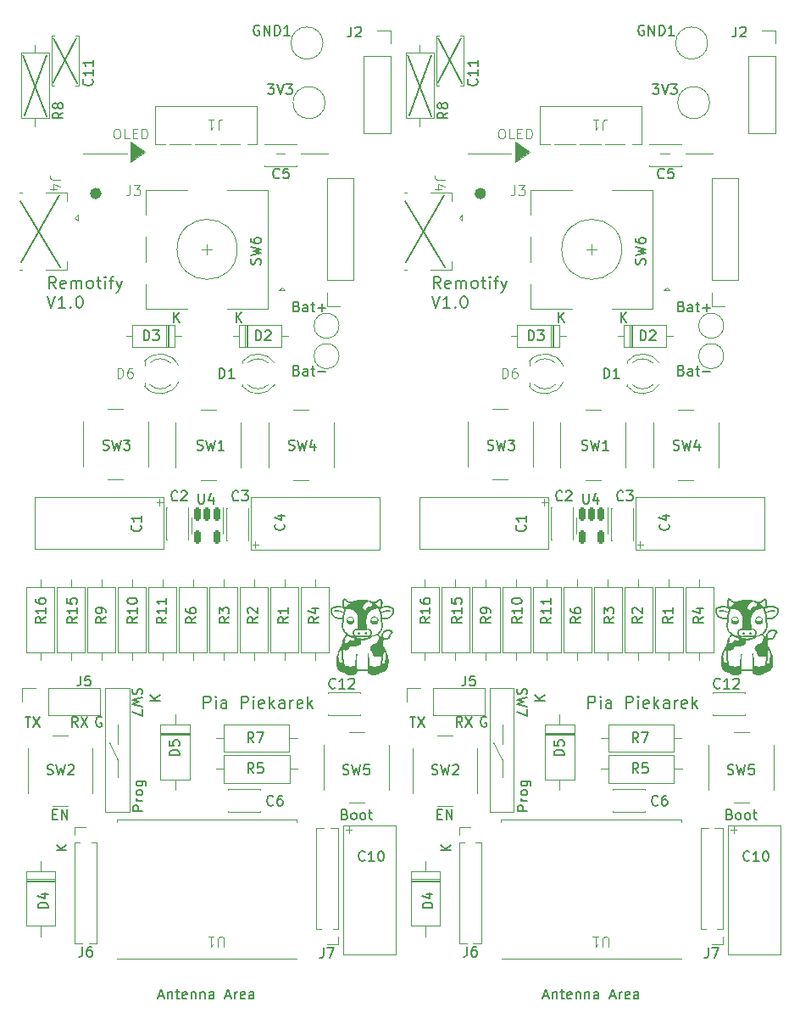
<source format=gto>
G04 #@! TF.GenerationSoftware,KiCad,Pcbnew,7.0.1*
G04 #@! TF.CreationDate,2023-11-25T15:53:10+01:00*
G04 #@! TF.ProjectId,Spotify_controller_nutzen,53706f74-6966-4795-9f63-6f6e74726f6c,rev?*
G04 #@! TF.SameCoordinates,Original*
G04 #@! TF.FileFunction,Legend,Top*
G04 #@! TF.FilePolarity,Positive*
%FSLAX46Y46*%
G04 Gerber Fmt 4.6, Leading zero omitted, Abs format (unit mm)*
G04 Created by KiCad (PCBNEW 7.0.1) date 2023-11-25 15:53:10*
%MOMM*%
%LPD*%
G01*
G04 APERTURE LIST*
G04 Aperture macros list*
%AMRoundRect*
0 Rectangle with rounded corners*
0 $1 Rounding radius*
0 $2 $3 $4 $5 $6 $7 $8 $9 X,Y pos of 4 corners*
0 Add a 4 corners polygon primitive as box body*
4,1,4,$2,$3,$4,$5,$6,$7,$8,$9,$2,$3,0*
0 Add four circle primitives for the rounded corners*
1,1,$1+$1,$2,$3*
1,1,$1+$1,$4,$5*
1,1,$1+$1,$6,$7*
1,1,$1+$1,$8,$9*
0 Add four rect primitives between the rounded corners*
20,1,$1+$1,$2,$3,$4,$5,0*
20,1,$1+$1,$4,$5,$6,$7,0*
20,1,$1+$1,$6,$7,$8,$9,0*
20,1,$1+$1,$8,$9,$2,$3,0*%
G04 Aperture macros list end*
%ADD10C,0.150000*%
%ADD11C,0.200000*%
%ADD12C,0.558268*%
%ADD13C,0.100000*%
%ADD14C,0.120000*%
%ADD15C,0.050000*%
%ADD16R,2.200000X2.200000*%
%ADD17O,2.200000X2.200000*%
%ADD18C,2.700000*%
%ADD19C,1.600000*%
%ADD20O,1.600000X1.600000*%
%ADD21RoundRect,0.150000X-0.150000X0.512500X-0.150000X-0.512500X0.150000X-0.512500X0.150000X0.512500X0*%
%ADD22R,1.700000X1.700000*%
%ADD23O,1.700000X1.700000*%
%ADD24R,1.600000X1.600000*%
%ADD25R,1.700000X2.550000*%
%ADD26O,1.700000X2.550000*%
%ADD27C,2.000000*%
%ADD28R,1.000000X1.000000*%
%ADD29O,1.000000X1.000000*%
%ADD30C,3.000000*%
%ADD31C,0.100000*%
%ADD32R,2.000000X0.400000*%
%ADD33R,1.900000X2.000000*%
%ADD34C,2.600000*%
%ADD35R,1.500000X1.500000*%
%ADD36C,1.500000*%
%ADD37R,1.800000X1.800000*%
%ADD38C,1.800000*%
%ADD39R,2.000000X2.000000*%
%ADD40R,3.200000X2.000000*%
%ADD41O,2.500000X1.200000*%
%ADD42R,0.700000X0.700000*%
G04 APERTURE END LIST*
D10*
X70357800Y-48641000D02*
X72618400Y-44221400D01*
X94627428Y-77357209D02*
X94770285Y-77404828D01*
X94770285Y-77404828D02*
X94817904Y-77452447D01*
X94817904Y-77452447D02*
X94865523Y-77547685D01*
X94865523Y-77547685D02*
X94865523Y-77690542D01*
X94865523Y-77690542D02*
X94817904Y-77785780D01*
X94817904Y-77785780D02*
X94770285Y-77833400D01*
X94770285Y-77833400D02*
X94675047Y-77881019D01*
X94675047Y-77881019D02*
X94294095Y-77881019D01*
X94294095Y-77881019D02*
X94294095Y-76881019D01*
X94294095Y-76881019D02*
X94627428Y-76881019D01*
X94627428Y-76881019D02*
X94722666Y-76928638D01*
X94722666Y-76928638D02*
X94770285Y-76976257D01*
X94770285Y-76976257D02*
X94817904Y-77071495D01*
X94817904Y-77071495D02*
X94817904Y-77166733D01*
X94817904Y-77166733D02*
X94770285Y-77261971D01*
X94770285Y-77261971D02*
X94722666Y-77309590D01*
X94722666Y-77309590D02*
X94627428Y-77357209D01*
X94627428Y-77357209D02*
X94294095Y-77357209D01*
X95722666Y-77881019D02*
X95722666Y-77357209D01*
X95722666Y-77357209D02*
X95675047Y-77261971D01*
X95675047Y-77261971D02*
X95579809Y-77214352D01*
X95579809Y-77214352D02*
X95389333Y-77214352D01*
X95389333Y-77214352D02*
X95294095Y-77261971D01*
X95722666Y-77833400D02*
X95627428Y-77881019D01*
X95627428Y-77881019D02*
X95389333Y-77881019D01*
X95389333Y-77881019D02*
X95294095Y-77833400D01*
X95294095Y-77833400D02*
X95246476Y-77738161D01*
X95246476Y-77738161D02*
X95246476Y-77642923D01*
X95246476Y-77642923D02*
X95294095Y-77547685D01*
X95294095Y-77547685D02*
X95389333Y-77500066D01*
X95389333Y-77500066D02*
X95627428Y-77500066D01*
X95627428Y-77500066D02*
X95722666Y-77452447D01*
X96056000Y-77214352D02*
X96436952Y-77214352D01*
X96198857Y-76881019D02*
X96198857Y-77738161D01*
X96198857Y-77738161D02*
X96246476Y-77833400D01*
X96246476Y-77833400D02*
X96341714Y-77881019D01*
X96341714Y-77881019D02*
X96436952Y-77881019D01*
X96770286Y-77500066D02*
X97532191Y-77500066D01*
X99453428Y-121654809D02*
X99596285Y-121702428D01*
X99596285Y-121702428D02*
X99643904Y-121750047D01*
X99643904Y-121750047D02*
X99691523Y-121845285D01*
X99691523Y-121845285D02*
X99691523Y-121988142D01*
X99691523Y-121988142D02*
X99643904Y-122083380D01*
X99643904Y-122083380D02*
X99596285Y-122131000D01*
X99596285Y-122131000D02*
X99501047Y-122178619D01*
X99501047Y-122178619D02*
X99120095Y-122178619D01*
X99120095Y-122178619D02*
X99120095Y-121178619D01*
X99120095Y-121178619D02*
X99453428Y-121178619D01*
X99453428Y-121178619D02*
X99548666Y-121226238D01*
X99548666Y-121226238D02*
X99596285Y-121273857D01*
X99596285Y-121273857D02*
X99643904Y-121369095D01*
X99643904Y-121369095D02*
X99643904Y-121464333D01*
X99643904Y-121464333D02*
X99596285Y-121559571D01*
X99596285Y-121559571D02*
X99548666Y-121607190D01*
X99548666Y-121607190D02*
X99453428Y-121654809D01*
X99453428Y-121654809D02*
X99120095Y-121654809D01*
X100262952Y-122178619D02*
X100167714Y-122131000D01*
X100167714Y-122131000D02*
X100120095Y-122083380D01*
X100120095Y-122083380D02*
X100072476Y-121988142D01*
X100072476Y-121988142D02*
X100072476Y-121702428D01*
X100072476Y-121702428D02*
X100120095Y-121607190D01*
X100120095Y-121607190D02*
X100167714Y-121559571D01*
X100167714Y-121559571D02*
X100262952Y-121511952D01*
X100262952Y-121511952D02*
X100405809Y-121511952D01*
X100405809Y-121511952D02*
X100501047Y-121559571D01*
X100501047Y-121559571D02*
X100548666Y-121607190D01*
X100548666Y-121607190D02*
X100596285Y-121702428D01*
X100596285Y-121702428D02*
X100596285Y-121988142D01*
X100596285Y-121988142D02*
X100548666Y-122083380D01*
X100548666Y-122083380D02*
X100501047Y-122131000D01*
X100501047Y-122131000D02*
X100405809Y-122178619D01*
X100405809Y-122178619D02*
X100262952Y-122178619D01*
X101167714Y-122178619D02*
X101072476Y-122131000D01*
X101072476Y-122131000D02*
X101024857Y-122083380D01*
X101024857Y-122083380D02*
X100977238Y-121988142D01*
X100977238Y-121988142D02*
X100977238Y-121702428D01*
X100977238Y-121702428D02*
X101024857Y-121607190D01*
X101024857Y-121607190D02*
X101072476Y-121559571D01*
X101072476Y-121559571D02*
X101167714Y-121511952D01*
X101167714Y-121511952D02*
X101310571Y-121511952D01*
X101310571Y-121511952D02*
X101405809Y-121559571D01*
X101405809Y-121559571D02*
X101453428Y-121607190D01*
X101453428Y-121607190D02*
X101501047Y-121702428D01*
X101501047Y-121702428D02*
X101501047Y-121988142D01*
X101501047Y-121988142D02*
X101453428Y-122083380D01*
X101453428Y-122083380D02*
X101405809Y-122131000D01*
X101405809Y-122131000D02*
X101310571Y-122178619D01*
X101310571Y-122178619D02*
X101167714Y-122178619D01*
X101786762Y-121511952D02*
X102167714Y-121511952D01*
X101929619Y-121178619D02*
X101929619Y-122035761D01*
X101929619Y-122035761D02*
X101977238Y-122131000D01*
X101977238Y-122131000D02*
X102072476Y-122178619D01*
X102072476Y-122178619D02*
X102167714Y-122178619D01*
X94627428Y-70981809D02*
X94770285Y-71029428D01*
X94770285Y-71029428D02*
X94817904Y-71077047D01*
X94817904Y-71077047D02*
X94865523Y-71172285D01*
X94865523Y-71172285D02*
X94865523Y-71315142D01*
X94865523Y-71315142D02*
X94817904Y-71410380D01*
X94817904Y-71410380D02*
X94770285Y-71458000D01*
X94770285Y-71458000D02*
X94675047Y-71505619D01*
X94675047Y-71505619D02*
X94294095Y-71505619D01*
X94294095Y-71505619D02*
X94294095Y-70505619D01*
X94294095Y-70505619D02*
X94627428Y-70505619D01*
X94627428Y-70505619D02*
X94722666Y-70553238D01*
X94722666Y-70553238D02*
X94770285Y-70600857D01*
X94770285Y-70600857D02*
X94817904Y-70696095D01*
X94817904Y-70696095D02*
X94817904Y-70791333D01*
X94817904Y-70791333D02*
X94770285Y-70886571D01*
X94770285Y-70886571D02*
X94722666Y-70934190D01*
X94722666Y-70934190D02*
X94627428Y-70981809D01*
X94627428Y-70981809D02*
X94294095Y-70981809D01*
X95722666Y-71505619D02*
X95722666Y-70981809D01*
X95722666Y-70981809D02*
X95675047Y-70886571D01*
X95675047Y-70886571D02*
X95579809Y-70838952D01*
X95579809Y-70838952D02*
X95389333Y-70838952D01*
X95389333Y-70838952D02*
X95294095Y-70886571D01*
X95722666Y-71458000D02*
X95627428Y-71505619D01*
X95627428Y-71505619D02*
X95389333Y-71505619D01*
X95389333Y-71505619D02*
X95294095Y-71458000D01*
X95294095Y-71458000D02*
X95246476Y-71362761D01*
X95246476Y-71362761D02*
X95246476Y-71267523D01*
X95246476Y-71267523D02*
X95294095Y-71172285D01*
X95294095Y-71172285D02*
X95389333Y-71124666D01*
X95389333Y-71124666D02*
X95627428Y-71124666D01*
X95627428Y-71124666D02*
X95722666Y-71077047D01*
X96056000Y-70838952D02*
X96436952Y-70838952D01*
X96198857Y-70505619D02*
X96198857Y-71362761D01*
X96198857Y-71362761D02*
X96246476Y-71458000D01*
X96246476Y-71458000D02*
X96341714Y-71505619D01*
X96341714Y-71505619D02*
X96436952Y-71505619D01*
X96770286Y-71124666D02*
X97532191Y-71124666D01*
X97151238Y-71505619D02*
X97151238Y-70743714D01*
D11*
X75132904Y-111980638D02*
X75037666Y-111933019D01*
X75037666Y-111933019D02*
X74894809Y-111933019D01*
X74894809Y-111933019D02*
X74751952Y-111980638D01*
X74751952Y-111980638D02*
X74656714Y-112075876D01*
X74656714Y-112075876D02*
X74609095Y-112171114D01*
X74609095Y-112171114D02*
X74561476Y-112361590D01*
X74561476Y-112361590D02*
X74561476Y-112504447D01*
X74561476Y-112504447D02*
X74609095Y-112694923D01*
X74609095Y-112694923D02*
X74656714Y-112790161D01*
X74656714Y-112790161D02*
X74751952Y-112885400D01*
X74751952Y-112885400D02*
X74894809Y-112933019D01*
X74894809Y-112933019D02*
X74990047Y-112933019D01*
X74990047Y-112933019D02*
X75132904Y-112885400D01*
X75132904Y-112885400D02*
X75180523Y-112837780D01*
X75180523Y-112837780D02*
X75180523Y-112504447D01*
X75180523Y-112504447D02*
X74990047Y-112504447D01*
X70567228Y-69206942D02*
X70167228Y-68635514D01*
X69881514Y-69206942D02*
X69881514Y-68006942D01*
X69881514Y-68006942D02*
X70338657Y-68006942D01*
X70338657Y-68006942D02*
X70452942Y-68064085D01*
X70452942Y-68064085D02*
X70510085Y-68121228D01*
X70510085Y-68121228D02*
X70567228Y-68235514D01*
X70567228Y-68235514D02*
X70567228Y-68406942D01*
X70567228Y-68406942D02*
X70510085Y-68521228D01*
X70510085Y-68521228D02*
X70452942Y-68578371D01*
X70452942Y-68578371D02*
X70338657Y-68635514D01*
X70338657Y-68635514D02*
X69881514Y-68635514D01*
X71538657Y-69149800D02*
X71424371Y-69206942D01*
X71424371Y-69206942D02*
X71195800Y-69206942D01*
X71195800Y-69206942D02*
X71081514Y-69149800D01*
X71081514Y-69149800D02*
X71024371Y-69035514D01*
X71024371Y-69035514D02*
X71024371Y-68578371D01*
X71024371Y-68578371D02*
X71081514Y-68464085D01*
X71081514Y-68464085D02*
X71195800Y-68406942D01*
X71195800Y-68406942D02*
X71424371Y-68406942D01*
X71424371Y-68406942D02*
X71538657Y-68464085D01*
X71538657Y-68464085D02*
X71595800Y-68578371D01*
X71595800Y-68578371D02*
X71595800Y-68692657D01*
X71595800Y-68692657D02*
X71024371Y-68806942D01*
X72110085Y-69206942D02*
X72110085Y-68406942D01*
X72110085Y-68521228D02*
X72167228Y-68464085D01*
X72167228Y-68464085D02*
X72281513Y-68406942D01*
X72281513Y-68406942D02*
X72452942Y-68406942D01*
X72452942Y-68406942D02*
X72567228Y-68464085D01*
X72567228Y-68464085D02*
X72624371Y-68578371D01*
X72624371Y-68578371D02*
X72624371Y-69206942D01*
X72624371Y-68578371D02*
X72681513Y-68464085D01*
X72681513Y-68464085D02*
X72795799Y-68406942D01*
X72795799Y-68406942D02*
X72967228Y-68406942D01*
X72967228Y-68406942D02*
X73081513Y-68464085D01*
X73081513Y-68464085D02*
X73138656Y-68578371D01*
X73138656Y-68578371D02*
X73138656Y-69206942D01*
X73881513Y-69206942D02*
X73767228Y-69149800D01*
X73767228Y-69149800D02*
X73710085Y-69092657D01*
X73710085Y-69092657D02*
X73652942Y-68978371D01*
X73652942Y-68978371D02*
X73652942Y-68635514D01*
X73652942Y-68635514D02*
X73710085Y-68521228D01*
X73710085Y-68521228D02*
X73767228Y-68464085D01*
X73767228Y-68464085D02*
X73881513Y-68406942D01*
X73881513Y-68406942D02*
X74052942Y-68406942D01*
X74052942Y-68406942D02*
X74167228Y-68464085D01*
X74167228Y-68464085D02*
X74224371Y-68521228D01*
X74224371Y-68521228D02*
X74281513Y-68635514D01*
X74281513Y-68635514D02*
X74281513Y-68978371D01*
X74281513Y-68978371D02*
X74224371Y-69092657D01*
X74224371Y-69092657D02*
X74167228Y-69149800D01*
X74167228Y-69149800D02*
X74052942Y-69206942D01*
X74052942Y-69206942D02*
X73881513Y-69206942D01*
X74624370Y-68406942D02*
X75081513Y-68406942D01*
X74795799Y-68006942D02*
X74795799Y-69035514D01*
X74795799Y-69035514D02*
X74852942Y-69149800D01*
X74852942Y-69149800D02*
X74967227Y-69206942D01*
X74967227Y-69206942D02*
X75081513Y-69206942D01*
X75481513Y-69206942D02*
X75481513Y-68406942D01*
X75481513Y-68006942D02*
X75424370Y-68064085D01*
X75424370Y-68064085D02*
X75481513Y-68121228D01*
X75481513Y-68121228D02*
X75538656Y-68064085D01*
X75538656Y-68064085D02*
X75481513Y-68006942D01*
X75481513Y-68006942D02*
X75481513Y-68121228D01*
X75881513Y-68406942D02*
X76338656Y-68406942D01*
X76052942Y-69206942D02*
X76052942Y-68178371D01*
X76052942Y-68178371D02*
X76110085Y-68064085D01*
X76110085Y-68064085D02*
X76224370Y-68006942D01*
X76224370Y-68006942D02*
X76338656Y-68006942D01*
X76624370Y-68406942D02*
X76910084Y-69206942D01*
X77195799Y-68406942D02*
X76910084Y-69206942D01*
X76910084Y-69206942D02*
X76795799Y-69492657D01*
X76795799Y-69492657D02*
X76738656Y-69549800D01*
X76738656Y-69549800D02*
X76624370Y-69606942D01*
X69710085Y-69950942D02*
X70110085Y-71150942D01*
X70110085Y-71150942D02*
X70510085Y-69950942D01*
X71538656Y-71150942D02*
X70852942Y-71150942D01*
X71195799Y-71150942D02*
X71195799Y-69950942D01*
X71195799Y-69950942D02*
X71081513Y-70122371D01*
X71081513Y-70122371D02*
X70967228Y-70236657D01*
X70967228Y-70236657D02*
X70852942Y-70293800D01*
X72052942Y-71036657D02*
X72110085Y-71093800D01*
X72110085Y-71093800D02*
X72052942Y-71150942D01*
X72052942Y-71150942D02*
X71995799Y-71093800D01*
X71995799Y-71093800D02*
X72052942Y-71036657D01*
X72052942Y-71036657D02*
X72052942Y-71150942D01*
X72852942Y-69950942D02*
X72967228Y-69950942D01*
X72967228Y-69950942D02*
X73081514Y-70008085D01*
X73081514Y-70008085D02*
X73138657Y-70065228D01*
X73138657Y-70065228D02*
X73195799Y-70179514D01*
X73195799Y-70179514D02*
X73252942Y-70408085D01*
X73252942Y-70408085D02*
X73252942Y-70693800D01*
X73252942Y-70693800D02*
X73195799Y-70922371D01*
X73195799Y-70922371D02*
X73138657Y-71036657D01*
X73138657Y-71036657D02*
X73081514Y-71093800D01*
X73081514Y-71093800D02*
X72967228Y-71150942D01*
X72967228Y-71150942D02*
X72852942Y-71150942D01*
X72852942Y-71150942D02*
X72738657Y-71093800D01*
X72738657Y-71093800D02*
X72681514Y-71036657D01*
X72681514Y-71036657D02*
X72624371Y-70922371D01*
X72624371Y-70922371D02*
X72567228Y-70693800D01*
X72567228Y-70693800D02*
X72567228Y-70408085D01*
X72567228Y-70408085D02*
X72624371Y-70179514D01*
X72624371Y-70179514D02*
X72681514Y-70065228D01*
X72681514Y-70065228D02*
X72738657Y-70008085D01*
X72738657Y-70008085D02*
X72852942Y-69950942D01*
X67506638Y-111933019D02*
X68078066Y-111933019D01*
X67792352Y-112933019D02*
X67792352Y-111933019D01*
X68316162Y-111933019D02*
X68982828Y-112933019D01*
X68982828Y-111933019D02*
X68316162Y-112933019D01*
X72742123Y-112933019D02*
X72408790Y-112456828D01*
X72170695Y-112933019D02*
X72170695Y-111933019D01*
X72170695Y-111933019D02*
X72551647Y-111933019D01*
X72551647Y-111933019D02*
X72646885Y-111980638D01*
X72646885Y-111980638D02*
X72694504Y-112028257D01*
X72694504Y-112028257D02*
X72742123Y-112123495D01*
X72742123Y-112123495D02*
X72742123Y-112266352D01*
X72742123Y-112266352D02*
X72694504Y-112361590D01*
X72694504Y-112361590D02*
X72646885Y-112409209D01*
X72646885Y-112409209D02*
X72551647Y-112456828D01*
X72551647Y-112456828D02*
X72170695Y-112456828D01*
X73075457Y-111933019D02*
X73742123Y-112933019D01*
X73742123Y-111933019D02*
X73075457Y-112933019D01*
D10*
X70240295Y-121654809D02*
X70573628Y-121654809D01*
X70716485Y-122178619D02*
X70240295Y-122178619D01*
X70240295Y-122178619D02*
X70240295Y-121178619D01*
X70240295Y-121178619D02*
X70716485Y-121178619D01*
X71145057Y-122178619D02*
X71145057Y-121178619D01*
X71145057Y-121178619D02*
X71716485Y-122178619D01*
X71716485Y-122178619D02*
X71716485Y-121178619D01*
D11*
X79252419Y-121326304D02*
X78252419Y-121326304D01*
X78252419Y-121326304D02*
X78252419Y-120945352D01*
X78252419Y-120945352D02*
X78300038Y-120850114D01*
X78300038Y-120850114D02*
X78347657Y-120802495D01*
X78347657Y-120802495D02*
X78442895Y-120754876D01*
X78442895Y-120754876D02*
X78585752Y-120754876D01*
X78585752Y-120754876D02*
X78680990Y-120802495D01*
X78680990Y-120802495D02*
X78728609Y-120850114D01*
X78728609Y-120850114D02*
X78776228Y-120945352D01*
X78776228Y-120945352D02*
X78776228Y-121326304D01*
X79252419Y-120326304D02*
X78585752Y-120326304D01*
X78776228Y-120326304D02*
X78680990Y-120278685D01*
X78680990Y-120278685D02*
X78633371Y-120231066D01*
X78633371Y-120231066D02*
X78585752Y-120135828D01*
X78585752Y-120135828D02*
X78585752Y-120040590D01*
X79252419Y-119564399D02*
X79204800Y-119659637D01*
X79204800Y-119659637D02*
X79157180Y-119707256D01*
X79157180Y-119707256D02*
X79061942Y-119754875D01*
X79061942Y-119754875D02*
X78776228Y-119754875D01*
X78776228Y-119754875D02*
X78680990Y-119707256D01*
X78680990Y-119707256D02*
X78633371Y-119659637D01*
X78633371Y-119659637D02*
X78585752Y-119564399D01*
X78585752Y-119564399D02*
X78585752Y-119421542D01*
X78585752Y-119421542D02*
X78633371Y-119326304D01*
X78633371Y-119326304D02*
X78680990Y-119278685D01*
X78680990Y-119278685D02*
X78776228Y-119231066D01*
X78776228Y-119231066D02*
X79061942Y-119231066D01*
X79061942Y-119231066D02*
X79157180Y-119278685D01*
X79157180Y-119278685D02*
X79204800Y-119326304D01*
X79204800Y-119326304D02*
X79252419Y-119421542D01*
X79252419Y-119421542D02*
X79252419Y-119564399D01*
X78585752Y-118373923D02*
X79395276Y-118373923D01*
X79395276Y-118373923D02*
X79490514Y-118421542D01*
X79490514Y-118421542D02*
X79538133Y-118469161D01*
X79538133Y-118469161D02*
X79585752Y-118564399D01*
X79585752Y-118564399D02*
X79585752Y-118707256D01*
X79585752Y-118707256D02*
X79538133Y-118802494D01*
X79204800Y-118373923D02*
X79252419Y-118469161D01*
X79252419Y-118469161D02*
X79252419Y-118659637D01*
X79252419Y-118659637D02*
X79204800Y-118754875D01*
X79204800Y-118754875D02*
X79157180Y-118802494D01*
X79157180Y-118802494D02*
X79061942Y-118850113D01*
X79061942Y-118850113D02*
X78776228Y-118850113D01*
X78776228Y-118850113D02*
X78680990Y-118802494D01*
X78680990Y-118802494D02*
X78633371Y-118754875D01*
X78633371Y-118754875D02*
X78585752Y-118659637D01*
X78585752Y-118659637D02*
X78585752Y-118469161D01*
X78585752Y-118469161D02*
X78633371Y-118373923D01*
X85350114Y-111079742D02*
X85350114Y-109879742D01*
X85350114Y-109879742D02*
X85807257Y-109879742D01*
X85807257Y-109879742D02*
X85921542Y-109936885D01*
X85921542Y-109936885D02*
X85978685Y-109994028D01*
X85978685Y-109994028D02*
X86035828Y-110108314D01*
X86035828Y-110108314D02*
X86035828Y-110279742D01*
X86035828Y-110279742D02*
X85978685Y-110394028D01*
X85978685Y-110394028D02*
X85921542Y-110451171D01*
X85921542Y-110451171D02*
X85807257Y-110508314D01*
X85807257Y-110508314D02*
X85350114Y-110508314D01*
X86550114Y-111079742D02*
X86550114Y-110279742D01*
X86550114Y-109879742D02*
X86492971Y-109936885D01*
X86492971Y-109936885D02*
X86550114Y-109994028D01*
X86550114Y-109994028D02*
X86607257Y-109936885D01*
X86607257Y-109936885D02*
X86550114Y-109879742D01*
X86550114Y-109879742D02*
X86550114Y-109994028D01*
X87635829Y-111079742D02*
X87635829Y-110451171D01*
X87635829Y-110451171D02*
X87578686Y-110336885D01*
X87578686Y-110336885D02*
X87464400Y-110279742D01*
X87464400Y-110279742D02*
X87235829Y-110279742D01*
X87235829Y-110279742D02*
X87121543Y-110336885D01*
X87635829Y-111022600D02*
X87521543Y-111079742D01*
X87521543Y-111079742D02*
X87235829Y-111079742D01*
X87235829Y-111079742D02*
X87121543Y-111022600D01*
X87121543Y-111022600D02*
X87064400Y-110908314D01*
X87064400Y-110908314D02*
X87064400Y-110794028D01*
X87064400Y-110794028D02*
X87121543Y-110679742D01*
X87121543Y-110679742D02*
X87235829Y-110622600D01*
X87235829Y-110622600D02*
X87521543Y-110622600D01*
X87521543Y-110622600D02*
X87635829Y-110565457D01*
X89121543Y-111079742D02*
X89121543Y-109879742D01*
X89121543Y-109879742D02*
X89578686Y-109879742D01*
X89578686Y-109879742D02*
X89692971Y-109936885D01*
X89692971Y-109936885D02*
X89750114Y-109994028D01*
X89750114Y-109994028D02*
X89807257Y-110108314D01*
X89807257Y-110108314D02*
X89807257Y-110279742D01*
X89807257Y-110279742D02*
X89750114Y-110394028D01*
X89750114Y-110394028D02*
X89692971Y-110451171D01*
X89692971Y-110451171D02*
X89578686Y-110508314D01*
X89578686Y-110508314D02*
X89121543Y-110508314D01*
X90321543Y-111079742D02*
X90321543Y-110279742D01*
X90321543Y-109879742D02*
X90264400Y-109936885D01*
X90264400Y-109936885D02*
X90321543Y-109994028D01*
X90321543Y-109994028D02*
X90378686Y-109936885D01*
X90378686Y-109936885D02*
X90321543Y-109879742D01*
X90321543Y-109879742D02*
X90321543Y-109994028D01*
X91350115Y-111022600D02*
X91235829Y-111079742D01*
X91235829Y-111079742D02*
X91007258Y-111079742D01*
X91007258Y-111079742D02*
X90892972Y-111022600D01*
X90892972Y-111022600D02*
X90835829Y-110908314D01*
X90835829Y-110908314D02*
X90835829Y-110451171D01*
X90835829Y-110451171D02*
X90892972Y-110336885D01*
X90892972Y-110336885D02*
X91007258Y-110279742D01*
X91007258Y-110279742D02*
X91235829Y-110279742D01*
X91235829Y-110279742D02*
X91350115Y-110336885D01*
X91350115Y-110336885D02*
X91407258Y-110451171D01*
X91407258Y-110451171D02*
X91407258Y-110565457D01*
X91407258Y-110565457D02*
X90835829Y-110679742D01*
X91921543Y-111079742D02*
X91921543Y-109879742D01*
X92035829Y-110622600D02*
X92378686Y-111079742D01*
X92378686Y-110279742D02*
X91921543Y-110736885D01*
X93407258Y-111079742D02*
X93407258Y-110451171D01*
X93407258Y-110451171D02*
X93350115Y-110336885D01*
X93350115Y-110336885D02*
X93235829Y-110279742D01*
X93235829Y-110279742D02*
X93007258Y-110279742D01*
X93007258Y-110279742D02*
X92892972Y-110336885D01*
X93407258Y-111022600D02*
X93292972Y-111079742D01*
X93292972Y-111079742D02*
X93007258Y-111079742D01*
X93007258Y-111079742D02*
X92892972Y-111022600D01*
X92892972Y-111022600D02*
X92835829Y-110908314D01*
X92835829Y-110908314D02*
X92835829Y-110794028D01*
X92835829Y-110794028D02*
X92892972Y-110679742D01*
X92892972Y-110679742D02*
X93007258Y-110622600D01*
X93007258Y-110622600D02*
X93292972Y-110622600D01*
X93292972Y-110622600D02*
X93407258Y-110565457D01*
X93978686Y-111079742D02*
X93978686Y-110279742D01*
X93978686Y-110508314D02*
X94035829Y-110394028D01*
X94035829Y-110394028D02*
X94092972Y-110336885D01*
X94092972Y-110336885D02*
X94207257Y-110279742D01*
X94207257Y-110279742D02*
X94321543Y-110279742D01*
X95178686Y-111022600D02*
X95064400Y-111079742D01*
X95064400Y-111079742D02*
X94835829Y-111079742D01*
X94835829Y-111079742D02*
X94721543Y-111022600D01*
X94721543Y-111022600D02*
X94664400Y-110908314D01*
X94664400Y-110908314D02*
X94664400Y-110451171D01*
X94664400Y-110451171D02*
X94721543Y-110336885D01*
X94721543Y-110336885D02*
X94835829Y-110279742D01*
X94835829Y-110279742D02*
X95064400Y-110279742D01*
X95064400Y-110279742D02*
X95178686Y-110336885D01*
X95178686Y-110336885D02*
X95235829Y-110451171D01*
X95235829Y-110451171D02*
X95235829Y-110565457D01*
X95235829Y-110565457D02*
X94664400Y-110679742D01*
X95750114Y-111079742D02*
X95750114Y-109879742D01*
X95864400Y-110622600D02*
X96207257Y-111079742D01*
X96207257Y-110279742D02*
X95750114Y-110736885D01*
D10*
X70992800Y-67056000D02*
X67005000Y-60477400D01*
X70307000Y-44196000D02*
X72669200Y-48666400D01*
X67284400Y-45872400D02*
X69672000Y-51993800D01*
X67462200Y-51892200D02*
X69646600Y-45948600D01*
X68859200Y-48082200D02*
X68859200Y-48082200D01*
X67081200Y-66598800D02*
X70942000Y-59893200D01*
D12*
X74827267Y-59715400D02*
G75*
G03*
X74827267Y-59715400I-279134J0D01*
G01*
D10*
X28651200Y-66598800D02*
X32512000Y-59893200D01*
X28854400Y-45872400D02*
X31242000Y-51993800D01*
X30429200Y-48082200D02*
X30429200Y-48082200D01*
X32562800Y-67056000D02*
X28575000Y-60477400D01*
X29032200Y-51892200D02*
X31216600Y-45948600D01*
D12*
X36397267Y-59715400D02*
G75*
G03*
X36397267Y-59715400I-279134J0D01*
G01*
D10*
X31877000Y-44196000D02*
X34239200Y-48666400D01*
X31927800Y-48641000D02*
X34188400Y-44221400D01*
D11*
X46920114Y-111079742D02*
X46920114Y-109879742D01*
X46920114Y-109879742D02*
X47377257Y-109879742D01*
X47377257Y-109879742D02*
X47491542Y-109936885D01*
X47491542Y-109936885D02*
X47548685Y-109994028D01*
X47548685Y-109994028D02*
X47605828Y-110108314D01*
X47605828Y-110108314D02*
X47605828Y-110279742D01*
X47605828Y-110279742D02*
X47548685Y-110394028D01*
X47548685Y-110394028D02*
X47491542Y-110451171D01*
X47491542Y-110451171D02*
X47377257Y-110508314D01*
X47377257Y-110508314D02*
X46920114Y-110508314D01*
X48120114Y-111079742D02*
X48120114Y-110279742D01*
X48120114Y-109879742D02*
X48062971Y-109936885D01*
X48062971Y-109936885D02*
X48120114Y-109994028D01*
X48120114Y-109994028D02*
X48177257Y-109936885D01*
X48177257Y-109936885D02*
X48120114Y-109879742D01*
X48120114Y-109879742D02*
X48120114Y-109994028D01*
X49205829Y-111079742D02*
X49205829Y-110451171D01*
X49205829Y-110451171D02*
X49148686Y-110336885D01*
X49148686Y-110336885D02*
X49034400Y-110279742D01*
X49034400Y-110279742D02*
X48805829Y-110279742D01*
X48805829Y-110279742D02*
X48691543Y-110336885D01*
X49205829Y-111022600D02*
X49091543Y-111079742D01*
X49091543Y-111079742D02*
X48805829Y-111079742D01*
X48805829Y-111079742D02*
X48691543Y-111022600D01*
X48691543Y-111022600D02*
X48634400Y-110908314D01*
X48634400Y-110908314D02*
X48634400Y-110794028D01*
X48634400Y-110794028D02*
X48691543Y-110679742D01*
X48691543Y-110679742D02*
X48805829Y-110622600D01*
X48805829Y-110622600D02*
X49091543Y-110622600D01*
X49091543Y-110622600D02*
X49205829Y-110565457D01*
X50691543Y-111079742D02*
X50691543Y-109879742D01*
X50691543Y-109879742D02*
X51148686Y-109879742D01*
X51148686Y-109879742D02*
X51262971Y-109936885D01*
X51262971Y-109936885D02*
X51320114Y-109994028D01*
X51320114Y-109994028D02*
X51377257Y-110108314D01*
X51377257Y-110108314D02*
X51377257Y-110279742D01*
X51377257Y-110279742D02*
X51320114Y-110394028D01*
X51320114Y-110394028D02*
X51262971Y-110451171D01*
X51262971Y-110451171D02*
X51148686Y-110508314D01*
X51148686Y-110508314D02*
X50691543Y-110508314D01*
X51891543Y-111079742D02*
X51891543Y-110279742D01*
X51891543Y-109879742D02*
X51834400Y-109936885D01*
X51834400Y-109936885D02*
X51891543Y-109994028D01*
X51891543Y-109994028D02*
X51948686Y-109936885D01*
X51948686Y-109936885D02*
X51891543Y-109879742D01*
X51891543Y-109879742D02*
X51891543Y-109994028D01*
X52920115Y-111022600D02*
X52805829Y-111079742D01*
X52805829Y-111079742D02*
X52577258Y-111079742D01*
X52577258Y-111079742D02*
X52462972Y-111022600D01*
X52462972Y-111022600D02*
X52405829Y-110908314D01*
X52405829Y-110908314D02*
X52405829Y-110451171D01*
X52405829Y-110451171D02*
X52462972Y-110336885D01*
X52462972Y-110336885D02*
X52577258Y-110279742D01*
X52577258Y-110279742D02*
X52805829Y-110279742D01*
X52805829Y-110279742D02*
X52920115Y-110336885D01*
X52920115Y-110336885D02*
X52977258Y-110451171D01*
X52977258Y-110451171D02*
X52977258Y-110565457D01*
X52977258Y-110565457D02*
X52405829Y-110679742D01*
X53491543Y-111079742D02*
X53491543Y-109879742D01*
X53605829Y-110622600D02*
X53948686Y-111079742D01*
X53948686Y-110279742D02*
X53491543Y-110736885D01*
X54977258Y-111079742D02*
X54977258Y-110451171D01*
X54977258Y-110451171D02*
X54920115Y-110336885D01*
X54920115Y-110336885D02*
X54805829Y-110279742D01*
X54805829Y-110279742D02*
X54577258Y-110279742D01*
X54577258Y-110279742D02*
X54462972Y-110336885D01*
X54977258Y-111022600D02*
X54862972Y-111079742D01*
X54862972Y-111079742D02*
X54577258Y-111079742D01*
X54577258Y-111079742D02*
X54462972Y-111022600D01*
X54462972Y-111022600D02*
X54405829Y-110908314D01*
X54405829Y-110908314D02*
X54405829Y-110794028D01*
X54405829Y-110794028D02*
X54462972Y-110679742D01*
X54462972Y-110679742D02*
X54577258Y-110622600D01*
X54577258Y-110622600D02*
X54862972Y-110622600D01*
X54862972Y-110622600D02*
X54977258Y-110565457D01*
X55548686Y-111079742D02*
X55548686Y-110279742D01*
X55548686Y-110508314D02*
X55605829Y-110394028D01*
X55605829Y-110394028D02*
X55662972Y-110336885D01*
X55662972Y-110336885D02*
X55777257Y-110279742D01*
X55777257Y-110279742D02*
X55891543Y-110279742D01*
X56748686Y-111022600D02*
X56634400Y-111079742D01*
X56634400Y-111079742D02*
X56405829Y-111079742D01*
X56405829Y-111079742D02*
X56291543Y-111022600D01*
X56291543Y-111022600D02*
X56234400Y-110908314D01*
X56234400Y-110908314D02*
X56234400Y-110451171D01*
X56234400Y-110451171D02*
X56291543Y-110336885D01*
X56291543Y-110336885D02*
X56405829Y-110279742D01*
X56405829Y-110279742D02*
X56634400Y-110279742D01*
X56634400Y-110279742D02*
X56748686Y-110336885D01*
X56748686Y-110336885D02*
X56805829Y-110451171D01*
X56805829Y-110451171D02*
X56805829Y-110565457D01*
X56805829Y-110565457D02*
X56234400Y-110679742D01*
X57320114Y-111079742D02*
X57320114Y-109879742D01*
X57434400Y-110622600D02*
X57777257Y-111079742D01*
X57777257Y-110279742D02*
X57320114Y-110736885D01*
X29076638Y-111933019D02*
X29648066Y-111933019D01*
X29362352Y-112933019D02*
X29362352Y-111933019D01*
X29886162Y-111933019D02*
X30552828Y-112933019D01*
X30552828Y-111933019D02*
X29886162Y-112933019D01*
D10*
X61023428Y-121654809D02*
X61166285Y-121702428D01*
X61166285Y-121702428D02*
X61213904Y-121750047D01*
X61213904Y-121750047D02*
X61261523Y-121845285D01*
X61261523Y-121845285D02*
X61261523Y-121988142D01*
X61261523Y-121988142D02*
X61213904Y-122083380D01*
X61213904Y-122083380D02*
X61166285Y-122131000D01*
X61166285Y-122131000D02*
X61071047Y-122178619D01*
X61071047Y-122178619D02*
X60690095Y-122178619D01*
X60690095Y-122178619D02*
X60690095Y-121178619D01*
X60690095Y-121178619D02*
X61023428Y-121178619D01*
X61023428Y-121178619D02*
X61118666Y-121226238D01*
X61118666Y-121226238D02*
X61166285Y-121273857D01*
X61166285Y-121273857D02*
X61213904Y-121369095D01*
X61213904Y-121369095D02*
X61213904Y-121464333D01*
X61213904Y-121464333D02*
X61166285Y-121559571D01*
X61166285Y-121559571D02*
X61118666Y-121607190D01*
X61118666Y-121607190D02*
X61023428Y-121654809D01*
X61023428Y-121654809D02*
X60690095Y-121654809D01*
X61832952Y-122178619D02*
X61737714Y-122131000D01*
X61737714Y-122131000D02*
X61690095Y-122083380D01*
X61690095Y-122083380D02*
X61642476Y-121988142D01*
X61642476Y-121988142D02*
X61642476Y-121702428D01*
X61642476Y-121702428D02*
X61690095Y-121607190D01*
X61690095Y-121607190D02*
X61737714Y-121559571D01*
X61737714Y-121559571D02*
X61832952Y-121511952D01*
X61832952Y-121511952D02*
X61975809Y-121511952D01*
X61975809Y-121511952D02*
X62071047Y-121559571D01*
X62071047Y-121559571D02*
X62118666Y-121607190D01*
X62118666Y-121607190D02*
X62166285Y-121702428D01*
X62166285Y-121702428D02*
X62166285Y-121988142D01*
X62166285Y-121988142D02*
X62118666Y-122083380D01*
X62118666Y-122083380D02*
X62071047Y-122131000D01*
X62071047Y-122131000D02*
X61975809Y-122178619D01*
X61975809Y-122178619D02*
X61832952Y-122178619D01*
X62737714Y-122178619D02*
X62642476Y-122131000D01*
X62642476Y-122131000D02*
X62594857Y-122083380D01*
X62594857Y-122083380D02*
X62547238Y-121988142D01*
X62547238Y-121988142D02*
X62547238Y-121702428D01*
X62547238Y-121702428D02*
X62594857Y-121607190D01*
X62594857Y-121607190D02*
X62642476Y-121559571D01*
X62642476Y-121559571D02*
X62737714Y-121511952D01*
X62737714Y-121511952D02*
X62880571Y-121511952D01*
X62880571Y-121511952D02*
X62975809Y-121559571D01*
X62975809Y-121559571D02*
X63023428Y-121607190D01*
X63023428Y-121607190D02*
X63071047Y-121702428D01*
X63071047Y-121702428D02*
X63071047Y-121988142D01*
X63071047Y-121988142D02*
X63023428Y-122083380D01*
X63023428Y-122083380D02*
X62975809Y-122131000D01*
X62975809Y-122131000D02*
X62880571Y-122178619D01*
X62880571Y-122178619D02*
X62737714Y-122178619D01*
X63356762Y-121511952D02*
X63737714Y-121511952D01*
X63499619Y-121178619D02*
X63499619Y-122035761D01*
X63499619Y-122035761D02*
X63547238Y-122131000D01*
X63547238Y-122131000D02*
X63642476Y-122178619D01*
X63642476Y-122178619D02*
X63737714Y-122178619D01*
D11*
X40822419Y-121326304D02*
X39822419Y-121326304D01*
X39822419Y-121326304D02*
X39822419Y-120945352D01*
X39822419Y-120945352D02*
X39870038Y-120850114D01*
X39870038Y-120850114D02*
X39917657Y-120802495D01*
X39917657Y-120802495D02*
X40012895Y-120754876D01*
X40012895Y-120754876D02*
X40155752Y-120754876D01*
X40155752Y-120754876D02*
X40250990Y-120802495D01*
X40250990Y-120802495D02*
X40298609Y-120850114D01*
X40298609Y-120850114D02*
X40346228Y-120945352D01*
X40346228Y-120945352D02*
X40346228Y-121326304D01*
X40822419Y-120326304D02*
X40155752Y-120326304D01*
X40346228Y-120326304D02*
X40250990Y-120278685D01*
X40250990Y-120278685D02*
X40203371Y-120231066D01*
X40203371Y-120231066D02*
X40155752Y-120135828D01*
X40155752Y-120135828D02*
X40155752Y-120040590D01*
X40822419Y-119564399D02*
X40774800Y-119659637D01*
X40774800Y-119659637D02*
X40727180Y-119707256D01*
X40727180Y-119707256D02*
X40631942Y-119754875D01*
X40631942Y-119754875D02*
X40346228Y-119754875D01*
X40346228Y-119754875D02*
X40250990Y-119707256D01*
X40250990Y-119707256D02*
X40203371Y-119659637D01*
X40203371Y-119659637D02*
X40155752Y-119564399D01*
X40155752Y-119564399D02*
X40155752Y-119421542D01*
X40155752Y-119421542D02*
X40203371Y-119326304D01*
X40203371Y-119326304D02*
X40250990Y-119278685D01*
X40250990Y-119278685D02*
X40346228Y-119231066D01*
X40346228Y-119231066D02*
X40631942Y-119231066D01*
X40631942Y-119231066D02*
X40727180Y-119278685D01*
X40727180Y-119278685D02*
X40774800Y-119326304D01*
X40774800Y-119326304D02*
X40822419Y-119421542D01*
X40822419Y-119421542D02*
X40822419Y-119564399D01*
X40155752Y-118373923D02*
X40965276Y-118373923D01*
X40965276Y-118373923D02*
X41060514Y-118421542D01*
X41060514Y-118421542D02*
X41108133Y-118469161D01*
X41108133Y-118469161D02*
X41155752Y-118564399D01*
X41155752Y-118564399D02*
X41155752Y-118707256D01*
X41155752Y-118707256D02*
X41108133Y-118802494D01*
X40774800Y-118373923D02*
X40822419Y-118469161D01*
X40822419Y-118469161D02*
X40822419Y-118659637D01*
X40822419Y-118659637D02*
X40774800Y-118754875D01*
X40774800Y-118754875D02*
X40727180Y-118802494D01*
X40727180Y-118802494D02*
X40631942Y-118850113D01*
X40631942Y-118850113D02*
X40346228Y-118850113D01*
X40346228Y-118850113D02*
X40250990Y-118802494D01*
X40250990Y-118802494D02*
X40203371Y-118754875D01*
X40203371Y-118754875D02*
X40155752Y-118659637D01*
X40155752Y-118659637D02*
X40155752Y-118469161D01*
X40155752Y-118469161D02*
X40203371Y-118373923D01*
D10*
X56197428Y-77357209D02*
X56340285Y-77404828D01*
X56340285Y-77404828D02*
X56387904Y-77452447D01*
X56387904Y-77452447D02*
X56435523Y-77547685D01*
X56435523Y-77547685D02*
X56435523Y-77690542D01*
X56435523Y-77690542D02*
X56387904Y-77785780D01*
X56387904Y-77785780D02*
X56340285Y-77833400D01*
X56340285Y-77833400D02*
X56245047Y-77881019D01*
X56245047Y-77881019D02*
X55864095Y-77881019D01*
X55864095Y-77881019D02*
X55864095Y-76881019D01*
X55864095Y-76881019D02*
X56197428Y-76881019D01*
X56197428Y-76881019D02*
X56292666Y-76928638D01*
X56292666Y-76928638D02*
X56340285Y-76976257D01*
X56340285Y-76976257D02*
X56387904Y-77071495D01*
X56387904Y-77071495D02*
X56387904Y-77166733D01*
X56387904Y-77166733D02*
X56340285Y-77261971D01*
X56340285Y-77261971D02*
X56292666Y-77309590D01*
X56292666Y-77309590D02*
X56197428Y-77357209D01*
X56197428Y-77357209D02*
X55864095Y-77357209D01*
X57292666Y-77881019D02*
X57292666Y-77357209D01*
X57292666Y-77357209D02*
X57245047Y-77261971D01*
X57245047Y-77261971D02*
X57149809Y-77214352D01*
X57149809Y-77214352D02*
X56959333Y-77214352D01*
X56959333Y-77214352D02*
X56864095Y-77261971D01*
X57292666Y-77833400D02*
X57197428Y-77881019D01*
X57197428Y-77881019D02*
X56959333Y-77881019D01*
X56959333Y-77881019D02*
X56864095Y-77833400D01*
X56864095Y-77833400D02*
X56816476Y-77738161D01*
X56816476Y-77738161D02*
X56816476Y-77642923D01*
X56816476Y-77642923D02*
X56864095Y-77547685D01*
X56864095Y-77547685D02*
X56959333Y-77500066D01*
X56959333Y-77500066D02*
X57197428Y-77500066D01*
X57197428Y-77500066D02*
X57292666Y-77452447D01*
X57626000Y-77214352D02*
X58006952Y-77214352D01*
X57768857Y-76881019D02*
X57768857Y-77738161D01*
X57768857Y-77738161D02*
X57816476Y-77833400D01*
X57816476Y-77833400D02*
X57911714Y-77881019D01*
X57911714Y-77881019D02*
X58006952Y-77881019D01*
X58340286Y-77500066D02*
X59102191Y-77500066D01*
X31810295Y-121654809D02*
X32143628Y-121654809D01*
X32286485Y-122178619D02*
X31810295Y-122178619D01*
X31810295Y-122178619D02*
X31810295Y-121178619D01*
X31810295Y-121178619D02*
X32286485Y-121178619D01*
X32715057Y-122178619D02*
X32715057Y-121178619D01*
X32715057Y-121178619D02*
X33286485Y-122178619D01*
X33286485Y-122178619D02*
X33286485Y-121178619D01*
X56197428Y-70981809D02*
X56340285Y-71029428D01*
X56340285Y-71029428D02*
X56387904Y-71077047D01*
X56387904Y-71077047D02*
X56435523Y-71172285D01*
X56435523Y-71172285D02*
X56435523Y-71315142D01*
X56435523Y-71315142D02*
X56387904Y-71410380D01*
X56387904Y-71410380D02*
X56340285Y-71458000D01*
X56340285Y-71458000D02*
X56245047Y-71505619D01*
X56245047Y-71505619D02*
X55864095Y-71505619D01*
X55864095Y-71505619D02*
X55864095Y-70505619D01*
X55864095Y-70505619D02*
X56197428Y-70505619D01*
X56197428Y-70505619D02*
X56292666Y-70553238D01*
X56292666Y-70553238D02*
X56340285Y-70600857D01*
X56340285Y-70600857D02*
X56387904Y-70696095D01*
X56387904Y-70696095D02*
X56387904Y-70791333D01*
X56387904Y-70791333D02*
X56340285Y-70886571D01*
X56340285Y-70886571D02*
X56292666Y-70934190D01*
X56292666Y-70934190D02*
X56197428Y-70981809D01*
X56197428Y-70981809D02*
X55864095Y-70981809D01*
X57292666Y-71505619D02*
X57292666Y-70981809D01*
X57292666Y-70981809D02*
X57245047Y-70886571D01*
X57245047Y-70886571D02*
X57149809Y-70838952D01*
X57149809Y-70838952D02*
X56959333Y-70838952D01*
X56959333Y-70838952D02*
X56864095Y-70886571D01*
X57292666Y-71458000D02*
X57197428Y-71505619D01*
X57197428Y-71505619D02*
X56959333Y-71505619D01*
X56959333Y-71505619D02*
X56864095Y-71458000D01*
X56864095Y-71458000D02*
X56816476Y-71362761D01*
X56816476Y-71362761D02*
X56816476Y-71267523D01*
X56816476Y-71267523D02*
X56864095Y-71172285D01*
X56864095Y-71172285D02*
X56959333Y-71124666D01*
X56959333Y-71124666D02*
X57197428Y-71124666D01*
X57197428Y-71124666D02*
X57292666Y-71077047D01*
X57626000Y-70838952D02*
X58006952Y-70838952D01*
X57768857Y-70505619D02*
X57768857Y-71362761D01*
X57768857Y-71362761D02*
X57816476Y-71458000D01*
X57816476Y-71458000D02*
X57911714Y-71505619D01*
X57911714Y-71505619D02*
X58006952Y-71505619D01*
X58340286Y-71124666D02*
X59102191Y-71124666D01*
X58721238Y-71505619D02*
X58721238Y-70743714D01*
D11*
X34312123Y-112933019D02*
X33978790Y-112456828D01*
X33740695Y-112933019D02*
X33740695Y-111933019D01*
X33740695Y-111933019D02*
X34121647Y-111933019D01*
X34121647Y-111933019D02*
X34216885Y-111980638D01*
X34216885Y-111980638D02*
X34264504Y-112028257D01*
X34264504Y-112028257D02*
X34312123Y-112123495D01*
X34312123Y-112123495D02*
X34312123Y-112266352D01*
X34312123Y-112266352D02*
X34264504Y-112361590D01*
X34264504Y-112361590D02*
X34216885Y-112409209D01*
X34216885Y-112409209D02*
X34121647Y-112456828D01*
X34121647Y-112456828D02*
X33740695Y-112456828D01*
X34645457Y-111933019D02*
X35312123Y-112933019D01*
X35312123Y-111933019D02*
X34645457Y-112933019D01*
X36702904Y-111980638D02*
X36607666Y-111933019D01*
X36607666Y-111933019D02*
X36464809Y-111933019D01*
X36464809Y-111933019D02*
X36321952Y-111980638D01*
X36321952Y-111980638D02*
X36226714Y-112075876D01*
X36226714Y-112075876D02*
X36179095Y-112171114D01*
X36179095Y-112171114D02*
X36131476Y-112361590D01*
X36131476Y-112361590D02*
X36131476Y-112504447D01*
X36131476Y-112504447D02*
X36179095Y-112694923D01*
X36179095Y-112694923D02*
X36226714Y-112790161D01*
X36226714Y-112790161D02*
X36321952Y-112885400D01*
X36321952Y-112885400D02*
X36464809Y-112933019D01*
X36464809Y-112933019D02*
X36560047Y-112933019D01*
X36560047Y-112933019D02*
X36702904Y-112885400D01*
X36702904Y-112885400D02*
X36750523Y-112837780D01*
X36750523Y-112837780D02*
X36750523Y-112504447D01*
X36750523Y-112504447D02*
X36560047Y-112504447D01*
X32137228Y-69206942D02*
X31737228Y-68635514D01*
X31451514Y-69206942D02*
X31451514Y-68006942D01*
X31451514Y-68006942D02*
X31908657Y-68006942D01*
X31908657Y-68006942D02*
X32022942Y-68064085D01*
X32022942Y-68064085D02*
X32080085Y-68121228D01*
X32080085Y-68121228D02*
X32137228Y-68235514D01*
X32137228Y-68235514D02*
X32137228Y-68406942D01*
X32137228Y-68406942D02*
X32080085Y-68521228D01*
X32080085Y-68521228D02*
X32022942Y-68578371D01*
X32022942Y-68578371D02*
X31908657Y-68635514D01*
X31908657Y-68635514D02*
X31451514Y-68635514D01*
X33108657Y-69149800D02*
X32994371Y-69206942D01*
X32994371Y-69206942D02*
X32765800Y-69206942D01*
X32765800Y-69206942D02*
X32651514Y-69149800D01*
X32651514Y-69149800D02*
X32594371Y-69035514D01*
X32594371Y-69035514D02*
X32594371Y-68578371D01*
X32594371Y-68578371D02*
X32651514Y-68464085D01*
X32651514Y-68464085D02*
X32765800Y-68406942D01*
X32765800Y-68406942D02*
X32994371Y-68406942D01*
X32994371Y-68406942D02*
X33108657Y-68464085D01*
X33108657Y-68464085D02*
X33165800Y-68578371D01*
X33165800Y-68578371D02*
X33165800Y-68692657D01*
X33165800Y-68692657D02*
X32594371Y-68806942D01*
X33680085Y-69206942D02*
X33680085Y-68406942D01*
X33680085Y-68521228D02*
X33737228Y-68464085D01*
X33737228Y-68464085D02*
X33851513Y-68406942D01*
X33851513Y-68406942D02*
X34022942Y-68406942D01*
X34022942Y-68406942D02*
X34137228Y-68464085D01*
X34137228Y-68464085D02*
X34194371Y-68578371D01*
X34194371Y-68578371D02*
X34194371Y-69206942D01*
X34194371Y-68578371D02*
X34251513Y-68464085D01*
X34251513Y-68464085D02*
X34365799Y-68406942D01*
X34365799Y-68406942D02*
X34537228Y-68406942D01*
X34537228Y-68406942D02*
X34651513Y-68464085D01*
X34651513Y-68464085D02*
X34708656Y-68578371D01*
X34708656Y-68578371D02*
X34708656Y-69206942D01*
X35451513Y-69206942D02*
X35337228Y-69149800D01*
X35337228Y-69149800D02*
X35280085Y-69092657D01*
X35280085Y-69092657D02*
X35222942Y-68978371D01*
X35222942Y-68978371D02*
X35222942Y-68635514D01*
X35222942Y-68635514D02*
X35280085Y-68521228D01*
X35280085Y-68521228D02*
X35337228Y-68464085D01*
X35337228Y-68464085D02*
X35451513Y-68406942D01*
X35451513Y-68406942D02*
X35622942Y-68406942D01*
X35622942Y-68406942D02*
X35737228Y-68464085D01*
X35737228Y-68464085D02*
X35794371Y-68521228D01*
X35794371Y-68521228D02*
X35851513Y-68635514D01*
X35851513Y-68635514D02*
X35851513Y-68978371D01*
X35851513Y-68978371D02*
X35794371Y-69092657D01*
X35794371Y-69092657D02*
X35737228Y-69149800D01*
X35737228Y-69149800D02*
X35622942Y-69206942D01*
X35622942Y-69206942D02*
X35451513Y-69206942D01*
X36194370Y-68406942D02*
X36651513Y-68406942D01*
X36365799Y-68006942D02*
X36365799Y-69035514D01*
X36365799Y-69035514D02*
X36422942Y-69149800D01*
X36422942Y-69149800D02*
X36537227Y-69206942D01*
X36537227Y-69206942D02*
X36651513Y-69206942D01*
X37051513Y-69206942D02*
X37051513Y-68406942D01*
X37051513Y-68006942D02*
X36994370Y-68064085D01*
X36994370Y-68064085D02*
X37051513Y-68121228D01*
X37051513Y-68121228D02*
X37108656Y-68064085D01*
X37108656Y-68064085D02*
X37051513Y-68006942D01*
X37051513Y-68006942D02*
X37051513Y-68121228D01*
X37451513Y-68406942D02*
X37908656Y-68406942D01*
X37622942Y-69206942D02*
X37622942Y-68178371D01*
X37622942Y-68178371D02*
X37680085Y-68064085D01*
X37680085Y-68064085D02*
X37794370Y-68006942D01*
X37794370Y-68006942D02*
X37908656Y-68006942D01*
X38194370Y-68406942D02*
X38480084Y-69206942D01*
X38765799Y-68406942D02*
X38480084Y-69206942D01*
X38480084Y-69206942D02*
X38365799Y-69492657D01*
X38365799Y-69492657D02*
X38308656Y-69549800D01*
X38308656Y-69549800D02*
X38194370Y-69606942D01*
X31280085Y-69950942D02*
X31680085Y-71150942D01*
X31680085Y-71150942D02*
X32080085Y-69950942D01*
X33108656Y-71150942D02*
X32422942Y-71150942D01*
X32765799Y-71150942D02*
X32765799Y-69950942D01*
X32765799Y-69950942D02*
X32651513Y-70122371D01*
X32651513Y-70122371D02*
X32537228Y-70236657D01*
X32537228Y-70236657D02*
X32422942Y-70293800D01*
X33622942Y-71036657D02*
X33680085Y-71093800D01*
X33680085Y-71093800D02*
X33622942Y-71150942D01*
X33622942Y-71150942D02*
X33565799Y-71093800D01*
X33565799Y-71093800D02*
X33622942Y-71036657D01*
X33622942Y-71036657D02*
X33622942Y-71150942D01*
X34422942Y-69950942D02*
X34537228Y-69950942D01*
X34537228Y-69950942D02*
X34651514Y-70008085D01*
X34651514Y-70008085D02*
X34708657Y-70065228D01*
X34708657Y-70065228D02*
X34765799Y-70179514D01*
X34765799Y-70179514D02*
X34822942Y-70408085D01*
X34822942Y-70408085D02*
X34822942Y-70693800D01*
X34822942Y-70693800D02*
X34765799Y-70922371D01*
X34765799Y-70922371D02*
X34708657Y-71036657D01*
X34708657Y-71036657D02*
X34651514Y-71093800D01*
X34651514Y-71093800D02*
X34537228Y-71150942D01*
X34537228Y-71150942D02*
X34422942Y-71150942D01*
X34422942Y-71150942D02*
X34308657Y-71093800D01*
X34308657Y-71093800D02*
X34251514Y-71036657D01*
X34251514Y-71036657D02*
X34194371Y-70922371D01*
X34194371Y-70922371D02*
X34137228Y-70693800D01*
X34137228Y-70693800D02*
X34137228Y-70408085D01*
X34137228Y-70408085D02*
X34194371Y-70179514D01*
X34194371Y-70179514D02*
X34251514Y-70065228D01*
X34251514Y-70065228D02*
X34308657Y-70008085D01*
X34308657Y-70008085D02*
X34422942Y-69950942D01*
D10*
X82910819Y-115800094D02*
X81910819Y-115800094D01*
X81910819Y-115800094D02*
X81910819Y-115561999D01*
X81910819Y-115561999D02*
X81958438Y-115419142D01*
X81958438Y-115419142D02*
X82053676Y-115323904D01*
X82053676Y-115323904D02*
X82148914Y-115276285D01*
X82148914Y-115276285D02*
X82339390Y-115228666D01*
X82339390Y-115228666D02*
X82482247Y-115228666D01*
X82482247Y-115228666D02*
X82672723Y-115276285D01*
X82672723Y-115276285D02*
X82767961Y-115323904D01*
X82767961Y-115323904D02*
X82863200Y-115419142D01*
X82863200Y-115419142D02*
X82910819Y-115561999D01*
X82910819Y-115561999D02*
X82910819Y-115800094D01*
X81910819Y-114323904D02*
X81910819Y-114800094D01*
X81910819Y-114800094D02*
X82387009Y-114847713D01*
X82387009Y-114847713D02*
X82339390Y-114800094D01*
X82339390Y-114800094D02*
X82291771Y-114704856D01*
X82291771Y-114704856D02*
X82291771Y-114466761D01*
X82291771Y-114466761D02*
X82339390Y-114371523D01*
X82339390Y-114371523D02*
X82387009Y-114323904D01*
X82387009Y-114323904D02*
X82482247Y-114276285D01*
X82482247Y-114276285D02*
X82720342Y-114276285D01*
X82720342Y-114276285D02*
X82815580Y-114323904D01*
X82815580Y-114323904D02*
X82863200Y-114371523D01*
X82863200Y-114371523D02*
X82910819Y-114466761D01*
X82910819Y-114466761D02*
X82910819Y-114704856D01*
X82910819Y-114704856D02*
X82863200Y-114800094D01*
X82863200Y-114800094D02*
X82815580Y-114847713D01*
X80980419Y-110345504D02*
X79980419Y-110345504D01*
X80980419Y-109774076D02*
X80408990Y-110202647D01*
X79980419Y-109774076D02*
X80551847Y-110345504D01*
X90333333Y-114508619D02*
X90000000Y-114032428D01*
X89761905Y-114508619D02*
X89761905Y-113508619D01*
X89761905Y-113508619D02*
X90142857Y-113508619D01*
X90142857Y-113508619D02*
X90238095Y-113556238D01*
X90238095Y-113556238D02*
X90285714Y-113603857D01*
X90285714Y-113603857D02*
X90333333Y-113699095D01*
X90333333Y-113699095D02*
X90333333Y-113841952D01*
X90333333Y-113841952D02*
X90285714Y-113937190D01*
X90285714Y-113937190D02*
X90238095Y-113984809D01*
X90238095Y-113984809D02*
X90142857Y-114032428D01*
X90142857Y-114032428D02*
X89761905Y-114032428D01*
X90666667Y-113508619D02*
X91333333Y-113508619D01*
X91333333Y-113508619D02*
X90904762Y-114508619D01*
X84810495Y-89658019D02*
X84810495Y-90467542D01*
X84810495Y-90467542D02*
X84858114Y-90562780D01*
X84858114Y-90562780D02*
X84905733Y-90610400D01*
X84905733Y-90610400D02*
X85000971Y-90658019D01*
X85000971Y-90658019D02*
X85191447Y-90658019D01*
X85191447Y-90658019D02*
X85286685Y-90610400D01*
X85286685Y-90610400D02*
X85334304Y-90562780D01*
X85334304Y-90562780D02*
X85381923Y-90467542D01*
X85381923Y-90467542D02*
X85381923Y-89658019D01*
X86286685Y-89991352D02*
X86286685Y-90658019D01*
X86048590Y-89610400D02*
X85810495Y-90324685D01*
X85810495Y-90324685D02*
X86429542Y-90324685D01*
X73047066Y-107844419D02*
X73047066Y-108558704D01*
X73047066Y-108558704D02*
X72999447Y-108701561D01*
X72999447Y-108701561D02*
X72904209Y-108796800D01*
X72904209Y-108796800D02*
X72761352Y-108844419D01*
X72761352Y-108844419D02*
X72666114Y-108844419D01*
X73999447Y-107844419D02*
X73523257Y-107844419D01*
X73523257Y-107844419D02*
X73475638Y-108320609D01*
X73475638Y-108320609D02*
X73523257Y-108272990D01*
X73523257Y-108272990D02*
X73618495Y-108225371D01*
X73618495Y-108225371D02*
X73856590Y-108225371D01*
X73856590Y-108225371D02*
X73951828Y-108272990D01*
X73951828Y-108272990D02*
X73999447Y-108320609D01*
X73999447Y-108320609D02*
X74047066Y-108415847D01*
X74047066Y-108415847D02*
X74047066Y-108653942D01*
X74047066Y-108653942D02*
X73999447Y-108749180D01*
X73999447Y-108749180D02*
X73951828Y-108796800D01*
X73951828Y-108796800D02*
X73856590Y-108844419D01*
X73856590Y-108844419D02*
X73618495Y-108844419D01*
X73618495Y-108844419D02*
X73523257Y-108796800D01*
X73523257Y-108796800D02*
X73475638Y-108749180D01*
X90523905Y-74376619D02*
X90523905Y-73376619D01*
X90523905Y-73376619D02*
X90762000Y-73376619D01*
X90762000Y-73376619D02*
X90904857Y-73424238D01*
X90904857Y-73424238D02*
X91000095Y-73519476D01*
X91000095Y-73519476D02*
X91047714Y-73614714D01*
X91047714Y-73614714D02*
X91095333Y-73805190D01*
X91095333Y-73805190D02*
X91095333Y-73948047D01*
X91095333Y-73948047D02*
X91047714Y-74138523D01*
X91047714Y-74138523D02*
X91000095Y-74233761D01*
X91000095Y-74233761D02*
X90904857Y-74329000D01*
X90904857Y-74329000D02*
X90762000Y-74376619D01*
X90762000Y-74376619D02*
X90523905Y-74376619D01*
X91476286Y-73471857D02*
X91523905Y-73424238D01*
X91523905Y-73424238D02*
X91619143Y-73376619D01*
X91619143Y-73376619D02*
X91857238Y-73376619D01*
X91857238Y-73376619D02*
X91952476Y-73424238D01*
X91952476Y-73424238D02*
X92000095Y-73471857D01*
X92000095Y-73471857D02*
X92047714Y-73567095D01*
X92047714Y-73567095D02*
X92047714Y-73662333D01*
X92047714Y-73662333D02*
X92000095Y-73805190D01*
X92000095Y-73805190D02*
X91428667Y-74376619D01*
X91428667Y-74376619D02*
X92047714Y-74376619D01*
X88587095Y-72547819D02*
X88587095Y-71547819D01*
X89158523Y-72547819D02*
X88729952Y-71976390D01*
X89158523Y-71547819D02*
X88587095Y-72119247D01*
X88809333Y-90283380D02*
X88761714Y-90331000D01*
X88761714Y-90331000D02*
X88618857Y-90378619D01*
X88618857Y-90378619D02*
X88523619Y-90378619D01*
X88523619Y-90378619D02*
X88380762Y-90331000D01*
X88380762Y-90331000D02*
X88285524Y-90235761D01*
X88285524Y-90235761D02*
X88237905Y-90140523D01*
X88237905Y-90140523D02*
X88190286Y-89950047D01*
X88190286Y-89950047D02*
X88190286Y-89807190D01*
X88190286Y-89807190D02*
X88237905Y-89616714D01*
X88237905Y-89616714D02*
X88285524Y-89521476D01*
X88285524Y-89521476D02*
X88380762Y-89426238D01*
X88380762Y-89426238D02*
X88523619Y-89378619D01*
X88523619Y-89378619D02*
X88618857Y-89378619D01*
X88618857Y-89378619D02*
X88761714Y-89426238D01*
X88761714Y-89426238D02*
X88809333Y-89473857D01*
X89142667Y-89378619D02*
X89761714Y-89378619D01*
X89761714Y-89378619D02*
X89428381Y-89759571D01*
X89428381Y-89759571D02*
X89571238Y-89759571D01*
X89571238Y-89759571D02*
X89666476Y-89807190D01*
X89666476Y-89807190D02*
X89714095Y-89854809D01*
X89714095Y-89854809D02*
X89761714Y-89950047D01*
X89761714Y-89950047D02*
X89761714Y-90188142D01*
X89761714Y-90188142D02*
X89714095Y-90283380D01*
X89714095Y-90283380D02*
X89666476Y-90331000D01*
X89666476Y-90331000D02*
X89571238Y-90378619D01*
X89571238Y-90378619D02*
X89285524Y-90378619D01*
X89285524Y-90378619D02*
X89190286Y-90331000D01*
X89190286Y-90331000D02*
X89142667Y-90283380D01*
X71277619Y-51627066D02*
X70801428Y-51960399D01*
X71277619Y-52198494D02*
X70277619Y-52198494D01*
X70277619Y-52198494D02*
X70277619Y-51817542D01*
X70277619Y-51817542D02*
X70325238Y-51722304D01*
X70325238Y-51722304D02*
X70372857Y-51674685D01*
X70372857Y-51674685D02*
X70468095Y-51627066D01*
X70468095Y-51627066D02*
X70610952Y-51627066D01*
X70610952Y-51627066D02*
X70706190Y-51674685D01*
X70706190Y-51674685D02*
X70753809Y-51722304D01*
X70753809Y-51722304D02*
X70801428Y-51817542D01*
X70801428Y-51817542D02*
X70801428Y-52198494D01*
X70706190Y-51055637D02*
X70658571Y-51150875D01*
X70658571Y-51150875D02*
X70610952Y-51198494D01*
X70610952Y-51198494D02*
X70515714Y-51246113D01*
X70515714Y-51246113D02*
X70468095Y-51246113D01*
X70468095Y-51246113D02*
X70372857Y-51198494D01*
X70372857Y-51198494D02*
X70325238Y-51150875D01*
X70325238Y-51150875D02*
X70277619Y-51055637D01*
X70277619Y-51055637D02*
X70277619Y-50865161D01*
X70277619Y-50865161D02*
X70325238Y-50769923D01*
X70325238Y-50769923D02*
X70372857Y-50722304D01*
X70372857Y-50722304D02*
X70468095Y-50674685D01*
X70468095Y-50674685D02*
X70515714Y-50674685D01*
X70515714Y-50674685D02*
X70610952Y-50722304D01*
X70610952Y-50722304D02*
X70658571Y-50769923D01*
X70658571Y-50769923D02*
X70706190Y-50865161D01*
X70706190Y-50865161D02*
X70706190Y-51055637D01*
X70706190Y-51055637D02*
X70753809Y-51150875D01*
X70753809Y-51150875D02*
X70801428Y-51198494D01*
X70801428Y-51198494D02*
X70896666Y-51246113D01*
X70896666Y-51246113D02*
X71087142Y-51246113D01*
X71087142Y-51246113D02*
X71182380Y-51198494D01*
X71182380Y-51198494D02*
X71230000Y-51150875D01*
X71230000Y-51150875D02*
X71277619Y-51055637D01*
X71277619Y-51055637D02*
X71277619Y-50865161D01*
X71277619Y-50865161D02*
X71230000Y-50769923D01*
X71230000Y-50769923D02*
X71182380Y-50722304D01*
X71182380Y-50722304D02*
X71087142Y-50674685D01*
X71087142Y-50674685D02*
X70896666Y-50674685D01*
X70896666Y-50674685D02*
X70801428Y-50722304D01*
X70801428Y-50722304D02*
X70753809Y-50769923D01*
X70753809Y-50769923D02*
X70706190Y-50865161D01*
D13*
X86794733Y-53333180D02*
X86794733Y-52618895D01*
X86794733Y-52618895D02*
X86842352Y-52476038D01*
X86842352Y-52476038D02*
X86937590Y-52380800D01*
X86937590Y-52380800D02*
X87080447Y-52333180D01*
X87080447Y-52333180D02*
X87175685Y-52333180D01*
X85794733Y-52333180D02*
X86366161Y-52333180D01*
X86080447Y-52333180D02*
X86080447Y-53333180D01*
X86080447Y-53333180D02*
X86175685Y-53190323D01*
X86175685Y-53190323D02*
X86270923Y-53095085D01*
X86270923Y-53095085D02*
X86366161Y-53047466D01*
X76577571Y-53248219D02*
X76768047Y-53248219D01*
X76768047Y-53248219D02*
X76863285Y-53295838D01*
X76863285Y-53295838D02*
X76958523Y-53391076D01*
X76958523Y-53391076D02*
X77006142Y-53581552D01*
X77006142Y-53581552D02*
X77006142Y-53914885D01*
X77006142Y-53914885D02*
X76958523Y-54105361D01*
X76958523Y-54105361D02*
X76863285Y-54200600D01*
X76863285Y-54200600D02*
X76768047Y-54248219D01*
X76768047Y-54248219D02*
X76577571Y-54248219D01*
X76577571Y-54248219D02*
X76482333Y-54200600D01*
X76482333Y-54200600D02*
X76387095Y-54105361D01*
X76387095Y-54105361D02*
X76339476Y-53914885D01*
X76339476Y-53914885D02*
X76339476Y-53581552D01*
X76339476Y-53581552D02*
X76387095Y-53391076D01*
X76387095Y-53391076D02*
X76482333Y-53295838D01*
X76482333Y-53295838D02*
X76577571Y-53248219D01*
X77910904Y-54248219D02*
X77434714Y-54248219D01*
X77434714Y-54248219D02*
X77434714Y-53248219D01*
X78244238Y-53724409D02*
X78577571Y-53724409D01*
X78720428Y-54248219D02*
X78244238Y-54248219D01*
X78244238Y-54248219D02*
X78244238Y-53248219D01*
X78244238Y-53248219D02*
X78720428Y-53248219D01*
X79149000Y-54248219D02*
X79149000Y-53248219D01*
X79149000Y-53248219D02*
X79387095Y-53248219D01*
X79387095Y-53248219D02*
X79529952Y-53295838D01*
X79529952Y-53295838D02*
X79625190Y-53391076D01*
X79625190Y-53391076D02*
X79672809Y-53486314D01*
X79672809Y-53486314D02*
X79720428Y-53676790D01*
X79720428Y-53676790D02*
X79720428Y-53819647D01*
X79720428Y-53819647D02*
X79672809Y-54010123D01*
X79672809Y-54010123D02*
X79625190Y-54105361D01*
X79625190Y-54105361D02*
X79529952Y-54200600D01*
X79529952Y-54200600D02*
X79387095Y-54248219D01*
X79387095Y-54248219D02*
X79149000Y-54248219D01*
D10*
X81615419Y-102014257D02*
X81139228Y-102347590D01*
X81615419Y-102585685D02*
X80615419Y-102585685D01*
X80615419Y-102585685D02*
X80615419Y-102204733D01*
X80615419Y-102204733D02*
X80663038Y-102109495D01*
X80663038Y-102109495D02*
X80710657Y-102061876D01*
X80710657Y-102061876D02*
X80805895Y-102014257D01*
X80805895Y-102014257D02*
X80948752Y-102014257D01*
X80948752Y-102014257D02*
X81043990Y-102061876D01*
X81043990Y-102061876D02*
X81091609Y-102109495D01*
X81091609Y-102109495D02*
X81139228Y-102204733D01*
X81139228Y-102204733D02*
X81139228Y-102585685D01*
X81615419Y-101061876D02*
X81615419Y-101633304D01*
X81615419Y-101347590D02*
X80615419Y-101347590D01*
X80615419Y-101347590D02*
X80758276Y-101442828D01*
X80758276Y-101442828D02*
X80853514Y-101538066D01*
X80853514Y-101538066D02*
X80901133Y-101633304D01*
X81615419Y-100109495D02*
X81615419Y-100680923D01*
X81615419Y-100395209D02*
X80615419Y-100395209D01*
X80615419Y-100395209D02*
X80758276Y-100490447D01*
X80758276Y-100490447D02*
X80853514Y-100585685D01*
X80853514Y-100585685D02*
X80901133Y-100680923D01*
X84696267Y-85276400D02*
X84839124Y-85324019D01*
X84839124Y-85324019D02*
X85077219Y-85324019D01*
X85077219Y-85324019D02*
X85172457Y-85276400D01*
X85172457Y-85276400D02*
X85220076Y-85228780D01*
X85220076Y-85228780D02*
X85267695Y-85133542D01*
X85267695Y-85133542D02*
X85267695Y-85038304D01*
X85267695Y-85038304D02*
X85220076Y-84943066D01*
X85220076Y-84943066D02*
X85172457Y-84895447D01*
X85172457Y-84895447D02*
X85077219Y-84847828D01*
X85077219Y-84847828D02*
X84886743Y-84800209D01*
X84886743Y-84800209D02*
X84791505Y-84752590D01*
X84791505Y-84752590D02*
X84743886Y-84704971D01*
X84743886Y-84704971D02*
X84696267Y-84609733D01*
X84696267Y-84609733D02*
X84696267Y-84514495D01*
X84696267Y-84514495D02*
X84743886Y-84419257D01*
X84743886Y-84419257D02*
X84791505Y-84371638D01*
X84791505Y-84371638D02*
X84886743Y-84324019D01*
X84886743Y-84324019D02*
X85124838Y-84324019D01*
X85124838Y-84324019D02*
X85267695Y-84371638D01*
X85601029Y-84324019D02*
X85839124Y-85324019D01*
X85839124Y-85324019D02*
X86029600Y-84609733D01*
X86029600Y-84609733D02*
X86220076Y-85324019D01*
X86220076Y-85324019D02*
X86458172Y-84324019D01*
X87362933Y-85324019D02*
X86791505Y-85324019D01*
X87077219Y-85324019D02*
X87077219Y-84324019D01*
X87077219Y-84324019D02*
X86981981Y-84466876D01*
X86981981Y-84466876D02*
X86886743Y-84562114D01*
X86886743Y-84562114D02*
X86791505Y-84609733D01*
X99250467Y-117661400D02*
X99393324Y-117709019D01*
X99393324Y-117709019D02*
X99631419Y-117709019D01*
X99631419Y-117709019D02*
X99726657Y-117661400D01*
X99726657Y-117661400D02*
X99774276Y-117613780D01*
X99774276Y-117613780D02*
X99821895Y-117518542D01*
X99821895Y-117518542D02*
X99821895Y-117423304D01*
X99821895Y-117423304D02*
X99774276Y-117328066D01*
X99774276Y-117328066D02*
X99726657Y-117280447D01*
X99726657Y-117280447D02*
X99631419Y-117232828D01*
X99631419Y-117232828D02*
X99440943Y-117185209D01*
X99440943Y-117185209D02*
X99345705Y-117137590D01*
X99345705Y-117137590D02*
X99298086Y-117089971D01*
X99298086Y-117089971D02*
X99250467Y-116994733D01*
X99250467Y-116994733D02*
X99250467Y-116899495D01*
X99250467Y-116899495D02*
X99298086Y-116804257D01*
X99298086Y-116804257D02*
X99345705Y-116756638D01*
X99345705Y-116756638D02*
X99440943Y-116709019D01*
X99440943Y-116709019D02*
X99679038Y-116709019D01*
X99679038Y-116709019D02*
X99821895Y-116756638D01*
X100155229Y-116709019D02*
X100393324Y-117709019D01*
X100393324Y-117709019D02*
X100583800Y-116994733D01*
X100583800Y-116994733D02*
X100774276Y-117709019D01*
X100774276Y-117709019D02*
X101012372Y-116709019D01*
X101869514Y-116709019D02*
X101393324Y-116709019D01*
X101393324Y-116709019D02*
X101345705Y-117185209D01*
X101345705Y-117185209D02*
X101393324Y-117137590D01*
X101393324Y-117137590D02*
X101488562Y-117089971D01*
X101488562Y-117089971D02*
X101726657Y-117089971D01*
X101726657Y-117089971D02*
X101821895Y-117137590D01*
X101821895Y-117137590D02*
X101869514Y-117185209D01*
X101869514Y-117185209D02*
X101917133Y-117280447D01*
X101917133Y-117280447D02*
X101917133Y-117518542D01*
X101917133Y-117518542D02*
X101869514Y-117613780D01*
X101869514Y-117613780D02*
X101821895Y-117661400D01*
X101821895Y-117661400D02*
X101726657Y-117709019D01*
X101726657Y-117709019D02*
X101488562Y-117709019D01*
X101488562Y-117709019D02*
X101393324Y-117661400D01*
X101393324Y-117661400D02*
X101345705Y-117613780D01*
X90333333Y-117556619D02*
X90000000Y-117080428D01*
X89761905Y-117556619D02*
X89761905Y-116556619D01*
X89761905Y-116556619D02*
X90142857Y-116556619D01*
X90142857Y-116556619D02*
X90238095Y-116604238D01*
X90238095Y-116604238D02*
X90285714Y-116651857D01*
X90285714Y-116651857D02*
X90333333Y-116747095D01*
X90333333Y-116747095D02*
X90333333Y-116889952D01*
X90333333Y-116889952D02*
X90285714Y-116985190D01*
X90285714Y-116985190D02*
X90238095Y-117032809D01*
X90238095Y-117032809D02*
X90142857Y-117080428D01*
X90142857Y-117080428D02*
X89761905Y-117080428D01*
X91238095Y-116556619D02*
X90761905Y-116556619D01*
X90761905Y-116556619D02*
X90714286Y-117032809D01*
X90714286Y-117032809D02*
X90761905Y-116985190D01*
X90761905Y-116985190D02*
X90857143Y-116937571D01*
X90857143Y-116937571D02*
X91095238Y-116937571D01*
X91095238Y-116937571D02*
X91190476Y-116985190D01*
X91190476Y-116985190D02*
X91238095Y-117032809D01*
X91238095Y-117032809D02*
X91285714Y-117128047D01*
X91285714Y-117128047D02*
X91285714Y-117366142D01*
X91285714Y-117366142D02*
X91238095Y-117461380D01*
X91238095Y-117461380D02*
X91190476Y-117509000D01*
X91190476Y-117509000D02*
X91095238Y-117556619D01*
X91095238Y-117556619D02*
X90857143Y-117556619D01*
X90857143Y-117556619D02*
X90761905Y-117509000D01*
X90761905Y-117509000D02*
X90714286Y-117461380D01*
X98493142Y-109028580D02*
X98445523Y-109076200D01*
X98445523Y-109076200D02*
X98302666Y-109123819D01*
X98302666Y-109123819D02*
X98207428Y-109123819D01*
X98207428Y-109123819D02*
X98064571Y-109076200D01*
X98064571Y-109076200D02*
X97969333Y-108980961D01*
X97969333Y-108980961D02*
X97921714Y-108885723D01*
X97921714Y-108885723D02*
X97874095Y-108695247D01*
X97874095Y-108695247D02*
X97874095Y-108552390D01*
X97874095Y-108552390D02*
X97921714Y-108361914D01*
X97921714Y-108361914D02*
X97969333Y-108266676D01*
X97969333Y-108266676D02*
X98064571Y-108171438D01*
X98064571Y-108171438D02*
X98207428Y-108123819D01*
X98207428Y-108123819D02*
X98302666Y-108123819D01*
X98302666Y-108123819D02*
X98445523Y-108171438D01*
X98445523Y-108171438D02*
X98493142Y-108219057D01*
X99445523Y-109123819D02*
X98874095Y-109123819D01*
X99159809Y-109123819D02*
X99159809Y-108123819D01*
X99159809Y-108123819D02*
X99064571Y-108266676D01*
X99064571Y-108266676D02*
X98969333Y-108361914D01*
X98969333Y-108361914D02*
X98874095Y-108409533D01*
X99826476Y-108219057D02*
X99874095Y-108171438D01*
X99874095Y-108171438D02*
X99969333Y-108123819D01*
X99969333Y-108123819D02*
X100207428Y-108123819D01*
X100207428Y-108123819D02*
X100302666Y-108171438D01*
X100302666Y-108171438D02*
X100350285Y-108219057D01*
X100350285Y-108219057D02*
X100397904Y-108314295D01*
X100397904Y-108314295D02*
X100397904Y-108409533D01*
X100397904Y-108409533D02*
X100350285Y-108552390D01*
X100350285Y-108552390D02*
X99778857Y-109123819D01*
X99778857Y-109123819D02*
X100397904Y-109123819D01*
X97329466Y-135015619D02*
X97329466Y-135729904D01*
X97329466Y-135729904D02*
X97281847Y-135872761D01*
X97281847Y-135872761D02*
X97186609Y-135968000D01*
X97186609Y-135968000D02*
X97043752Y-136015619D01*
X97043752Y-136015619D02*
X96948514Y-136015619D01*
X97710419Y-135015619D02*
X98377085Y-135015619D01*
X98377085Y-135015619D02*
X97948514Y-136015619D01*
X92289133Y-120712580D02*
X92241514Y-120760200D01*
X92241514Y-120760200D02*
X92098657Y-120807819D01*
X92098657Y-120807819D02*
X92003419Y-120807819D01*
X92003419Y-120807819D02*
X91860562Y-120760200D01*
X91860562Y-120760200D02*
X91765324Y-120664961D01*
X91765324Y-120664961D02*
X91717705Y-120569723D01*
X91717705Y-120569723D02*
X91670086Y-120379247D01*
X91670086Y-120379247D02*
X91670086Y-120236390D01*
X91670086Y-120236390D02*
X91717705Y-120045914D01*
X91717705Y-120045914D02*
X91765324Y-119950676D01*
X91765324Y-119950676D02*
X91860562Y-119855438D01*
X91860562Y-119855438D02*
X92003419Y-119807819D01*
X92003419Y-119807819D02*
X92098657Y-119807819D01*
X92098657Y-119807819D02*
X92241514Y-119855438D01*
X92241514Y-119855438D02*
X92289133Y-119903057D01*
X93146276Y-119807819D02*
X92955800Y-119807819D01*
X92955800Y-119807819D02*
X92860562Y-119855438D01*
X92860562Y-119855438D02*
X92812943Y-119903057D01*
X92812943Y-119903057D02*
X92717705Y-120045914D01*
X92717705Y-120045914D02*
X92670086Y-120236390D01*
X92670086Y-120236390D02*
X92670086Y-120617342D01*
X92670086Y-120617342D02*
X92717705Y-120712580D01*
X92717705Y-120712580D02*
X92765324Y-120760200D01*
X92765324Y-120760200D02*
X92860562Y-120807819D01*
X92860562Y-120807819D02*
X93051038Y-120807819D01*
X93051038Y-120807819D02*
X93146276Y-120760200D01*
X93146276Y-120760200D02*
X93193895Y-120712580D01*
X93193895Y-120712580D02*
X93241514Y-120617342D01*
X93241514Y-120617342D02*
X93241514Y-120379247D01*
X93241514Y-120379247D02*
X93193895Y-120284009D01*
X93193895Y-120284009D02*
X93146276Y-120236390D01*
X93146276Y-120236390D02*
X93051038Y-120188771D01*
X93051038Y-120188771D02*
X92860562Y-120188771D01*
X92860562Y-120188771D02*
X92765324Y-120236390D01*
X92765324Y-120236390D02*
X92717705Y-120284009D01*
X92717705Y-120284009D02*
X92670086Y-120379247D01*
X82713333Y-90283380D02*
X82665714Y-90331000D01*
X82665714Y-90331000D02*
X82522857Y-90378619D01*
X82522857Y-90378619D02*
X82427619Y-90378619D01*
X82427619Y-90378619D02*
X82284762Y-90331000D01*
X82284762Y-90331000D02*
X82189524Y-90235761D01*
X82189524Y-90235761D02*
X82141905Y-90140523D01*
X82141905Y-90140523D02*
X82094286Y-89950047D01*
X82094286Y-89950047D02*
X82094286Y-89807190D01*
X82094286Y-89807190D02*
X82141905Y-89616714D01*
X82141905Y-89616714D02*
X82189524Y-89521476D01*
X82189524Y-89521476D02*
X82284762Y-89426238D01*
X82284762Y-89426238D02*
X82427619Y-89378619D01*
X82427619Y-89378619D02*
X82522857Y-89378619D01*
X82522857Y-89378619D02*
X82665714Y-89426238D01*
X82665714Y-89426238D02*
X82713333Y-89473857D01*
X83094286Y-89473857D02*
X83141905Y-89426238D01*
X83141905Y-89426238D02*
X83237143Y-89378619D01*
X83237143Y-89378619D02*
X83475238Y-89378619D01*
X83475238Y-89378619D02*
X83570476Y-89426238D01*
X83570476Y-89426238D02*
X83618095Y-89473857D01*
X83618095Y-89473857D02*
X83665714Y-89569095D01*
X83665714Y-89569095D02*
X83665714Y-89664333D01*
X83665714Y-89664333D02*
X83618095Y-89807190D01*
X83618095Y-89807190D02*
X83046667Y-90378619D01*
X83046667Y-90378619D02*
X83665714Y-90378619D01*
X79347905Y-74376619D02*
X79347905Y-73376619D01*
X79347905Y-73376619D02*
X79586000Y-73376619D01*
X79586000Y-73376619D02*
X79728857Y-73424238D01*
X79728857Y-73424238D02*
X79824095Y-73519476D01*
X79824095Y-73519476D02*
X79871714Y-73614714D01*
X79871714Y-73614714D02*
X79919333Y-73805190D01*
X79919333Y-73805190D02*
X79919333Y-73948047D01*
X79919333Y-73948047D02*
X79871714Y-74138523D01*
X79871714Y-74138523D02*
X79824095Y-74233761D01*
X79824095Y-74233761D02*
X79728857Y-74329000D01*
X79728857Y-74329000D02*
X79586000Y-74376619D01*
X79586000Y-74376619D02*
X79347905Y-74376619D01*
X80252667Y-73376619D02*
X80871714Y-73376619D01*
X80871714Y-73376619D02*
X80538381Y-73757571D01*
X80538381Y-73757571D02*
X80681238Y-73757571D01*
X80681238Y-73757571D02*
X80776476Y-73805190D01*
X80776476Y-73805190D02*
X80824095Y-73852809D01*
X80824095Y-73852809D02*
X80871714Y-73948047D01*
X80871714Y-73948047D02*
X80871714Y-74186142D01*
X80871714Y-74186142D02*
X80824095Y-74281380D01*
X80824095Y-74281380D02*
X80776476Y-74329000D01*
X80776476Y-74329000D02*
X80681238Y-74376619D01*
X80681238Y-74376619D02*
X80395524Y-74376619D01*
X80395524Y-74376619D02*
X80300286Y-74329000D01*
X80300286Y-74329000D02*
X80252667Y-74281380D01*
X82338695Y-72573219D02*
X82338695Y-71573219D01*
X82910123Y-72573219D02*
X82481552Y-72001790D01*
X82910123Y-71573219D02*
X82338695Y-72144647D01*
X72674619Y-101995266D02*
X72198428Y-102328599D01*
X72674619Y-102566694D02*
X71674619Y-102566694D01*
X71674619Y-102566694D02*
X71674619Y-102185742D01*
X71674619Y-102185742D02*
X71722238Y-102090504D01*
X71722238Y-102090504D02*
X71769857Y-102042885D01*
X71769857Y-102042885D02*
X71865095Y-101995266D01*
X71865095Y-101995266D02*
X72007952Y-101995266D01*
X72007952Y-101995266D02*
X72103190Y-102042885D01*
X72103190Y-102042885D02*
X72150809Y-102090504D01*
X72150809Y-102090504D02*
X72198428Y-102185742D01*
X72198428Y-102185742D02*
X72198428Y-102566694D01*
X72674619Y-101042885D02*
X72674619Y-101614313D01*
X72674619Y-101328599D02*
X71674619Y-101328599D01*
X71674619Y-101328599D02*
X71817476Y-101423837D01*
X71817476Y-101423837D02*
X71912714Y-101519075D01*
X71912714Y-101519075D02*
X71960333Y-101614313D01*
X71674619Y-100138123D02*
X71674619Y-100614313D01*
X71674619Y-100614313D02*
X72150809Y-100661932D01*
X72150809Y-100661932D02*
X72103190Y-100614313D01*
X72103190Y-100614313D02*
X72055571Y-100519075D01*
X72055571Y-100519075D02*
X72055571Y-100280980D01*
X72055571Y-100280980D02*
X72103190Y-100185742D01*
X72103190Y-100185742D02*
X72150809Y-100138123D01*
X72150809Y-100138123D02*
X72246047Y-100090504D01*
X72246047Y-100090504D02*
X72484142Y-100090504D01*
X72484142Y-100090504D02*
X72579380Y-100138123D01*
X72579380Y-100138123D02*
X72627000Y-100185742D01*
X72627000Y-100185742D02*
X72674619Y-100280980D01*
X72674619Y-100280980D02*
X72674619Y-100519075D01*
X72674619Y-100519075D02*
X72627000Y-100614313D01*
X72627000Y-100614313D02*
X72579380Y-100661932D01*
D13*
X70971380Y-58340666D02*
X70257095Y-58340666D01*
X70257095Y-58340666D02*
X70114238Y-58293047D01*
X70114238Y-58293047D02*
X70019000Y-58197809D01*
X70019000Y-58197809D02*
X69971380Y-58054952D01*
X69971380Y-58054952D02*
X69971380Y-57959714D01*
X70638047Y-59245428D02*
X69971380Y-59245428D01*
X71019000Y-59007333D02*
X70304714Y-58769238D01*
X70304714Y-58769238D02*
X70304714Y-59388285D01*
D10*
X84564405Y-101995266D02*
X84088214Y-102328599D01*
X84564405Y-102566694D02*
X83564405Y-102566694D01*
X83564405Y-102566694D02*
X83564405Y-102185742D01*
X83564405Y-102185742D02*
X83612024Y-102090504D01*
X83612024Y-102090504D02*
X83659643Y-102042885D01*
X83659643Y-102042885D02*
X83754881Y-101995266D01*
X83754881Y-101995266D02*
X83897738Y-101995266D01*
X83897738Y-101995266D02*
X83992976Y-102042885D01*
X83992976Y-102042885D02*
X84040595Y-102090504D01*
X84040595Y-102090504D02*
X84088214Y-102185742D01*
X84088214Y-102185742D02*
X84088214Y-102566694D01*
X83564405Y-101138123D02*
X83564405Y-101328599D01*
X83564405Y-101328599D02*
X83612024Y-101423837D01*
X83612024Y-101423837D02*
X83659643Y-101471456D01*
X83659643Y-101471456D02*
X83802500Y-101566694D01*
X83802500Y-101566694D02*
X83992976Y-101614313D01*
X83992976Y-101614313D02*
X84373928Y-101614313D01*
X84373928Y-101614313D02*
X84469166Y-101566694D01*
X84469166Y-101566694D02*
X84516786Y-101519075D01*
X84516786Y-101519075D02*
X84564405Y-101423837D01*
X84564405Y-101423837D02*
X84564405Y-101233361D01*
X84564405Y-101233361D02*
X84516786Y-101138123D01*
X84516786Y-101138123D02*
X84469166Y-101090504D01*
X84469166Y-101090504D02*
X84373928Y-101042885D01*
X84373928Y-101042885D02*
X84135833Y-101042885D01*
X84135833Y-101042885D02*
X84040595Y-101090504D01*
X84040595Y-101090504D02*
X83992976Y-101138123D01*
X83992976Y-101138123D02*
X83945357Y-101233361D01*
X83945357Y-101233361D02*
X83945357Y-101423837D01*
X83945357Y-101423837D02*
X83992976Y-101519075D01*
X83992976Y-101519075D02*
X84040595Y-101566694D01*
X84040595Y-101566694D02*
X84135833Y-101614313D01*
X90887504Y-42969638D02*
X90792266Y-42922019D01*
X90792266Y-42922019D02*
X90649409Y-42922019D01*
X90649409Y-42922019D02*
X90506552Y-42969638D01*
X90506552Y-42969638D02*
X90411314Y-43064876D01*
X90411314Y-43064876D02*
X90363695Y-43160114D01*
X90363695Y-43160114D02*
X90316076Y-43350590D01*
X90316076Y-43350590D02*
X90316076Y-43493447D01*
X90316076Y-43493447D02*
X90363695Y-43683923D01*
X90363695Y-43683923D02*
X90411314Y-43779161D01*
X90411314Y-43779161D02*
X90506552Y-43874400D01*
X90506552Y-43874400D02*
X90649409Y-43922019D01*
X90649409Y-43922019D02*
X90744647Y-43922019D01*
X90744647Y-43922019D02*
X90887504Y-43874400D01*
X90887504Y-43874400D02*
X90935123Y-43826780D01*
X90935123Y-43826780D02*
X90935123Y-43493447D01*
X90935123Y-43493447D02*
X90744647Y-43493447D01*
X91363695Y-43922019D02*
X91363695Y-42922019D01*
X91363695Y-42922019D02*
X91935123Y-43922019D01*
X91935123Y-43922019D02*
X91935123Y-42922019D01*
X92411314Y-43922019D02*
X92411314Y-42922019D01*
X92411314Y-42922019D02*
X92649409Y-42922019D01*
X92649409Y-42922019D02*
X92792266Y-42969638D01*
X92792266Y-42969638D02*
X92887504Y-43064876D01*
X92887504Y-43064876D02*
X92935123Y-43160114D01*
X92935123Y-43160114D02*
X92982742Y-43350590D01*
X92982742Y-43350590D02*
X92982742Y-43493447D01*
X92982742Y-43493447D02*
X92935123Y-43683923D01*
X92935123Y-43683923D02*
X92887504Y-43779161D01*
X92887504Y-43779161D02*
X92792266Y-43874400D01*
X92792266Y-43874400D02*
X92649409Y-43922019D01*
X92649409Y-43922019D02*
X92411314Y-43922019D01*
X93935123Y-43922019D02*
X93363695Y-43922019D01*
X93649409Y-43922019D02*
X93649409Y-42922019D01*
X93649409Y-42922019D02*
X93554171Y-43064876D01*
X93554171Y-43064876D02*
X93458933Y-43160114D01*
X93458933Y-43160114D02*
X93363695Y-43207733D01*
X69525019Y-101995266D02*
X69048828Y-102328599D01*
X69525019Y-102566694D02*
X68525019Y-102566694D01*
X68525019Y-102566694D02*
X68525019Y-102185742D01*
X68525019Y-102185742D02*
X68572638Y-102090504D01*
X68572638Y-102090504D02*
X68620257Y-102042885D01*
X68620257Y-102042885D02*
X68715495Y-101995266D01*
X68715495Y-101995266D02*
X68858352Y-101995266D01*
X68858352Y-101995266D02*
X68953590Y-102042885D01*
X68953590Y-102042885D02*
X69001209Y-102090504D01*
X69001209Y-102090504D02*
X69048828Y-102185742D01*
X69048828Y-102185742D02*
X69048828Y-102566694D01*
X69525019Y-101042885D02*
X69525019Y-101614313D01*
X69525019Y-101328599D02*
X68525019Y-101328599D01*
X68525019Y-101328599D02*
X68667876Y-101423837D01*
X68667876Y-101423837D02*
X68763114Y-101519075D01*
X68763114Y-101519075D02*
X68810733Y-101614313D01*
X68525019Y-100185742D02*
X68525019Y-100376218D01*
X68525019Y-100376218D02*
X68572638Y-100471456D01*
X68572638Y-100471456D02*
X68620257Y-100519075D01*
X68620257Y-100519075D02*
X68763114Y-100614313D01*
X68763114Y-100614313D02*
X68953590Y-100661932D01*
X68953590Y-100661932D02*
X69334542Y-100661932D01*
X69334542Y-100661932D02*
X69429780Y-100614313D01*
X69429780Y-100614313D02*
X69477400Y-100566694D01*
X69477400Y-100566694D02*
X69525019Y-100471456D01*
X69525019Y-100471456D02*
X69525019Y-100280980D01*
X69525019Y-100280980D02*
X69477400Y-100185742D01*
X69477400Y-100185742D02*
X69429780Y-100138123D01*
X69429780Y-100138123D02*
X69334542Y-100090504D01*
X69334542Y-100090504D02*
X69096447Y-100090504D01*
X69096447Y-100090504D02*
X69001209Y-100138123D01*
X69001209Y-100138123D02*
X68953590Y-100185742D01*
X68953590Y-100185742D02*
X68905971Y-100280980D01*
X68905971Y-100280980D02*
X68905971Y-100471456D01*
X68905971Y-100471456D02*
X68953590Y-100566694D01*
X68953590Y-100566694D02*
X69001209Y-100614313D01*
X69001209Y-100614313D02*
X69096447Y-100661932D01*
D13*
X77974666Y-58898619D02*
X77974666Y-59612904D01*
X77974666Y-59612904D02*
X77927047Y-59755761D01*
X77927047Y-59755761D02*
X77831809Y-59851000D01*
X77831809Y-59851000D02*
X77688952Y-59898619D01*
X77688952Y-59898619D02*
X77593714Y-59898619D01*
X78355619Y-58898619D02*
X78974666Y-58898619D01*
X78974666Y-58898619D02*
X78641333Y-59279571D01*
X78641333Y-59279571D02*
X78784190Y-59279571D01*
X78784190Y-59279571D02*
X78879428Y-59327190D01*
X78879428Y-59327190D02*
X78927047Y-59374809D01*
X78927047Y-59374809D02*
X78974666Y-59470047D01*
X78974666Y-59470047D02*
X78974666Y-59708142D01*
X78974666Y-59708142D02*
X78927047Y-59803380D01*
X78927047Y-59803380D02*
X78879428Y-59851000D01*
X78879428Y-59851000D02*
X78784190Y-59898619D01*
X78784190Y-59898619D02*
X78498476Y-59898619D01*
X78498476Y-59898619D02*
X78403238Y-59851000D01*
X78403238Y-59851000D02*
X78355619Y-59803380D01*
D10*
X87889219Y-101995266D02*
X87413028Y-102328599D01*
X87889219Y-102566694D02*
X86889219Y-102566694D01*
X86889219Y-102566694D02*
X86889219Y-102185742D01*
X86889219Y-102185742D02*
X86936838Y-102090504D01*
X86936838Y-102090504D02*
X86984457Y-102042885D01*
X86984457Y-102042885D02*
X87079695Y-101995266D01*
X87079695Y-101995266D02*
X87222552Y-101995266D01*
X87222552Y-101995266D02*
X87317790Y-102042885D01*
X87317790Y-102042885D02*
X87365409Y-102090504D01*
X87365409Y-102090504D02*
X87413028Y-102185742D01*
X87413028Y-102185742D02*
X87413028Y-102566694D01*
X86889219Y-101661932D02*
X86889219Y-101042885D01*
X86889219Y-101042885D02*
X87270171Y-101376218D01*
X87270171Y-101376218D02*
X87270171Y-101233361D01*
X87270171Y-101233361D02*
X87317790Y-101138123D01*
X87317790Y-101138123D02*
X87365409Y-101090504D01*
X87365409Y-101090504D02*
X87460647Y-101042885D01*
X87460647Y-101042885D02*
X87698742Y-101042885D01*
X87698742Y-101042885D02*
X87793980Y-101090504D01*
X87793980Y-101090504D02*
X87841600Y-101138123D01*
X87841600Y-101138123D02*
X87889219Y-101233361D01*
X87889219Y-101233361D02*
X87889219Y-101519075D01*
X87889219Y-101519075D02*
X87841600Y-101614313D01*
X87841600Y-101614313D02*
X87793980Y-101661932D01*
X101439542Y-126249780D02*
X101391923Y-126297400D01*
X101391923Y-126297400D02*
X101249066Y-126345019D01*
X101249066Y-126345019D02*
X101153828Y-126345019D01*
X101153828Y-126345019D02*
X101010971Y-126297400D01*
X101010971Y-126297400D02*
X100915733Y-126202161D01*
X100915733Y-126202161D02*
X100868114Y-126106923D01*
X100868114Y-126106923D02*
X100820495Y-125916447D01*
X100820495Y-125916447D02*
X100820495Y-125773590D01*
X100820495Y-125773590D02*
X100868114Y-125583114D01*
X100868114Y-125583114D02*
X100915733Y-125487876D01*
X100915733Y-125487876D02*
X101010971Y-125392638D01*
X101010971Y-125392638D02*
X101153828Y-125345019D01*
X101153828Y-125345019D02*
X101249066Y-125345019D01*
X101249066Y-125345019D02*
X101391923Y-125392638D01*
X101391923Y-125392638D02*
X101439542Y-125440257D01*
X102391923Y-126345019D02*
X101820495Y-126345019D01*
X102106209Y-126345019D02*
X102106209Y-125345019D01*
X102106209Y-125345019D02*
X102010971Y-125487876D01*
X102010971Y-125487876D02*
X101915733Y-125583114D01*
X101915733Y-125583114D02*
X101820495Y-125630733D01*
X103010971Y-125345019D02*
X103106209Y-125345019D01*
X103106209Y-125345019D02*
X103201447Y-125392638D01*
X103201447Y-125392638D02*
X103249066Y-125440257D01*
X103249066Y-125440257D02*
X103296685Y-125535495D01*
X103296685Y-125535495D02*
X103344304Y-125725971D01*
X103344304Y-125725971D02*
X103344304Y-125964066D01*
X103344304Y-125964066D02*
X103296685Y-126154542D01*
X103296685Y-126154542D02*
X103249066Y-126249780D01*
X103249066Y-126249780D02*
X103201447Y-126297400D01*
X103201447Y-126297400D02*
X103106209Y-126345019D01*
X103106209Y-126345019D02*
X103010971Y-126345019D01*
X103010971Y-126345019D02*
X102915733Y-126297400D01*
X102915733Y-126297400D02*
X102868114Y-126249780D01*
X102868114Y-126249780D02*
X102820495Y-126154542D01*
X102820495Y-126154542D02*
X102772876Y-125964066D01*
X102772876Y-125964066D02*
X102772876Y-125725971D01*
X102772876Y-125725971D02*
X102820495Y-125535495D01*
X102820495Y-125535495D02*
X102868114Y-125440257D01*
X102868114Y-125440257D02*
X102915733Y-125392638D01*
X102915733Y-125392638D02*
X103010971Y-125345019D01*
X91751105Y-48789419D02*
X92370152Y-48789419D01*
X92370152Y-48789419D02*
X92036819Y-49170371D01*
X92036819Y-49170371D02*
X92179676Y-49170371D01*
X92179676Y-49170371D02*
X92274914Y-49217990D01*
X92274914Y-49217990D02*
X92322533Y-49265609D01*
X92322533Y-49265609D02*
X92370152Y-49360847D01*
X92370152Y-49360847D02*
X92370152Y-49598942D01*
X92370152Y-49598942D02*
X92322533Y-49694180D01*
X92322533Y-49694180D02*
X92274914Y-49741800D01*
X92274914Y-49741800D02*
X92179676Y-49789419D01*
X92179676Y-49789419D02*
X91893962Y-49789419D01*
X91893962Y-49789419D02*
X91798724Y-49741800D01*
X91798724Y-49741800D02*
X91751105Y-49694180D01*
X92655867Y-48789419D02*
X92989200Y-49789419D01*
X92989200Y-49789419D02*
X93322533Y-48789419D01*
X93560629Y-48789419D02*
X94179676Y-48789419D01*
X94179676Y-48789419D02*
X93846343Y-49170371D01*
X93846343Y-49170371D02*
X93989200Y-49170371D01*
X93989200Y-49170371D02*
X94084438Y-49217990D01*
X94084438Y-49217990D02*
X94132057Y-49265609D01*
X94132057Y-49265609D02*
X94179676Y-49360847D01*
X94179676Y-49360847D02*
X94179676Y-49598942D01*
X94179676Y-49598942D02*
X94132057Y-49694180D01*
X94132057Y-49694180D02*
X94084438Y-49741800D01*
X94084438Y-49741800D02*
X93989200Y-49789419D01*
X93989200Y-49789419D02*
X93703486Y-49789419D01*
X93703486Y-49789419D02*
X93608248Y-49741800D01*
X93608248Y-49741800D02*
X93560629Y-49694180D01*
X69779019Y-131040094D02*
X68779019Y-131040094D01*
X68779019Y-131040094D02*
X68779019Y-130801999D01*
X68779019Y-130801999D02*
X68826638Y-130659142D01*
X68826638Y-130659142D02*
X68921876Y-130563904D01*
X68921876Y-130563904D02*
X69017114Y-130516285D01*
X69017114Y-130516285D02*
X69207590Y-130468666D01*
X69207590Y-130468666D02*
X69350447Y-130468666D01*
X69350447Y-130468666D02*
X69540923Y-130516285D01*
X69540923Y-130516285D02*
X69636161Y-130563904D01*
X69636161Y-130563904D02*
X69731400Y-130659142D01*
X69731400Y-130659142D02*
X69779019Y-130801999D01*
X69779019Y-130801999D02*
X69779019Y-131040094D01*
X69112352Y-129611523D02*
X69779019Y-129611523D01*
X68731400Y-129849618D02*
X69445685Y-130087713D01*
X69445685Y-130087713D02*
X69445685Y-129468666D01*
X71625019Y-125280704D02*
X70625019Y-125280704D01*
X71625019Y-124709276D02*
X71053590Y-125137847D01*
X70625019Y-124709276D02*
X71196447Y-125280704D01*
X100072666Y-43074419D02*
X100072666Y-43788704D01*
X100072666Y-43788704D02*
X100025047Y-43931561D01*
X100025047Y-43931561D02*
X99929809Y-44026800D01*
X99929809Y-44026800D02*
X99786952Y-44074419D01*
X99786952Y-44074419D02*
X99691714Y-44074419D01*
X100501238Y-43169657D02*
X100548857Y-43122038D01*
X100548857Y-43122038D02*
X100644095Y-43074419D01*
X100644095Y-43074419D02*
X100882190Y-43074419D01*
X100882190Y-43074419D02*
X100977428Y-43122038D01*
X100977428Y-43122038D02*
X101025047Y-43169657D01*
X101025047Y-43169657D02*
X101072666Y-43264895D01*
X101072666Y-43264895D02*
X101072666Y-43360133D01*
X101072666Y-43360133D02*
X101025047Y-43502990D01*
X101025047Y-43502990D02*
X100453619Y-44074419D01*
X100453619Y-44074419D02*
X101072666Y-44074419D01*
D13*
X76731705Y-78135819D02*
X76731705Y-77135819D01*
X76731705Y-77135819D02*
X76969800Y-77135819D01*
X76969800Y-77135819D02*
X77112657Y-77183438D01*
X77112657Y-77183438D02*
X77207895Y-77278676D01*
X77207895Y-77278676D02*
X77255514Y-77373914D01*
X77255514Y-77373914D02*
X77303133Y-77564390D01*
X77303133Y-77564390D02*
X77303133Y-77707247D01*
X77303133Y-77707247D02*
X77255514Y-77897723D01*
X77255514Y-77897723D02*
X77207895Y-77992961D01*
X77207895Y-77992961D02*
X77112657Y-78088200D01*
X77112657Y-78088200D02*
X76969800Y-78135819D01*
X76969800Y-78135819D02*
X76731705Y-78135819D01*
X78160276Y-77135819D02*
X77969800Y-77135819D01*
X77969800Y-77135819D02*
X77874562Y-77183438D01*
X77874562Y-77183438D02*
X77826943Y-77231057D01*
X77826943Y-77231057D02*
X77731705Y-77373914D01*
X77731705Y-77373914D02*
X77684086Y-77564390D01*
X77684086Y-77564390D02*
X77684086Y-77945342D01*
X77684086Y-77945342D02*
X77731705Y-78040580D01*
X77731705Y-78040580D02*
X77779324Y-78088200D01*
X77779324Y-78088200D02*
X77874562Y-78135819D01*
X77874562Y-78135819D02*
X78065038Y-78135819D01*
X78065038Y-78135819D02*
X78160276Y-78088200D01*
X78160276Y-78088200D02*
X78207895Y-78040580D01*
X78207895Y-78040580D02*
X78255514Y-77945342D01*
X78255514Y-77945342D02*
X78255514Y-77707247D01*
X78255514Y-77707247D02*
X78207895Y-77612009D01*
X78207895Y-77612009D02*
X78160276Y-77564390D01*
X78160276Y-77564390D02*
X78065038Y-77516771D01*
X78065038Y-77516771D02*
X77874562Y-77516771D01*
X77874562Y-77516771D02*
X77779324Y-77564390D01*
X77779324Y-77564390D02*
X77731705Y-77612009D01*
X77731705Y-77612009D02*
X77684086Y-77707247D01*
D10*
X75298267Y-85276400D02*
X75441124Y-85324019D01*
X75441124Y-85324019D02*
X75679219Y-85324019D01*
X75679219Y-85324019D02*
X75774457Y-85276400D01*
X75774457Y-85276400D02*
X75822076Y-85228780D01*
X75822076Y-85228780D02*
X75869695Y-85133542D01*
X75869695Y-85133542D02*
X75869695Y-85038304D01*
X75869695Y-85038304D02*
X75822076Y-84943066D01*
X75822076Y-84943066D02*
X75774457Y-84895447D01*
X75774457Y-84895447D02*
X75679219Y-84847828D01*
X75679219Y-84847828D02*
X75488743Y-84800209D01*
X75488743Y-84800209D02*
X75393505Y-84752590D01*
X75393505Y-84752590D02*
X75345886Y-84704971D01*
X75345886Y-84704971D02*
X75298267Y-84609733D01*
X75298267Y-84609733D02*
X75298267Y-84514495D01*
X75298267Y-84514495D02*
X75345886Y-84419257D01*
X75345886Y-84419257D02*
X75393505Y-84371638D01*
X75393505Y-84371638D02*
X75488743Y-84324019D01*
X75488743Y-84324019D02*
X75726838Y-84324019D01*
X75726838Y-84324019D02*
X75869695Y-84371638D01*
X76203029Y-84324019D02*
X76441124Y-85324019D01*
X76441124Y-85324019D02*
X76631600Y-84609733D01*
X76631600Y-84609733D02*
X76822076Y-85324019D01*
X76822076Y-85324019D02*
X77060172Y-84324019D01*
X77345886Y-84324019D02*
X77964933Y-84324019D01*
X77964933Y-84324019D02*
X77631600Y-84704971D01*
X77631600Y-84704971D02*
X77774457Y-84704971D01*
X77774457Y-84704971D02*
X77869695Y-84752590D01*
X77869695Y-84752590D02*
X77917314Y-84800209D01*
X77917314Y-84800209D02*
X77964933Y-84895447D01*
X77964933Y-84895447D02*
X77964933Y-85133542D01*
X77964933Y-85133542D02*
X77917314Y-85228780D01*
X77917314Y-85228780D02*
X77869695Y-85276400D01*
X77869695Y-85276400D02*
X77774457Y-85324019D01*
X77774457Y-85324019D02*
X77488743Y-85324019D01*
X77488743Y-85324019D02*
X77393505Y-85276400D01*
X77393505Y-85276400D02*
X77345886Y-85228780D01*
X75570219Y-101995266D02*
X75094028Y-102328599D01*
X75570219Y-102566694D02*
X74570219Y-102566694D01*
X74570219Y-102566694D02*
X74570219Y-102185742D01*
X74570219Y-102185742D02*
X74617838Y-102090504D01*
X74617838Y-102090504D02*
X74665457Y-102042885D01*
X74665457Y-102042885D02*
X74760695Y-101995266D01*
X74760695Y-101995266D02*
X74903552Y-101995266D01*
X74903552Y-101995266D02*
X74998790Y-102042885D01*
X74998790Y-102042885D02*
X75046409Y-102090504D01*
X75046409Y-102090504D02*
X75094028Y-102185742D01*
X75094028Y-102185742D02*
X75094028Y-102566694D01*
X75570219Y-101519075D02*
X75570219Y-101328599D01*
X75570219Y-101328599D02*
X75522600Y-101233361D01*
X75522600Y-101233361D02*
X75474980Y-101185742D01*
X75474980Y-101185742D02*
X75332123Y-101090504D01*
X75332123Y-101090504D02*
X75141647Y-101042885D01*
X75141647Y-101042885D02*
X74760695Y-101042885D01*
X74760695Y-101042885D02*
X74665457Y-101090504D01*
X74665457Y-101090504D02*
X74617838Y-101138123D01*
X74617838Y-101138123D02*
X74570219Y-101233361D01*
X74570219Y-101233361D02*
X74570219Y-101423837D01*
X74570219Y-101423837D02*
X74617838Y-101519075D01*
X74617838Y-101519075D02*
X74665457Y-101566694D01*
X74665457Y-101566694D02*
X74760695Y-101614313D01*
X74760695Y-101614313D02*
X74998790Y-101614313D01*
X74998790Y-101614313D02*
X75094028Y-101566694D01*
X75094028Y-101566694D02*
X75141647Y-101519075D01*
X75141647Y-101519075D02*
X75189266Y-101423837D01*
X75189266Y-101423837D02*
X75189266Y-101233361D01*
X75189266Y-101233361D02*
X75141647Y-101138123D01*
X75141647Y-101138123D02*
X75094028Y-101090504D01*
X75094028Y-101090504D02*
X74998790Y-101042885D01*
X78248600Y-109131267D02*
X78200980Y-109274124D01*
X78200980Y-109274124D02*
X78200980Y-109512219D01*
X78200980Y-109512219D02*
X78248600Y-109607457D01*
X78248600Y-109607457D02*
X78296219Y-109655076D01*
X78296219Y-109655076D02*
X78391457Y-109702695D01*
X78391457Y-109702695D02*
X78486695Y-109702695D01*
X78486695Y-109702695D02*
X78581933Y-109655076D01*
X78581933Y-109655076D02*
X78629552Y-109607457D01*
X78629552Y-109607457D02*
X78677171Y-109512219D01*
X78677171Y-109512219D02*
X78724790Y-109321743D01*
X78724790Y-109321743D02*
X78772409Y-109226505D01*
X78772409Y-109226505D02*
X78820028Y-109178886D01*
X78820028Y-109178886D02*
X78915266Y-109131267D01*
X78915266Y-109131267D02*
X79010504Y-109131267D01*
X79010504Y-109131267D02*
X79105742Y-109178886D01*
X79105742Y-109178886D02*
X79153361Y-109226505D01*
X79153361Y-109226505D02*
X79200980Y-109321743D01*
X79200980Y-109321743D02*
X79200980Y-109559838D01*
X79200980Y-109559838D02*
X79153361Y-109702695D01*
X79200980Y-110036029D02*
X78200980Y-110274124D01*
X78200980Y-110274124D02*
X78915266Y-110464600D01*
X78915266Y-110464600D02*
X78200980Y-110655076D01*
X78200980Y-110655076D02*
X79200980Y-110893172D01*
X79200980Y-111178886D02*
X79200980Y-111845552D01*
X79200980Y-111845552D02*
X78200980Y-111416981D01*
X90708619Y-101995266D02*
X90232428Y-102328599D01*
X90708619Y-102566694D02*
X89708619Y-102566694D01*
X89708619Y-102566694D02*
X89708619Y-102185742D01*
X89708619Y-102185742D02*
X89756238Y-102090504D01*
X89756238Y-102090504D02*
X89803857Y-102042885D01*
X89803857Y-102042885D02*
X89899095Y-101995266D01*
X89899095Y-101995266D02*
X90041952Y-101995266D01*
X90041952Y-101995266D02*
X90137190Y-102042885D01*
X90137190Y-102042885D02*
X90184809Y-102090504D01*
X90184809Y-102090504D02*
X90232428Y-102185742D01*
X90232428Y-102185742D02*
X90232428Y-102566694D01*
X89803857Y-101614313D02*
X89756238Y-101566694D01*
X89756238Y-101566694D02*
X89708619Y-101471456D01*
X89708619Y-101471456D02*
X89708619Y-101233361D01*
X89708619Y-101233361D02*
X89756238Y-101138123D01*
X89756238Y-101138123D02*
X89803857Y-101090504D01*
X89803857Y-101090504D02*
X89899095Y-101042885D01*
X89899095Y-101042885D02*
X89994333Y-101042885D01*
X89994333Y-101042885D02*
X90137190Y-101090504D01*
X90137190Y-101090504D02*
X90708619Y-101661932D01*
X90708619Y-101661932D02*
X90708619Y-101042885D01*
X96810021Y-101995266D02*
X96333830Y-102328599D01*
X96810021Y-102566694D02*
X95810021Y-102566694D01*
X95810021Y-102566694D02*
X95810021Y-102185742D01*
X95810021Y-102185742D02*
X95857640Y-102090504D01*
X95857640Y-102090504D02*
X95905259Y-102042885D01*
X95905259Y-102042885D02*
X96000497Y-101995266D01*
X96000497Y-101995266D02*
X96143354Y-101995266D01*
X96143354Y-101995266D02*
X96238592Y-102042885D01*
X96238592Y-102042885D02*
X96286211Y-102090504D01*
X96286211Y-102090504D02*
X96333830Y-102185742D01*
X96333830Y-102185742D02*
X96333830Y-102566694D01*
X96143354Y-101138123D02*
X96810021Y-101138123D01*
X95762402Y-101376218D02*
X96476687Y-101614313D01*
X96476687Y-101614313D02*
X96476687Y-100995266D01*
X86891705Y-78161219D02*
X86891705Y-77161219D01*
X86891705Y-77161219D02*
X87129800Y-77161219D01*
X87129800Y-77161219D02*
X87272657Y-77208838D01*
X87272657Y-77208838D02*
X87367895Y-77304076D01*
X87367895Y-77304076D02*
X87415514Y-77399314D01*
X87415514Y-77399314D02*
X87463133Y-77589790D01*
X87463133Y-77589790D02*
X87463133Y-77732647D01*
X87463133Y-77732647D02*
X87415514Y-77923123D01*
X87415514Y-77923123D02*
X87367895Y-78018361D01*
X87367895Y-78018361D02*
X87272657Y-78113600D01*
X87272657Y-78113600D02*
X87129800Y-78161219D01*
X87129800Y-78161219D02*
X86891705Y-78161219D01*
X88415514Y-78161219D02*
X87844086Y-78161219D01*
X88129800Y-78161219D02*
X88129800Y-77161219D01*
X88129800Y-77161219D02*
X88034562Y-77304076D01*
X88034562Y-77304076D02*
X87939324Y-77399314D01*
X87939324Y-77399314D02*
X87844086Y-77446933D01*
X93756619Y-101995266D02*
X93280428Y-102328599D01*
X93756619Y-102566694D02*
X92756619Y-102566694D01*
X92756619Y-102566694D02*
X92756619Y-102185742D01*
X92756619Y-102185742D02*
X92804238Y-102090504D01*
X92804238Y-102090504D02*
X92851857Y-102042885D01*
X92851857Y-102042885D02*
X92947095Y-101995266D01*
X92947095Y-101995266D02*
X93089952Y-101995266D01*
X93089952Y-101995266D02*
X93185190Y-102042885D01*
X93185190Y-102042885D02*
X93232809Y-102090504D01*
X93232809Y-102090504D02*
X93280428Y-102185742D01*
X93280428Y-102185742D02*
X93280428Y-102566694D01*
X93756619Y-101042885D02*
X93756619Y-101614313D01*
X93756619Y-101328599D02*
X92756619Y-101328599D01*
X92756619Y-101328599D02*
X92899476Y-101423837D01*
X92899476Y-101423837D02*
X92994714Y-101519075D01*
X92994714Y-101519075D02*
X93042333Y-101614313D01*
X79005580Y-92825866D02*
X79053200Y-92873485D01*
X79053200Y-92873485D02*
X79100819Y-93016342D01*
X79100819Y-93016342D02*
X79100819Y-93111580D01*
X79100819Y-93111580D02*
X79053200Y-93254437D01*
X79053200Y-93254437D02*
X78957961Y-93349675D01*
X78957961Y-93349675D02*
X78862723Y-93397294D01*
X78862723Y-93397294D02*
X78672247Y-93444913D01*
X78672247Y-93444913D02*
X78529390Y-93444913D01*
X78529390Y-93444913D02*
X78338914Y-93397294D01*
X78338914Y-93397294D02*
X78243676Y-93349675D01*
X78243676Y-93349675D02*
X78148438Y-93254437D01*
X78148438Y-93254437D02*
X78100819Y-93111580D01*
X78100819Y-93111580D02*
X78100819Y-93016342D01*
X78100819Y-93016342D02*
X78148438Y-92873485D01*
X78148438Y-92873485D02*
X78196057Y-92825866D01*
X79100819Y-91873485D02*
X79100819Y-92444913D01*
X79100819Y-92159199D02*
X78100819Y-92159199D01*
X78100819Y-92159199D02*
X78243676Y-92254437D01*
X78243676Y-92254437D02*
X78338914Y-92349675D01*
X78338914Y-92349675D02*
X78386533Y-92444913D01*
X74179580Y-48318657D02*
X74227200Y-48366276D01*
X74227200Y-48366276D02*
X74274819Y-48509133D01*
X74274819Y-48509133D02*
X74274819Y-48604371D01*
X74274819Y-48604371D02*
X74227200Y-48747228D01*
X74227200Y-48747228D02*
X74131961Y-48842466D01*
X74131961Y-48842466D02*
X74036723Y-48890085D01*
X74036723Y-48890085D02*
X73846247Y-48937704D01*
X73846247Y-48937704D02*
X73703390Y-48937704D01*
X73703390Y-48937704D02*
X73512914Y-48890085D01*
X73512914Y-48890085D02*
X73417676Y-48842466D01*
X73417676Y-48842466D02*
X73322438Y-48747228D01*
X73322438Y-48747228D02*
X73274819Y-48604371D01*
X73274819Y-48604371D02*
X73274819Y-48509133D01*
X73274819Y-48509133D02*
X73322438Y-48366276D01*
X73322438Y-48366276D02*
X73370057Y-48318657D01*
X74274819Y-47366276D02*
X74274819Y-47937704D01*
X74274819Y-47651990D02*
X73274819Y-47651990D01*
X73274819Y-47651990D02*
X73417676Y-47747228D01*
X73417676Y-47747228D02*
X73512914Y-47842466D01*
X73512914Y-47842466D02*
X73560533Y-47937704D01*
X74274819Y-46413895D02*
X74274819Y-46985323D01*
X74274819Y-46699609D02*
X73274819Y-46699609D01*
X73274819Y-46699609D02*
X73417676Y-46794847D01*
X73417676Y-46794847D02*
X73512914Y-46890085D01*
X73512914Y-46890085D02*
X73560533Y-46985323D01*
X69710267Y-117661400D02*
X69853124Y-117709019D01*
X69853124Y-117709019D02*
X70091219Y-117709019D01*
X70091219Y-117709019D02*
X70186457Y-117661400D01*
X70186457Y-117661400D02*
X70234076Y-117613780D01*
X70234076Y-117613780D02*
X70281695Y-117518542D01*
X70281695Y-117518542D02*
X70281695Y-117423304D01*
X70281695Y-117423304D02*
X70234076Y-117328066D01*
X70234076Y-117328066D02*
X70186457Y-117280447D01*
X70186457Y-117280447D02*
X70091219Y-117232828D01*
X70091219Y-117232828D02*
X69900743Y-117185209D01*
X69900743Y-117185209D02*
X69805505Y-117137590D01*
X69805505Y-117137590D02*
X69757886Y-117089971D01*
X69757886Y-117089971D02*
X69710267Y-116994733D01*
X69710267Y-116994733D02*
X69710267Y-116899495D01*
X69710267Y-116899495D02*
X69757886Y-116804257D01*
X69757886Y-116804257D02*
X69805505Y-116756638D01*
X69805505Y-116756638D02*
X69900743Y-116709019D01*
X69900743Y-116709019D02*
X70138838Y-116709019D01*
X70138838Y-116709019D02*
X70281695Y-116756638D01*
X70615029Y-116709019D02*
X70853124Y-117709019D01*
X70853124Y-117709019D02*
X71043600Y-116994733D01*
X71043600Y-116994733D02*
X71234076Y-117709019D01*
X71234076Y-117709019D02*
X71472172Y-116709019D01*
X71805505Y-116804257D02*
X71853124Y-116756638D01*
X71853124Y-116756638D02*
X71948362Y-116709019D01*
X71948362Y-116709019D02*
X72186457Y-116709019D01*
X72186457Y-116709019D02*
X72281695Y-116756638D01*
X72281695Y-116756638D02*
X72329314Y-116804257D01*
X72329314Y-116804257D02*
X72376933Y-116899495D01*
X72376933Y-116899495D02*
X72376933Y-116994733D01*
X72376933Y-116994733D02*
X72329314Y-117137590D01*
X72329314Y-117137590D02*
X71757886Y-117709019D01*
X71757886Y-117709019D02*
X72376933Y-117709019D01*
X93840267Y-85276400D02*
X93983124Y-85324019D01*
X93983124Y-85324019D02*
X94221219Y-85324019D01*
X94221219Y-85324019D02*
X94316457Y-85276400D01*
X94316457Y-85276400D02*
X94364076Y-85228780D01*
X94364076Y-85228780D02*
X94411695Y-85133542D01*
X94411695Y-85133542D02*
X94411695Y-85038304D01*
X94411695Y-85038304D02*
X94364076Y-84943066D01*
X94364076Y-84943066D02*
X94316457Y-84895447D01*
X94316457Y-84895447D02*
X94221219Y-84847828D01*
X94221219Y-84847828D02*
X94030743Y-84800209D01*
X94030743Y-84800209D02*
X93935505Y-84752590D01*
X93935505Y-84752590D02*
X93887886Y-84704971D01*
X93887886Y-84704971D02*
X93840267Y-84609733D01*
X93840267Y-84609733D02*
X93840267Y-84514495D01*
X93840267Y-84514495D02*
X93887886Y-84419257D01*
X93887886Y-84419257D02*
X93935505Y-84371638D01*
X93935505Y-84371638D02*
X94030743Y-84324019D01*
X94030743Y-84324019D02*
X94268838Y-84324019D01*
X94268838Y-84324019D02*
X94411695Y-84371638D01*
X94745029Y-84324019D02*
X94983124Y-85324019D01*
X94983124Y-85324019D02*
X95173600Y-84609733D01*
X95173600Y-84609733D02*
X95364076Y-85324019D01*
X95364076Y-85324019D02*
X95602172Y-84324019D01*
X96411695Y-84657352D02*
X96411695Y-85324019D01*
X96173600Y-84276400D02*
X95935505Y-84990685D01*
X95935505Y-84990685D02*
X96554552Y-84990685D01*
X93331180Y-92698866D02*
X93378800Y-92746485D01*
X93378800Y-92746485D02*
X93426419Y-92889342D01*
X93426419Y-92889342D02*
X93426419Y-92984580D01*
X93426419Y-92984580D02*
X93378800Y-93127437D01*
X93378800Y-93127437D02*
X93283561Y-93222675D01*
X93283561Y-93222675D02*
X93188323Y-93270294D01*
X93188323Y-93270294D02*
X92997847Y-93317913D01*
X92997847Y-93317913D02*
X92854990Y-93317913D01*
X92854990Y-93317913D02*
X92664514Y-93270294D01*
X92664514Y-93270294D02*
X92569276Y-93222675D01*
X92569276Y-93222675D02*
X92474038Y-93127437D01*
X92474038Y-93127437D02*
X92426419Y-92984580D01*
X92426419Y-92984580D02*
X92426419Y-92889342D01*
X92426419Y-92889342D02*
X92474038Y-92746485D01*
X92474038Y-92746485D02*
X92521657Y-92698866D01*
X92759752Y-91841723D02*
X93426419Y-91841723D01*
X92378800Y-92079818D02*
X93093085Y-92317913D01*
X93093085Y-92317913D02*
X93093085Y-91698866D01*
X73224866Y-134870019D02*
X73224866Y-135584304D01*
X73224866Y-135584304D02*
X73177247Y-135727161D01*
X73177247Y-135727161D02*
X73082009Y-135822400D01*
X73082009Y-135822400D02*
X72939152Y-135870019D01*
X72939152Y-135870019D02*
X72843914Y-135870019D01*
X74129628Y-134870019D02*
X73939152Y-134870019D01*
X73939152Y-134870019D02*
X73843914Y-134917638D01*
X73843914Y-134917638D02*
X73796295Y-134965257D01*
X73796295Y-134965257D02*
X73701057Y-135108114D01*
X73701057Y-135108114D02*
X73653438Y-135298590D01*
X73653438Y-135298590D02*
X73653438Y-135679542D01*
X73653438Y-135679542D02*
X73701057Y-135774780D01*
X73701057Y-135774780D02*
X73748676Y-135822400D01*
X73748676Y-135822400D02*
X73843914Y-135870019D01*
X73843914Y-135870019D02*
X74034390Y-135870019D01*
X74034390Y-135870019D02*
X74129628Y-135822400D01*
X74129628Y-135822400D02*
X74177247Y-135774780D01*
X74177247Y-135774780D02*
X74224866Y-135679542D01*
X74224866Y-135679542D02*
X74224866Y-135441447D01*
X74224866Y-135441447D02*
X74177247Y-135346209D01*
X74177247Y-135346209D02*
X74129628Y-135298590D01*
X74129628Y-135298590D02*
X74034390Y-135250971D01*
X74034390Y-135250971D02*
X73843914Y-135250971D01*
X73843914Y-135250971D02*
X73748676Y-135298590D01*
X73748676Y-135298590D02*
X73701057Y-135346209D01*
X73701057Y-135346209D02*
X73653438Y-135441447D01*
X92898733Y-58126980D02*
X92851114Y-58174600D01*
X92851114Y-58174600D02*
X92708257Y-58222219D01*
X92708257Y-58222219D02*
X92613019Y-58222219D01*
X92613019Y-58222219D02*
X92470162Y-58174600D01*
X92470162Y-58174600D02*
X92374924Y-58079361D01*
X92374924Y-58079361D02*
X92327305Y-57984123D01*
X92327305Y-57984123D02*
X92279686Y-57793647D01*
X92279686Y-57793647D02*
X92279686Y-57650790D01*
X92279686Y-57650790D02*
X92327305Y-57460314D01*
X92327305Y-57460314D02*
X92374924Y-57365076D01*
X92374924Y-57365076D02*
X92470162Y-57269838D01*
X92470162Y-57269838D02*
X92613019Y-57222219D01*
X92613019Y-57222219D02*
X92708257Y-57222219D01*
X92708257Y-57222219D02*
X92851114Y-57269838D01*
X92851114Y-57269838D02*
X92898733Y-57317457D01*
X93803495Y-57222219D02*
X93327305Y-57222219D01*
X93327305Y-57222219D02*
X93279686Y-57698409D01*
X93279686Y-57698409D02*
X93327305Y-57650790D01*
X93327305Y-57650790D02*
X93422543Y-57603171D01*
X93422543Y-57603171D02*
X93660638Y-57603171D01*
X93660638Y-57603171D02*
X93755876Y-57650790D01*
X93755876Y-57650790D02*
X93803495Y-57698409D01*
X93803495Y-57698409D02*
X93851114Y-57793647D01*
X93851114Y-57793647D02*
X93851114Y-58031742D01*
X93851114Y-58031742D02*
X93803495Y-58126980D01*
X93803495Y-58126980D02*
X93755876Y-58174600D01*
X93755876Y-58174600D02*
X93660638Y-58222219D01*
X93660638Y-58222219D02*
X93422543Y-58222219D01*
X93422543Y-58222219D02*
X93327305Y-58174600D01*
X93327305Y-58174600D02*
X93279686Y-58126980D01*
X78684305Y-101995266D02*
X78208114Y-102328599D01*
X78684305Y-102566694D02*
X77684305Y-102566694D01*
X77684305Y-102566694D02*
X77684305Y-102185742D01*
X77684305Y-102185742D02*
X77731924Y-102090504D01*
X77731924Y-102090504D02*
X77779543Y-102042885D01*
X77779543Y-102042885D02*
X77874781Y-101995266D01*
X77874781Y-101995266D02*
X78017638Y-101995266D01*
X78017638Y-101995266D02*
X78112876Y-102042885D01*
X78112876Y-102042885D02*
X78160495Y-102090504D01*
X78160495Y-102090504D02*
X78208114Y-102185742D01*
X78208114Y-102185742D02*
X78208114Y-102566694D01*
X78684305Y-101042885D02*
X78684305Y-101614313D01*
X78684305Y-101328599D02*
X77684305Y-101328599D01*
X77684305Y-101328599D02*
X77827162Y-101423837D01*
X77827162Y-101423837D02*
X77922400Y-101519075D01*
X77922400Y-101519075D02*
X77970019Y-101614313D01*
X77684305Y-100423837D02*
X77684305Y-100328599D01*
X77684305Y-100328599D02*
X77731924Y-100233361D01*
X77731924Y-100233361D02*
X77779543Y-100185742D01*
X77779543Y-100185742D02*
X77874781Y-100138123D01*
X77874781Y-100138123D02*
X78065257Y-100090504D01*
X78065257Y-100090504D02*
X78303352Y-100090504D01*
X78303352Y-100090504D02*
X78493828Y-100138123D01*
X78493828Y-100138123D02*
X78589066Y-100185742D01*
X78589066Y-100185742D02*
X78636686Y-100233361D01*
X78636686Y-100233361D02*
X78684305Y-100328599D01*
X78684305Y-100328599D02*
X78684305Y-100423837D01*
X78684305Y-100423837D02*
X78636686Y-100519075D01*
X78636686Y-100519075D02*
X78589066Y-100566694D01*
X78589066Y-100566694D02*
X78493828Y-100614313D01*
X78493828Y-100614313D02*
X78303352Y-100661932D01*
X78303352Y-100661932D02*
X78065257Y-100661932D01*
X78065257Y-100661932D02*
X77874781Y-100614313D01*
X77874781Y-100614313D02*
X77779543Y-100566694D01*
X77779543Y-100566694D02*
X77731924Y-100519075D01*
X77731924Y-100519075D02*
X77684305Y-100423837D01*
X90991200Y-66789132D02*
X91038819Y-66646275D01*
X91038819Y-66646275D02*
X91038819Y-66408180D01*
X91038819Y-66408180D02*
X90991200Y-66312942D01*
X90991200Y-66312942D02*
X90943580Y-66265323D01*
X90943580Y-66265323D02*
X90848342Y-66217704D01*
X90848342Y-66217704D02*
X90753104Y-66217704D01*
X90753104Y-66217704D02*
X90657866Y-66265323D01*
X90657866Y-66265323D02*
X90610247Y-66312942D01*
X90610247Y-66312942D02*
X90562628Y-66408180D01*
X90562628Y-66408180D02*
X90515009Y-66598656D01*
X90515009Y-66598656D02*
X90467390Y-66693894D01*
X90467390Y-66693894D02*
X90419771Y-66741513D01*
X90419771Y-66741513D02*
X90324533Y-66789132D01*
X90324533Y-66789132D02*
X90229295Y-66789132D01*
X90229295Y-66789132D02*
X90134057Y-66741513D01*
X90134057Y-66741513D02*
X90086438Y-66693894D01*
X90086438Y-66693894D02*
X90038819Y-66598656D01*
X90038819Y-66598656D02*
X90038819Y-66360561D01*
X90038819Y-66360561D02*
X90086438Y-66217704D01*
X90038819Y-65884370D02*
X91038819Y-65646275D01*
X91038819Y-65646275D02*
X90324533Y-65455799D01*
X90324533Y-65455799D02*
X91038819Y-65265323D01*
X91038819Y-65265323D02*
X90038819Y-65027228D01*
X90038819Y-64217704D02*
X90038819Y-64408180D01*
X90038819Y-64408180D02*
X90086438Y-64503418D01*
X90086438Y-64503418D02*
X90134057Y-64551037D01*
X90134057Y-64551037D02*
X90276914Y-64646275D01*
X90276914Y-64646275D02*
X90467390Y-64693894D01*
X90467390Y-64693894D02*
X90848342Y-64693894D01*
X90848342Y-64693894D02*
X90943580Y-64646275D01*
X90943580Y-64646275D02*
X90991200Y-64598656D01*
X90991200Y-64598656D02*
X91038819Y-64503418D01*
X91038819Y-64503418D02*
X91038819Y-64312942D01*
X91038819Y-64312942D02*
X90991200Y-64217704D01*
X90991200Y-64217704D02*
X90943580Y-64170085D01*
X90943580Y-64170085D02*
X90848342Y-64122466D01*
X90848342Y-64122466D02*
X90610247Y-64122466D01*
X90610247Y-64122466D02*
X90515009Y-64170085D01*
X90515009Y-64170085D02*
X90467390Y-64217704D01*
X90467390Y-64217704D02*
X90419771Y-64312942D01*
X90419771Y-64312942D02*
X90419771Y-64503418D01*
X90419771Y-64503418D02*
X90467390Y-64598656D01*
X90467390Y-64598656D02*
X90515009Y-64646275D01*
X90515009Y-64646275D02*
X90610247Y-64693894D01*
D13*
X87350304Y-134877980D02*
X87350304Y-134068457D01*
X87350304Y-134068457D02*
X87302685Y-133973219D01*
X87302685Y-133973219D02*
X87255066Y-133925600D01*
X87255066Y-133925600D02*
X87159828Y-133877980D01*
X87159828Y-133877980D02*
X86969352Y-133877980D01*
X86969352Y-133877980D02*
X86874114Y-133925600D01*
X86874114Y-133925600D02*
X86826495Y-133973219D01*
X86826495Y-133973219D02*
X86778876Y-134068457D01*
X86778876Y-134068457D02*
X86778876Y-134877980D01*
X85778876Y-133877980D02*
X86350304Y-133877980D01*
X86064590Y-133877980D02*
X86064590Y-134877980D01*
X86064590Y-134877980D02*
X86159828Y-134735123D01*
X86159828Y-134735123D02*
X86255066Y-134639885D01*
X86255066Y-134639885D02*
X86350304Y-134592266D01*
D10*
X80868094Y-139804904D02*
X81344284Y-139804904D01*
X80772856Y-140090619D02*
X81106189Y-139090619D01*
X81106189Y-139090619D02*
X81439522Y-140090619D01*
X81772856Y-139423952D02*
X81772856Y-140090619D01*
X81772856Y-139519190D02*
X81820475Y-139471571D01*
X81820475Y-139471571D02*
X81915713Y-139423952D01*
X81915713Y-139423952D02*
X82058570Y-139423952D01*
X82058570Y-139423952D02*
X82153808Y-139471571D01*
X82153808Y-139471571D02*
X82201427Y-139566809D01*
X82201427Y-139566809D02*
X82201427Y-140090619D01*
X82534761Y-139423952D02*
X82915713Y-139423952D01*
X82677618Y-139090619D02*
X82677618Y-139947761D01*
X82677618Y-139947761D02*
X82725237Y-140043000D01*
X82725237Y-140043000D02*
X82820475Y-140090619D01*
X82820475Y-140090619D02*
X82915713Y-140090619D01*
X83629999Y-140043000D02*
X83534761Y-140090619D01*
X83534761Y-140090619D02*
X83344285Y-140090619D01*
X83344285Y-140090619D02*
X83249047Y-140043000D01*
X83249047Y-140043000D02*
X83201428Y-139947761D01*
X83201428Y-139947761D02*
X83201428Y-139566809D01*
X83201428Y-139566809D02*
X83249047Y-139471571D01*
X83249047Y-139471571D02*
X83344285Y-139423952D01*
X83344285Y-139423952D02*
X83534761Y-139423952D01*
X83534761Y-139423952D02*
X83629999Y-139471571D01*
X83629999Y-139471571D02*
X83677618Y-139566809D01*
X83677618Y-139566809D02*
X83677618Y-139662047D01*
X83677618Y-139662047D02*
X83201428Y-139757285D01*
X84106190Y-139423952D02*
X84106190Y-140090619D01*
X84106190Y-139519190D02*
X84153809Y-139471571D01*
X84153809Y-139471571D02*
X84249047Y-139423952D01*
X84249047Y-139423952D02*
X84391904Y-139423952D01*
X84391904Y-139423952D02*
X84487142Y-139471571D01*
X84487142Y-139471571D02*
X84534761Y-139566809D01*
X84534761Y-139566809D02*
X84534761Y-140090619D01*
X85010952Y-139423952D02*
X85010952Y-140090619D01*
X85010952Y-139519190D02*
X85058571Y-139471571D01*
X85058571Y-139471571D02*
X85153809Y-139423952D01*
X85153809Y-139423952D02*
X85296666Y-139423952D01*
X85296666Y-139423952D02*
X85391904Y-139471571D01*
X85391904Y-139471571D02*
X85439523Y-139566809D01*
X85439523Y-139566809D02*
X85439523Y-140090619D01*
X86344285Y-140090619D02*
X86344285Y-139566809D01*
X86344285Y-139566809D02*
X86296666Y-139471571D01*
X86296666Y-139471571D02*
X86201428Y-139423952D01*
X86201428Y-139423952D02*
X86010952Y-139423952D01*
X86010952Y-139423952D02*
X85915714Y-139471571D01*
X86344285Y-140043000D02*
X86249047Y-140090619D01*
X86249047Y-140090619D02*
X86010952Y-140090619D01*
X86010952Y-140090619D02*
X85915714Y-140043000D01*
X85915714Y-140043000D02*
X85868095Y-139947761D01*
X85868095Y-139947761D02*
X85868095Y-139852523D01*
X85868095Y-139852523D02*
X85915714Y-139757285D01*
X85915714Y-139757285D02*
X86010952Y-139709666D01*
X86010952Y-139709666D02*
X86249047Y-139709666D01*
X86249047Y-139709666D02*
X86344285Y-139662047D01*
X87534762Y-139804904D02*
X88010952Y-139804904D01*
X87439524Y-140090619D02*
X87772857Y-139090619D01*
X87772857Y-139090619D02*
X88106190Y-140090619D01*
X88439524Y-140090619D02*
X88439524Y-139423952D01*
X88439524Y-139614428D02*
X88487143Y-139519190D01*
X88487143Y-139519190D02*
X88534762Y-139471571D01*
X88534762Y-139471571D02*
X88630000Y-139423952D01*
X88630000Y-139423952D02*
X88725238Y-139423952D01*
X89439524Y-140043000D02*
X89344286Y-140090619D01*
X89344286Y-140090619D02*
X89153810Y-140090619D01*
X89153810Y-140090619D02*
X89058572Y-140043000D01*
X89058572Y-140043000D02*
X89010953Y-139947761D01*
X89010953Y-139947761D02*
X89010953Y-139566809D01*
X89010953Y-139566809D02*
X89058572Y-139471571D01*
X89058572Y-139471571D02*
X89153810Y-139423952D01*
X89153810Y-139423952D02*
X89344286Y-139423952D01*
X89344286Y-139423952D02*
X89439524Y-139471571D01*
X89439524Y-139471571D02*
X89487143Y-139566809D01*
X89487143Y-139566809D02*
X89487143Y-139662047D01*
X89487143Y-139662047D02*
X89010953Y-139757285D01*
X90344286Y-140090619D02*
X90344286Y-139566809D01*
X90344286Y-139566809D02*
X90296667Y-139471571D01*
X90296667Y-139471571D02*
X90201429Y-139423952D01*
X90201429Y-139423952D02*
X90010953Y-139423952D01*
X90010953Y-139423952D02*
X89915715Y-139471571D01*
X90344286Y-140043000D02*
X90249048Y-140090619D01*
X90249048Y-140090619D02*
X90010953Y-140090619D01*
X90010953Y-140090619D02*
X89915715Y-140043000D01*
X89915715Y-140043000D02*
X89868096Y-139947761D01*
X89868096Y-139947761D02*
X89868096Y-139852523D01*
X89868096Y-139852523D02*
X89915715Y-139757285D01*
X89915715Y-139757285D02*
X90010953Y-139709666D01*
X90010953Y-139709666D02*
X90249048Y-139709666D01*
X90249048Y-139709666D02*
X90344286Y-139662047D01*
X54468733Y-58126980D02*
X54421114Y-58174600D01*
X54421114Y-58174600D02*
X54278257Y-58222219D01*
X54278257Y-58222219D02*
X54183019Y-58222219D01*
X54183019Y-58222219D02*
X54040162Y-58174600D01*
X54040162Y-58174600D02*
X53944924Y-58079361D01*
X53944924Y-58079361D02*
X53897305Y-57984123D01*
X53897305Y-57984123D02*
X53849686Y-57793647D01*
X53849686Y-57793647D02*
X53849686Y-57650790D01*
X53849686Y-57650790D02*
X53897305Y-57460314D01*
X53897305Y-57460314D02*
X53944924Y-57365076D01*
X53944924Y-57365076D02*
X54040162Y-57269838D01*
X54040162Y-57269838D02*
X54183019Y-57222219D01*
X54183019Y-57222219D02*
X54278257Y-57222219D01*
X54278257Y-57222219D02*
X54421114Y-57269838D01*
X54421114Y-57269838D02*
X54468733Y-57317457D01*
X55373495Y-57222219D02*
X54897305Y-57222219D01*
X54897305Y-57222219D02*
X54849686Y-57698409D01*
X54849686Y-57698409D02*
X54897305Y-57650790D01*
X54897305Y-57650790D02*
X54992543Y-57603171D01*
X54992543Y-57603171D02*
X55230638Y-57603171D01*
X55230638Y-57603171D02*
X55325876Y-57650790D01*
X55325876Y-57650790D02*
X55373495Y-57698409D01*
X55373495Y-57698409D02*
X55421114Y-57793647D01*
X55421114Y-57793647D02*
X55421114Y-58031742D01*
X55421114Y-58031742D02*
X55373495Y-58126980D01*
X55373495Y-58126980D02*
X55325876Y-58174600D01*
X55325876Y-58174600D02*
X55230638Y-58222219D01*
X55230638Y-58222219D02*
X54992543Y-58222219D01*
X54992543Y-58222219D02*
X54897305Y-58174600D01*
X54897305Y-58174600D02*
X54849686Y-58126980D01*
X58380021Y-101995266D02*
X57903830Y-102328599D01*
X58380021Y-102566694D02*
X57380021Y-102566694D01*
X57380021Y-102566694D02*
X57380021Y-102185742D01*
X57380021Y-102185742D02*
X57427640Y-102090504D01*
X57427640Y-102090504D02*
X57475259Y-102042885D01*
X57475259Y-102042885D02*
X57570497Y-101995266D01*
X57570497Y-101995266D02*
X57713354Y-101995266D01*
X57713354Y-101995266D02*
X57808592Y-102042885D01*
X57808592Y-102042885D02*
X57856211Y-102090504D01*
X57856211Y-102090504D02*
X57903830Y-102185742D01*
X57903830Y-102185742D02*
X57903830Y-102566694D01*
X57713354Y-101138123D02*
X58380021Y-101138123D01*
X57332402Y-101376218D02*
X58046687Y-101614313D01*
X58046687Y-101614313D02*
X58046687Y-100995266D01*
X52278619Y-101995266D02*
X51802428Y-102328599D01*
X52278619Y-102566694D02*
X51278619Y-102566694D01*
X51278619Y-102566694D02*
X51278619Y-102185742D01*
X51278619Y-102185742D02*
X51326238Y-102090504D01*
X51326238Y-102090504D02*
X51373857Y-102042885D01*
X51373857Y-102042885D02*
X51469095Y-101995266D01*
X51469095Y-101995266D02*
X51611952Y-101995266D01*
X51611952Y-101995266D02*
X51707190Y-102042885D01*
X51707190Y-102042885D02*
X51754809Y-102090504D01*
X51754809Y-102090504D02*
X51802428Y-102185742D01*
X51802428Y-102185742D02*
X51802428Y-102566694D01*
X51373857Y-101614313D02*
X51326238Y-101566694D01*
X51326238Y-101566694D02*
X51278619Y-101471456D01*
X51278619Y-101471456D02*
X51278619Y-101233361D01*
X51278619Y-101233361D02*
X51326238Y-101138123D01*
X51326238Y-101138123D02*
X51373857Y-101090504D01*
X51373857Y-101090504D02*
X51469095Y-101042885D01*
X51469095Y-101042885D02*
X51564333Y-101042885D01*
X51564333Y-101042885D02*
X51707190Y-101090504D01*
X51707190Y-101090504D02*
X52278619Y-101661932D01*
X52278619Y-101661932D02*
X52278619Y-101042885D01*
X34794866Y-134870019D02*
X34794866Y-135584304D01*
X34794866Y-135584304D02*
X34747247Y-135727161D01*
X34747247Y-135727161D02*
X34652009Y-135822400D01*
X34652009Y-135822400D02*
X34509152Y-135870019D01*
X34509152Y-135870019D02*
X34413914Y-135870019D01*
X35699628Y-134870019D02*
X35509152Y-134870019D01*
X35509152Y-134870019D02*
X35413914Y-134917638D01*
X35413914Y-134917638D02*
X35366295Y-134965257D01*
X35366295Y-134965257D02*
X35271057Y-135108114D01*
X35271057Y-135108114D02*
X35223438Y-135298590D01*
X35223438Y-135298590D02*
X35223438Y-135679542D01*
X35223438Y-135679542D02*
X35271057Y-135774780D01*
X35271057Y-135774780D02*
X35318676Y-135822400D01*
X35318676Y-135822400D02*
X35413914Y-135870019D01*
X35413914Y-135870019D02*
X35604390Y-135870019D01*
X35604390Y-135870019D02*
X35699628Y-135822400D01*
X35699628Y-135822400D02*
X35747247Y-135774780D01*
X35747247Y-135774780D02*
X35794866Y-135679542D01*
X35794866Y-135679542D02*
X35794866Y-135441447D01*
X35794866Y-135441447D02*
X35747247Y-135346209D01*
X35747247Y-135346209D02*
X35699628Y-135298590D01*
X35699628Y-135298590D02*
X35604390Y-135250971D01*
X35604390Y-135250971D02*
X35413914Y-135250971D01*
X35413914Y-135250971D02*
X35318676Y-135298590D01*
X35318676Y-135298590D02*
X35271057Y-135346209D01*
X35271057Y-135346209D02*
X35223438Y-135441447D01*
X54901180Y-92698866D02*
X54948800Y-92746485D01*
X54948800Y-92746485D02*
X54996419Y-92889342D01*
X54996419Y-92889342D02*
X54996419Y-92984580D01*
X54996419Y-92984580D02*
X54948800Y-93127437D01*
X54948800Y-93127437D02*
X54853561Y-93222675D01*
X54853561Y-93222675D02*
X54758323Y-93270294D01*
X54758323Y-93270294D02*
X54567847Y-93317913D01*
X54567847Y-93317913D02*
X54424990Y-93317913D01*
X54424990Y-93317913D02*
X54234514Y-93270294D01*
X54234514Y-93270294D02*
X54139276Y-93222675D01*
X54139276Y-93222675D02*
X54044038Y-93127437D01*
X54044038Y-93127437D02*
X53996419Y-92984580D01*
X53996419Y-92984580D02*
X53996419Y-92889342D01*
X53996419Y-92889342D02*
X54044038Y-92746485D01*
X54044038Y-92746485D02*
X54091657Y-92698866D01*
X54329752Y-91841723D02*
X54996419Y-91841723D01*
X53948800Y-92079818D02*
X54663085Y-92317913D01*
X54663085Y-92317913D02*
X54663085Y-91698866D01*
X55410267Y-85276400D02*
X55553124Y-85324019D01*
X55553124Y-85324019D02*
X55791219Y-85324019D01*
X55791219Y-85324019D02*
X55886457Y-85276400D01*
X55886457Y-85276400D02*
X55934076Y-85228780D01*
X55934076Y-85228780D02*
X55981695Y-85133542D01*
X55981695Y-85133542D02*
X55981695Y-85038304D01*
X55981695Y-85038304D02*
X55934076Y-84943066D01*
X55934076Y-84943066D02*
X55886457Y-84895447D01*
X55886457Y-84895447D02*
X55791219Y-84847828D01*
X55791219Y-84847828D02*
X55600743Y-84800209D01*
X55600743Y-84800209D02*
X55505505Y-84752590D01*
X55505505Y-84752590D02*
X55457886Y-84704971D01*
X55457886Y-84704971D02*
X55410267Y-84609733D01*
X55410267Y-84609733D02*
X55410267Y-84514495D01*
X55410267Y-84514495D02*
X55457886Y-84419257D01*
X55457886Y-84419257D02*
X55505505Y-84371638D01*
X55505505Y-84371638D02*
X55600743Y-84324019D01*
X55600743Y-84324019D02*
X55838838Y-84324019D01*
X55838838Y-84324019D02*
X55981695Y-84371638D01*
X56315029Y-84324019D02*
X56553124Y-85324019D01*
X56553124Y-85324019D02*
X56743600Y-84609733D01*
X56743600Y-84609733D02*
X56934076Y-85324019D01*
X56934076Y-85324019D02*
X57172172Y-84324019D01*
X57981695Y-84657352D02*
X57981695Y-85324019D01*
X57743600Y-84276400D02*
X57505505Y-84990685D01*
X57505505Y-84990685D02*
X58124552Y-84990685D01*
X31280267Y-117661400D02*
X31423124Y-117709019D01*
X31423124Y-117709019D02*
X31661219Y-117709019D01*
X31661219Y-117709019D02*
X31756457Y-117661400D01*
X31756457Y-117661400D02*
X31804076Y-117613780D01*
X31804076Y-117613780D02*
X31851695Y-117518542D01*
X31851695Y-117518542D02*
X31851695Y-117423304D01*
X31851695Y-117423304D02*
X31804076Y-117328066D01*
X31804076Y-117328066D02*
X31756457Y-117280447D01*
X31756457Y-117280447D02*
X31661219Y-117232828D01*
X31661219Y-117232828D02*
X31470743Y-117185209D01*
X31470743Y-117185209D02*
X31375505Y-117137590D01*
X31375505Y-117137590D02*
X31327886Y-117089971D01*
X31327886Y-117089971D02*
X31280267Y-116994733D01*
X31280267Y-116994733D02*
X31280267Y-116899495D01*
X31280267Y-116899495D02*
X31327886Y-116804257D01*
X31327886Y-116804257D02*
X31375505Y-116756638D01*
X31375505Y-116756638D02*
X31470743Y-116709019D01*
X31470743Y-116709019D02*
X31708838Y-116709019D01*
X31708838Y-116709019D02*
X31851695Y-116756638D01*
X32185029Y-116709019D02*
X32423124Y-117709019D01*
X32423124Y-117709019D02*
X32613600Y-116994733D01*
X32613600Y-116994733D02*
X32804076Y-117709019D01*
X32804076Y-117709019D02*
X33042172Y-116709019D01*
X33375505Y-116804257D02*
X33423124Y-116756638D01*
X33423124Y-116756638D02*
X33518362Y-116709019D01*
X33518362Y-116709019D02*
X33756457Y-116709019D01*
X33756457Y-116709019D02*
X33851695Y-116756638D01*
X33851695Y-116756638D02*
X33899314Y-116804257D01*
X33899314Y-116804257D02*
X33946933Y-116899495D01*
X33946933Y-116899495D02*
X33946933Y-116994733D01*
X33946933Y-116994733D02*
X33899314Y-117137590D01*
X33899314Y-117137590D02*
X33327886Y-117709019D01*
X33327886Y-117709019D02*
X33946933Y-117709019D01*
X35749580Y-48318657D02*
X35797200Y-48366276D01*
X35797200Y-48366276D02*
X35844819Y-48509133D01*
X35844819Y-48509133D02*
X35844819Y-48604371D01*
X35844819Y-48604371D02*
X35797200Y-48747228D01*
X35797200Y-48747228D02*
X35701961Y-48842466D01*
X35701961Y-48842466D02*
X35606723Y-48890085D01*
X35606723Y-48890085D02*
X35416247Y-48937704D01*
X35416247Y-48937704D02*
X35273390Y-48937704D01*
X35273390Y-48937704D02*
X35082914Y-48890085D01*
X35082914Y-48890085D02*
X34987676Y-48842466D01*
X34987676Y-48842466D02*
X34892438Y-48747228D01*
X34892438Y-48747228D02*
X34844819Y-48604371D01*
X34844819Y-48604371D02*
X34844819Y-48509133D01*
X34844819Y-48509133D02*
X34892438Y-48366276D01*
X34892438Y-48366276D02*
X34940057Y-48318657D01*
X35844819Y-47366276D02*
X35844819Y-47937704D01*
X35844819Y-47651990D02*
X34844819Y-47651990D01*
X34844819Y-47651990D02*
X34987676Y-47747228D01*
X34987676Y-47747228D02*
X35082914Y-47842466D01*
X35082914Y-47842466D02*
X35130533Y-47937704D01*
X35844819Y-46413895D02*
X35844819Y-46985323D01*
X35844819Y-46699609D02*
X34844819Y-46699609D01*
X34844819Y-46699609D02*
X34987676Y-46794847D01*
X34987676Y-46794847D02*
X35082914Y-46890085D01*
X35082914Y-46890085D02*
X35130533Y-46985323D01*
X40575580Y-92825866D02*
X40623200Y-92873485D01*
X40623200Y-92873485D02*
X40670819Y-93016342D01*
X40670819Y-93016342D02*
X40670819Y-93111580D01*
X40670819Y-93111580D02*
X40623200Y-93254437D01*
X40623200Y-93254437D02*
X40527961Y-93349675D01*
X40527961Y-93349675D02*
X40432723Y-93397294D01*
X40432723Y-93397294D02*
X40242247Y-93444913D01*
X40242247Y-93444913D02*
X40099390Y-93444913D01*
X40099390Y-93444913D02*
X39908914Y-93397294D01*
X39908914Y-93397294D02*
X39813676Y-93349675D01*
X39813676Y-93349675D02*
X39718438Y-93254437D01*
X39718438Y-93254437D02*
X39670819Y-93111580D01*
X39670819Y-93111580D02*
X39670819Y-93016342D01*
X39670819Y-93016342D02*
X39718438Y-92873485D01*
X39718438Y-92873485D02*
X39766057Y-92825866D01*
X40670819Y-91873485D02*
X40670819Y-92444913D01*
X40670819Y-92159199D02*
X39670819Y-92159199D01*
X39670819Y-92159199D02*
X39813676Y-92254437D01*
X39813676Y-92254437D02*
X39908914Y-92349675D01*
X39908914Y-92349675D02*
X39956533Y-92444913D01*
X55326619Y-101995266D02*
X54850428Y-102328599D01*
X55326619Y-102566694D02*
X54326619Y-102566694D01*
X54326619Y-102566694D02*
X54326619Y-102185742D01*
X54326619Y-102185742D02*
X54374238Y-102090504D01*
X54374238Y-102090504D02*
X54421857Y-102042885D01*
X54421857Y-102042885D02*
X54517095Y-101995266D01*
X54517095Y-101995266D02*
X54659952Y-101995266D01*
X54659952Y-101995266D02*
X54755190Y-102042885D01*
X54755190Y-102042885D02*
X54802809Y-102090504D01*
X54802809Y-102090504D02*
X54850428Y-102185742D01*
X54850428Y-102185742D02*
X54850428Y-102566694D01*
X55326619Y-101042885D02*
X55326619Y-101614313D01*
X55326619Y-101328599D02*
X54326619Y-101328599D01*
X54326619Y-101328599D02*
X54469476Y-101423837D01*
X54469476Y-101423837D02*
X54564714Y-101519075D01*
X54564714Y-101519075D02*
X54612333Y-101614313D01*
X48461705Y-78161219D02*
X48461705Y-77161219D01*
X48461705Y-77161219D02*
X48699800Y-77161219D01*
X48699800Y-77161219D02*
X48842657Y-77208838D01*
X48842657Y-77208838D02*
X48937895Y-77304076D01*
X48937895Y-77304076D02*
X48985514Y-77399314D01*
X48985514Y-77399314D02*
X49033133Y-77589790D01*
X49033133Y-77589790D02*
X49033133Y-77732647D01*
X49033133Y-77732647D02*
X48985514Y-77923123D01*
X48985514Y-77923123D02*
X48937895Y-78018361D01*
X48937895Y-78018361D02*
X48842657Y-78113600D01*
X48842657Y-78113600D02*
X48699800Y-78161219D01*
X48699800Y-78161219D02*
X48461705Y-78161219D01*
X49985514Y-78161219D02*
X49414086Y-78161219D01*
X49699800Y-78161219D02*
X49699800Y-77161219D01*
X49699800Y-77161219D02*
X49604562Y-77304076D01*
X49604562Y-77304076D02*
X49509324Y-77399314D01*
X49509324Y-77399314D02*
X49414086Y-77446933D01*
D13*
X48920304Y-134877980D02*
X48920304Y-134068457D01*
X48920304Y-134068457D02*
X48872685Y-133973219D01*
X48872685Y-133973219D02*
X48825066Y-133925600D01*
X48825066Y-133925600D02*
X48729828Y-133877980D01*
X48729828Y-133877980D02*
X48539352Y-133877980D01*
X48539352Y-133877980D02*
X48444114Y-133925600D01*
X48444114Y-133925600D02*
X48396495Y-133973219D01*
X48396495Y-133973219D02*
X48348876Y-134068457D01*
X48348876Y-134068457D02*
X48348876Y-134877980D01*
X47348876Y-133877980D02*
X47920304Y-133877980D01*
X47634590Y-133877980D02*
X47634590Y-134877980D01*
X47634590Y-134877980D02*
X47729828Y-134735123D01*
X47729828Y-134735123D02*
X47825066Y-134639885D01*
X47825066Y-134639885D02*
X47920304Y-134592266D01*
D10*
X42438094Y-139804904D02*
X42914284Y-139804904D01*
X42342856Y-140090619D02*
X42676189Y-139090619D01*
X42676189Y-139090619D02*
X43009522Y-140090619D01*
X43342856Y-139423952D02*
X43342856Y-140090619D01*
X43342856Y-139519190D02*
X43390475Y-139471571D01*
X43390475Y-139471571D02*
X43485713Y-139423952D01*
X43485713Y-139423952D02*
X43628570Y-139423952D01*
X43628570Y-139423952D02*
X43723808Y-139471571D01*
X43723808Y-139471571D02*
X43771427Y-139566809D01*
X43771427Y-139566809D02*
X43771427Y-140090619D01*
X44104761Y-139423952D02*
X44485713Y-139423952D01*
X44247618Y-139090619D02*
X44247618Y-139947761D01*
X44247618Y-139947761D02*
X44295237Y-140043000D01*
X44295237Y-140043000D02*
X44390475Y-140090619D01*
X44390475Y-140090619D02*
X44485713Y-140090619D01*
X45199999Y-140043000D02*
X45104761Y-140090619D01*
X45104761Y-140090619D02*
X44914285Y-140090619D01*
X44914285Y-140090619D02*
X44819047Y-140043000D01*
X44819047Y-140043000D02*
X44771428Y-139947761D01*
X44771428Y-139947761D02*
X44771428Y-139566809D01*
X44771428Y-139566809D02*
X44819047Y-139471571D01*
X44819047Y-139471571D02*
X44914285Y-139423952D01*
X44914285Y-139423952D02*
X45104761Y-139423952D01*
X45104761Y-139423952D02*
X45199999Y-139471571D01*
X45199999Y-139471571D02*
X45247618Y-139566809D01*
X45247618Y-139566809D02*
X45247618Y-139662047D01*
X45247618Y-139662047D02*
X44771428Y-139757285D01*
X45676190Y-139423952D02*
X45676190Y-140090619D01*
X45676190Y-139519190D02*
X45723809Y-139471571D01*
X45723809Y-139471571D02*
X45819047Y-139423952D01*
X45819047Y-139423952D02*
X45961904Y-139423952D01*
X45961904Y-139423952D02*
X46057142Y-139471571D01*
X46057142Y-139471571D02*
X46104761Y-139566809D01*
X46104761Y-139566809D02*
X46104761Y-140090619D01*
X46580952Y-139423952D02*
X46580952Y-140090619D01*
X46580952Y-139519190D02*
X46628571Y-139471571D01*
X46628571Y-139471571D02*
X46723809Y-139423952D01*
X46723809Y-139423952D02*
X46866666Y-139423952D01*
X46866666Y-139423952D02*
X46961904Y-139471571D01*
X46961904Y-139471571D02*
X47009523Y-139566809D01*
X47009523Y-139566809D02*
X47009523Y-140090619D01*
X47914285Y-140090619D02*
X47914285Y-139566809D01*
X47914285Y-139566809D02*
X47866666Y-139471571D01*
X47866666Y-139471571D02*
X47771428Y-139423952D01*
X47771428Y-139423952D02*
X47580952Y-139423952D01*
X47580952Y-139423952D02*
X47485714Y-139471571D01*
X47914285Y-140043000D02*
X47819047Y-140090619D01*
X47819047Y-140090619D02*
X47580952Y-140090619D01*
X47580952Y-140090619D02*
X47485714Y-140043000D01*
X47485714Y-140043000D02*
X47438095Y-139947761D01*
X47438095Y-139947761D02*
X47438095Y-139852523D01*
X47438095Y-139852523D02*
X47485714Y-139757285D01*
X47485714Y-139757285D02*
X47580952Y-139709666D01*
X47580952Y-139709666D02*
X47819047Y-139709666D01*
X47819047Y-139709666D02*
X47914285Y-139662047D01*
X49104762Y-139804904D02*
X49580952Y-139804904D01*
X49009524Y-140090619D02*
X49342857Y-139090619D01*
X49342857Y-139090619D02*
X49676190Y-140090619D01*
X50009524Y-140090619D02*
X50009524Y-139423952D01*
X50009524Y-139614428D02*
X50057143Y-139519190D01*
X50057143Y-139519190D02*
X50104762Y-139471571D01*
X50104762Y-139471571D02*
X50200000Y-139423952D01*
X50200000Y-139423952D02*
X50295238Y-139423952D01*
X51009524Y-140043000D02*
X50914286Y-140090619D01*
X50914286Y-140090619D02*
X50723810Y-140090619D01*
X50723810Y-140090619D02*
X50628572Y-140043000D01*
X50628572Y-140043000D02*
X50580953Y-139947761D01*
X50580953Y-139947761D02*
X50580953Y-139566809D01*
X50580953Y-139566809D02*
X50628572Y-139471571D01*
X50628572Y-139471571D02*
X50723810Y-139423952D01*
X50723810Y-139423952D02*
X50914286Y-139423952D01*
X50914286Y-139423952D02*
X51009524Y-139471571D01*
X51009524Y-139471571D02*
X51057143Y-139566809D01*
X51057143Y-139566809D02*
X51057143Y-139662047D01*
X51057143Y-139662047D02*
X50580953Y-139757285D01*
X51914286Y-140090619D02*
X51914286Y-139566809D01*
X51914286Y-139566809D02*
X51866667Y-139471571D01*
X51866667Y-139471571D02*
X51771429Y-139423952D01*
X51771429Y-139423952D02*
X51580953Y-139423952D01*
X51580953Y-139423952D02*
X51485715Y-139471571D01*
X51914286Y-140043000D02*
X51819048Y-140090619D01*
X51819048Y-140090619D02*
X51580953Y-140090619D01*
X51580953Y-140090619D02*
X51485715Y-140043000D01*
X51485715Y-140043000D02*
X51438096Y-139947761D01*
X51438096Y-139947761D02*
X51438096Y-139852523D01*
X51438096Y-139852523D02*
X51485715Y-139757285D01*
X51485715Y-139757285D02*
X51580953Y-139709666D01*
X51580953Y-139709666D02*
X51819048Y-139709666D01*
X51819048Y-139709666D02*
X51914286Y-139662047D01*
X52561200Y-66789132D02*
X52608819Y-66646275D01*
X52608819Y-66646275D02*
X52608819Y-66408180D01*
X52608819Y-66408180D02*
X52561200Y-66312942D01*
X52561200Y-66312942D02*
X52513580Y-66265323D01*
X52513580Y-66265323D02*
X52418342Y-66217704D01*
X52418342Y-66217704D02*
X52323104Y-66217704D01*
X52323104Y-66217704D02*
X52227866Y-66265323D01*
X52227866Y-66265323D02*
X52180247Y-66312942D01*
X52180247Y-66312942D02*
X52132628Y-66408180D01*
X52132628Y-66408180D02*
X52085009Y-66598656D01*
X52085009Y-66598656D02*
X52037390Y-66693894D01*
X52037390Y-66693894D02*
X51989771Y-66741513D01*
X51989771Y-66741513D02*
X51894533Y-66789132D01*
X51894533Y-66789132D02*
X51799295Y-66789132D01*
X51799295Y-66789132D02*
X51704057Y-66741513D01*
X51704057Y-66741513D02*
X51656438Y-66693894D01*
X51656438Y-66693894D02*
X51608819Y-66598656D01*
X51608819Y-66598656D02*
X51608819Y-66360561D01*
X51608819Y-66360561D02*
X51656438Y-66217704D01*
X51608819Y-65884370D02*
X52608819Y-65646275D01*
X52608819Y-65646275D02*
X51894533Y-65455799D01*
X51894533Y-65455799D02*
X52608819Y-65265323D01*
X52608819Y-65265323D02*
X51608819Y-65027228D01*
X51608819Y-64217704D02*
X51608819Y-64408180D01*
X51608819Y-64408180D02*
X51656438Y-64503418D01*
X51656438Y-64503418D02*
X51704057Y-64551037D01*
X51704057Y-64551037D02*
X51846914Y-64646275D01*
X51846914Y-64646275D02*
X52037390Y-64693894D01*
X52037390Y-64693894D02*
X52418342Y-64693894D01*
X52418342Y-64693894D02*
X52513580Y-64646275D01*
X52513580Y-64646275D02*
X52561200Y-64598656D01*
X52561200Y-64598656D02*
X52608819Y-64503418D01*
X52608819Y-64503418D02*
X52608819Y-64312942D01*
X52608819Y-64312942D02*
X52561200Y-64217704D01*
X52561200Y-64217704D02*
X52513580Y-64170085D01*
X52513580Y-64170085D02*
X52418342Y-64122466D01*
X52418342Y-64122466D02*
X52180247Y-64122466D01*
X52180247Y-64122466D02*
X52085009Y-64170085D01*
X52085009Y-64170085D02*
X52037390Y-64217704D01*
X52037390Y-64217704D02*
X51989771Y-64312942D01*
X51989771Y-64312942D02*
X51989771Y-64503418D01*
X51989771Y-64503418D02*
X52037390Y-64598656D01*
X52037390Y-64598656D02*
X52085009Y-64646275D01*
X52085009Y-64646275D02*
X52180247Y-64693894D01*
X40254305Y-101995266D02*
X39778114Y-102328599D01*
X40254305Y-102566694D02*
X39254305Y-102566694D01*
X39254305Y-102566694D02*
X39254305Y-102185742D01*
X39254305Y-102185742D02*
X39301924Y-102090504D01*
X39301924Y-102090504D02*
X39349543Y-102042885D01*
X39349543Y-102042885D02*
X39444781Y-101995266D01*
X39444781Y-101995266D02*
X39587638Y-101995266D01*
X39587638Y-101995266D02*
X39682876Y-102042885D01*
X39682876Y-102042885D02*
X39730495Y-102090504D01*
X39730495Y-102090504D02*
X39778114Y-102185742D01*
X39778114Y-102185742D02*
X39778114Y-102566694D01*
X40254305Y-101042885D02*
X40254305Y-101614313D01*
X40254305Y-101328599D02*
X39254305Y-101328599D01*
X39254305Y-101328599D02*
X39397162Y-101423837D01*
X39397162Y-101423837D02*
X39492400Y-101519075D01*
X39492400Y-101519075D02*
X39540019Y-101614313D01*
X39254305Y-100423837D02*
X39254305Y-100328599D01*
X39254305Y-100328599D02*
X39301924Y-100233361D01*
X39301924Y-100233361D02*
X39349543Y-100185742D01*
X39349543Y-100185742D02*
X39444781Y-100138123D01*
X39444781Y-100138123D02*
X39635257Y-100090504D01*
X39635257Y-100090504D02*
X39873352Y-100090504D01*
X39873352Y-100090504D02*
X40063828Y-100138123D01*
X40063828Y-100138123D02*
X40159066Y-100185742D01*
X40159066Y-100185742D02*
X40206686Y-100233361D01*
X40206686Y-100233361D02*
X40254305Y-100328599D01*
X40254305Y-100328599D02*
X40254305Y-100423837D01*
X40254305Y-100423837D02*
X40206686Y-100519075D01*
X40206686Y-100519075D02*
X40159066Y-100566694D01*
X40159066Y-100566694D02*
X40063828Y-100614313D01*
X40063828Y-100614313D02*
X39873352Y-100661932D01*
X39873352Y-100661932D02*
X39635257Y-100661932D01*
X39635257Y-100661932D02*
X39444781Y-100614313D01*
X39444781Y-100614313D02*
X39349543Y-100566694D01*
X39349543Y-100566694D02*
X39301924Y-100519075D01*
X39301924Y-100519075D02*
X39254305Y-100423837D01*
X61642666Y-43074419D02*
X61642666Y-43788704D01*
X61642666Y-43788704D02*
X61595047Y-43931561D01*
X61595047Y-43931561D02*
X61499809Y-44026800D01*
X61499809Y-44026800D02*
X61356952Y-44074419D01*
X61356952Y-44074419D02*
X61261714Y-44074419D01*
X62071238Y-43169657D02*
X62118857Y-43122038D01*
X62118857Y-43122038D02*
X62214095Y-43074419D01*
X62214095Y-43074419D02*
X62452190Y-43074419D01*
X62452190Y-43074419D02*
X62547428Y-43122038D01*
X62547428Y-43122038D02*
X62595047Y-43169657D01*
X62595047Y-43169657D02*
X62642666Y-43264895D01*
X62642666Y-43264895D02*
X62642666Y-43360133D01*
X62642666Y-43360133D02*
X62595047Y-43502990D01*
X62595047Y-43502990D02*
X62023619Y-44074419D01*
X62023619Y-44074419D02*
X62642666Y-44074419D01*
X31349019Y-131040094D02*
X30349019Y-131040094D01*
X30349019Y-131040094D02*
X30349019Y-130801999D01*
X30349019Y-130801999D02*
X30396638Y-130659142D01*
X30396638Y-130659142D02*
X30491876Y-130563904D01*
X30491876Y-130563904D02*
X30587114Y-130516285D01*
X30587114Y-130516285D02*
X30777590Y-130468666D01*
X30777590Y-130468666D02*
X30920447Y-130468666D01*
X30920447Y-130468666D02*
X31110923Y-130516285D01*
X31110923Y-130516285D02*
X31206161Y-130563904D01*
X31206161Y-130563904D02*
X31301400Y-130659142D01*
X31301400Y-130659142D02*
X31349019Y-130801999D01*
X31349019Y-130801999D02*
X31349019Y-131040094D01*
X30682352Y-129611523D02*
X31349019Y-129611523D01*
X30301400Y-129849618D02*
X31015685Y-130087713D01*
X31015685Y-130087713D02*
X31015685Y-129468666D01*
X33195019Y-125280704D02*
X32195019Y-125280704D01*
X33195019Y-124709276D02*
X32623590Y-125137847D01*
X32195019Y-124709276D02*
X32766447Y-125280704D01*
X37140219Y-101995266D02*
X36664028Y-102328599D01*
X37140219Y-102566694D02*
X36140219Y-102566694D01*
X36140219Y-102566694D02*
X36140219Y-102185742D01*
X36140219Y-102185742D02*
X36187838Y-102090504D01*
X36187838Y-102090504D02*
X36235457Y-102042885D01*
X36235457Y-102042885D02*
X36330695Y-101995266D01*
X36330695Y-101995266D02*
X36473552Y-101995266D01*
X36473552Y-101995266D02*
X36568790Y-102042885D01*
X36568790Y-102042885D02*
X36616409Y-102090504D01*
X36616409Y-102090504D02*
X36664028Y-102185742D01*
X36664028Y-102185742D02*
X36664028Y-102566694D01*
X37140219Y-101519075D02*
X37140219Y-101328599D01*
X37140219Y-101328599D02*
X37092600Y-101233361D01*
X37092600Y-101233361D02*
X37044980Y-101185742D01*
X37044980Y-101185742D02*
X36902123Y-101090504D01*
X36902123Y-101090504D02*
X36711647Y-101042885D01*
X36711647Y-101042885D02*
X36330695Y-101042885D01*
X36330695Y-101042885D02*
X36235457Y-101090504D01*
X36235457Y-101090504D02*
X36187838Y-101138123D01*
X36187838Y-101138123D02*
X36140219Y-101233361D01*
X36140219Y-101233361D02*
X36140219Y-101423837D01*
X36140219Y-101423837D02*
X36187838Y-101519075D01*
X36187838Y-101519075D02*
X36235457Y-101566694D01*
X36235457Y-101566694D02*
X36330695Y-101614313D01*
X36330695Y-101614313D02*
X36568790Y-101614313D01*
X36568790Y-101614313D02*
X36664028Y-101566694D01*
X36664028Y-101566694D02*
X36711647Y-101519075D01*
X36711647Y-101519075D02*
X36759266Y-101423837D01*
X36759266Y-101423837D02*
X36759266Y-101233361D01*
X36759266Y-101233361D02*
X36711647Y-101138123D01*
X36711647Y-101138123D02*
X36664028Y-101090504D01*
X36664028Y-101090504D02*
X36568790Y-101042885D01*
X53321105Y-48789419D02*
X53940152Y-48789419D01*
X53940152Y-48789419D02*
X53606819Y-49170371D01*
X53606819Y-49170371D02*
X53749676Y-49170371D01*
X53749676Y-49170371D02*
X53844914Y-49217990D01*
X53844914Y-49217990D02*
X53892533Y-49265609D01*
X53892533Y-49265609D02*
X53940152Y-49360847D01*
X53940152Y-49360847D02*
X53940152Y-49598942D01*
X53940152Y-49598942D02*
X53892533Y-49694180D01*
X53892533Y-49694180D02*
X53844914Y-49741800D01*
X53844914Y-49741800D02*
X53749676Y-49789419D01*
X53749676Y-49789419D02*
X53463962Y-49789419D01*
X53463962Y-49789419D02*
X53368724Y-49741800D01*
X53368724Y-49741800D02*
X53321105Y-49694180D01*
X54225867Y-48789419D02*
X54559200Y-49789419D01*
X54559200Y-49789419D02*
X54892533Y-48789419D01*
X55130629Y-48789419D02*
X55749676Y-48789419D01*
X55749676Y-48789419D02*
X55416343Y-49170371D01*
X55416343Y-49170371D02*
X55559200Y-49170371D01*
X55559200Y-49170371D02*
X55654438Y-49217990D01*
X55654438Y-49217990D02*
X55702057Y-49265609D01*
X55702057Y-49265609D02*
X55749676Y-49360847D01*
X55749676Y-49360847D02*
X55749676Y-49598942D01*
X55749676Y-49598942D02*
X55702057Y-49694180D01*
X55702057Y-49694180D02*
X55654438Y-49741800D01*
X55654438Y-49741800D02*
X55559200Y-49789419D01*
X55559200Y-49789419D02*
X55273486Y-49789419D01*
X55273486Y-49789419D02*
X55178248Y-49741800D01*
X55178248Y-49741800D02*
X55130629Y-49694180D01*
X39818600Y-109131267D02*
X39770980Y-109274124D01*
X39770980Y-109274124D02*
X39770980Y-109512219D01*
X39770980Y-109512219D02*
X39818600Y-109607457D01*
X39818600Y-109607457D02*
X39866219Y-109655076D01*
X39866219Y-109655076D02*
X39961457Y-109702695D01*
X39961457Y-109702695D02*
X40056695Y-109702695D01*
X40056695Y-109702695D02*
X40151933Y-109655076D01*
X40151933Y-109655076D02*
X40199552Y-109607457D01*
X40199552Y-109607457D02*
X40247171Y-109512219D01*
X40247171Y-109512219D02*
X40294790Y-109321743D01*
X40294790Y-109321743D02*
X40342409Y-109226505D01*
X40342409Y-109226505D02*
X40390028Y-109178886D01*
X40390028Y-109178886D02*
X40485266Y-109131267D01*
X40485266Y-109131267D02*
X40580504Y-109131267D01*
X40580504Y-109131267D02*
X40675742Y-109178886D01*
X40675742Y-109178886D02*
X40723361Y-109226505D01*
X40723361Y-109226505D02*
X40770980Y-109321743D01*
X40770980Y-109321743D02*
X40770980Y-109559838D01*
X40770980Y-109559838D02*
X40723361Y-109702695D01*
X40770980Y-110036029D02*
X39770980Y-110274124D01*
X39770980Y-110274124D02*
X40485266Y-110464600D01*
X40485266Y-110464600D02*
X39770980Y-110655076D01*
X39770980Y-110655076D02*
X40770980Y-110893172D01*
X40770980Y-111178886D02*
X40770980Y-111845552D01*
X40770980Y-111845552D02*
X39770980Y-111416981D01*
X36868267Y-85276400D02*
X37011124Y-85324019D01*
X37011124Y-85324019D02*
X37249219Y-85324019D01*
X37249219Y-85324019D02*
X37344457Y-85276400D01*
X37344457Y-85276400D02*
X37392076Y-85228780D01*
X37392076Y-85228780D02*
X37439695Y-85133542D01*
X37439695Y-85133542D02*
X37439695Y-85038304D01*
X37439695Y-85038304D02*
X37392076Y-84943066D01*
X37392076Y-84943066D02*
X37344457Y-84895447D01*
X37344457Y-84895447D02*
X37249219Y-84847828D01*
X37249219Y-84847828D02*
X37058743Y-84800209D01*
X37058743Y-84800209D02*
X36963505Y-84752590D01*
X36963505Y-84752590D02*
X36915886Y-84704971D01*
X36915886Y-84704971D02*
X36868267Y-84609733D01*
X36868267Y-84609733D02*
X36868267Y-84514495D01*
X36868267Y-84514495D02*
X36915886Y-84419257D01*
X36915886Y-84419257D02*
X36963505Y-84371638D01*
X36963505Y-84371638D02*
X37058743Y-84324019D01*
X37058743Y-84324019D02*
X37296838Y-84324019D01*
X37296838Y-84324019D02*
X37439695Y-84371638D01*
X37773029Y-84324019D02*
X38011124Y-85324019D01*
X38011124Y-85324019D02*
X38201600Y-84609733D01*
X38201600Y-84609733D02*
X38392076Y-85324019D01*
X38392076Y-85324019D02*
X38630172Y-84324019D01*
X38915886Y-84324019D02*
X39534933Y-84324019D01*
X39534933Y-84324019D02*
X39201600Y-84704971D01*
X39201600Y-84704971D02*
X39344457Y-84704971D01*
X39344457Y-84704971D02*
X39439695Y-84752590D01*
X39439695Y-84752590D02*
X39487314Y-84800209D01*
X39487314Y-84800209D02*
X39534933Y-84895447D01*
X39534933Y-84895447D02*
X39534933Y-85133542D01*
X39534933Y-85133542D02*
X39487314Y-85228780D01*
X39487314Y-85228780D02*
X39439695Y-85276400D01*
X39439695Y-85276400D02*
X39344457Y-85324019D01*
X39344457Y-85324019D02*
X39058743Y-85324019D01*
X39058743Y-85324019D02*
X38963505Y-85276400D01*
X38963505Y-85276400D02*
X38915886Y-85228780D01*
D13*
X38301705Y-78135819D02*
X38301705Y-77135819D01*
X38301705Y-77135819D02*
X38539800Y-77135819D01*
X38539800Y-77135819D02*
X38682657Y-77183438D01*
X38682657Y-77183438D02*
X38777895Y-77278676D01*
X38777895Y-77278676D02*
X38825514Y-77373914D01*
X38825514Y-77373914D02*
X38873133Y-77564390D01*
X38873133Y-77564390D02*
X38873133Y-77707247D01*
X38873133Y-77707247D02*
X38825514Y-77897723D01*
X38825514Y-77897723D02*
X38777895Y-77992961D01*
X38777895Y-77992961D02*
X38682657Y-78088200D01*
X38682657Y-78088200D02*
X38539800Y-78135819D01*
X38539800Y-78135819D02*
X38301705Y-78135819D01*
X39730276Y-77135819D02*
X39539800Y-77135819D01*
X39539800Y-77135819D02*
X39444562Y-77183438D01*
X39444562Y-77183438D02*
X39396943Y-77231057D01*
X39396943Y-77231057D02*
X39301705Y-77373914D01*
X39301705Y-77373914D02*
X39254086Y-77564390D01*
X39254086Y-77564390D02*
X39254086Y-77945342D01*
X39254086Y-77945342D02*
X39301705Y-78040580D01*
X39301705Y-78040580D02*
X39349324Y-78088200D01*
X39349324Y-78088200D02*
X39444562Y-78135819D01*
X39444562Y-78135819D02*
X39635038Y-78135819D01*
X39635038Y-78135819D02*
X39730276Y-78088200D01*
X39730276Y-78088200D02*
X39777895Y-78040580D01*
X39777895Y-78040580D02*
X39825514Y-77945342D01*
X39825514Y-77945342D02*
X39825514Y-77707247D01*
X39825514Y-77707247D02*
X39777895Y-77612009D01*
X39777895Y-77612009D02*
X39730276Y-77564390D01*
X39730276Y-77564390D02*
X39635038Y-77516771D01*
X39635038Y-77516771D02*
X39444562Y-77516771D01*
X39444562Y-77516771D02*
X39349324Y-77564390D01*
X39349324Y-77564390D02*
X39301705Y-77612009D01*
X39301705Y-77612009D02*
X39254086Y-77707247D01*
D10*
X63009542Y-126249780D02*
X62961923Y-126297400D01*
X62961923Y-126297400D02*
X62819066Y-126345019D01*
X62819066Y-126345019D02*
X62723828Y-126345019D01*
X62723828Y-126345019D02*
X62580971Y-126297400D01*
X62580971Y-126297400D02*
X62485733Y-126202161D01*
X62485733Y-126202161D02*
X62438114Y-126106923D01*
X62438114Y-126106923D02*
X62390495Y-125916447D01*
X62390495Y-125916447D02*
X62390495Y-125773590D01*
X62390495Y-125773590D02*
X62438114Y-125583114D01*
X62438114Y-125583114D02*
X62485733Y-125487876D01*
X62485733Y-125487876D02*
X62580971Y-125392638D01*
X62580971Y-125392638D02*
X62723828Y-125345019D01*
X62723828Y-125345019D02*
X62819066Y-125345019D01*
X62819066Y-125345019D02*
X62961923Y-125392638D01*
X62961923Y-125392638D02*
X63009542Y-125440257D01*
X63961923Y-126345019D02*
X63390495Y-126345019D01*
X63676209Y-126345019D02*
X63676209Y-125345019D01*
X63676209Y-125345019D02*
X63580971Y-125487876D01*
X63580971Y-125487876D02*
X63485733Y-125583114D01*
X63485733Y-125583114D02*
X63390495Y-125630733D01*
X64580971Y-125345019D02*
X64676209Y-125345019D01*
X64676209Y-125345019D02*
X64771447Y-125392638D01*
X64771447Y-125392638D02*
X64819066Y-125440257D01*
X64819066Y-125440257D02*
X64866685Y-125535495D01*
X64866685Y-125535495D02*
X64914304Y-125725971D01*
X64914304Y-125725971D02*
X64914304Y-125964066D01*
X64914304Y-125964066D02*
X64866685Y-126154542D01*
X64866685Y-126154542D02*
X64819066Y-126249780D01*
X64819066Y-126249780D02*
X64771447Y-126297400D01*
X64771447Y-126297400D02*
X64676209Y-126345019D01*
X64676209Y-126345019D02*
X64580971Y-126345019D01*
X64580971Y-126345019D02*
X64485733Y-126297400D01*
X64485733Y-126297400D02*
X64438114Y-126249780D01*
X64438114Y-126249780D02*
X64390495Y-126154542D01*
X64390495Y-126154542D02*
X64342876Y-125964066D01*
X64342876Y-125964066D02*
X64342876Y-125725971D01*
X64342876Y-125725971D02*
X64390495Y-125535495D01*
X64390495Y-125535495D02*
X64438114Y-125440257D01*
X64438114Y-125440257D02*
X64485733Y-125392638D01*
X64485733Y-125392638D02*
X64580971Y-125345019D01*
X46266267Y-85276400D02*
X46409124Y-85324019D01*
X46409124Y-85324019D02*
X46647219Y-85324019D01*
X46647219Y-85324019D02*
X46742457Y-85276400D01*
X46742457Y-85276400D02*
X46790076Y-85228780D01*
X46790076Y-85228780D02*
X46837695Y-85133542D01*
X46837695Y-85133542D02*
X46837695Y-85038304D01*
X46837695Y-85038304D02*
X46790076Y-84943066D01*
X46790076Y-84943066D02*
X46742457Y-84895447D01*
X46742457Y-84895447D02*
X46647219Y-84847828D01*
X46647219Y-84847828D02*
X46456743Y-84800209D01*
X46456743Y-84800209D02*
X46361505Y-84752590D01*
X46361505Y-84752590D02*
X46313886Y-84704971D01*
X46313886Y-84704971D02*
X46266267Y-84609733D01*
X46266267Y-84609733D02*
X46266267Y-84514495D01*
X46266267Y-84514495D02*
X46313886Y-84419257D01*
X46313886Y-84419257D02*
X46361505Y-84371638D01*
X46361505Y-84371638D02*
X46456743Y-84324019D01*
X46456743Y-84324019D02*
X46694838Y-84324019D01*
X46694838Y-84324019D02*
X46837695Y-84371638D01*
X47171029Y-84324019D02*
X47409124Y-85324019D01*
X47409124Y-85324019D02*
X47599600Y-84609733D01*
X47599600Y-84609733D02*
X47790076Y-85324019D01*
X47790076Y-85324019D02*
X48028172Y-84324019D01*
X48932933Y-85324019D02*
X48361505Y-85324019D01*
X48647219Y-85324019D02*
X48647219Y-84324019D01*
X48647219Y-84324019D02*
X48551981Y-84466876D01*
X48551981Y-84466876D02*
X48456743Y-84562114D01*
X48456743Y-84562114D02*
X48361505Y-84609733D01*
X58899466Y-135015619D02*
X58899466Y-135729904D01*
X58899466Y-135729904D02*
X58851847Y-135872761D01*
X58851847Y-135872761D02*
X58756609Y-135968000D01*
X58756609Y-135968000D02*
X58613752Y-136015619D01*
X58613752Y-136015619D02*
X58518514Y-136015619D01*
X59280419Y-135015619D02*
X59947085Y-135015619D01*
X59947085Y-135015619D02*
X59518514Y-136015619D01*
X31095019Y-101995266D02*
X30618828Y-102328599D01*
X31095019Y-102566694D02*
X30095019Y-102566694D01*
X30095019Y-102566694D02*
X30095019Y-102185742D01*
X30095019Y-102185742D02*
X30142638Y-102090504D01*
X30142638Y-102090504D02*
X30190257Y-102042885D01*
X30190257Y-102042885D02*
X30285495Y-101995266D01*
X30285495Y-101995266D02*
X30428352Y-101995266D01*
X30428352Y-101995266D02*
X30523590Y-102042885D01*
X30523590Y-102042885D02*
X30571209Y-102090504D01*
X30571209Y-102090504D02*
X30618828Y-102185742D01*
X30618828Y-102185742D02*
X30618828Y-102566694D01*
X31095019Y-101042885D02*
X31095019Y-101614313D01*
X31095019Y-101328599D02*
X30095019Y-101328599D01*
X30095019Y-101328599D02*
X30237876Y-101423837D01*
X30237876Y-101423837D02*
X30333114Y-101519075D01*
X30333114Y-101519075D02*
X30380733Y-101614313D01*
X30095019Y-100185742D02*
X30095019Y-100376218D01*
X30095019Y-100376218D02*
X30142638Y-100471456D01*
X30142638Y-100471456D02*
X30190257Y-100519075D01*
X30190257Y-100519075D02*
X30333114Y-100614313D01*
X30333114Y-100614313D02*
X30523590Y-100661932D01*
X30523590Y-100661932D02*
X30904542Y-100661932D01*
X30904542Y-100661932D02*
X30999780Y-100614313D01*
X30999780Y-100614313D02*
X31047400Y-100566694D01*
X31047400Y-100566694D02*
X31095019Y-100471456D01*
X31095019Y-100471456D02*
X31095019Y-100280980D01*
X31095019Y-100280980D02*
X31047400Y-100185742D01*
X31047400Y-100185742D02*
X30999780Y-100138123D01*
X30999780Y-100138123D02*
X30904542Y-100090504D01*
X30904542Y-100090504D02*
X30666447Y-100090504D01*
X30666447Y-100090504D02*
X30571209Y-100138123D01*
X30571209Y-100138123D02*
X30523590Y-100185742D01*
X30523590Y-100185742D02*
X30475971Y-100280980D01*
X30475971Y-100280980D02*
X30475971Y-100471456D01*
X30475971Y-100471456D02*
X30523590Y-100566694D01*
X30523590Y-100566694D02*
X30571209Y-100614313D01*
X30571209Y-100614313D02*
X30666447Y-100661932D01*
X43185419Y-102014257D02*
X42709228Y-102347590D01*
X43185419Y-102585685D02*
X42185419Y-102585685D01*
X42185419Y-102585685D02*
X42185419Y-102204733D01*
X42185419Y-102204733D02*
X42233038Y-102109495D01*
X42233038Y-102109495D02*
X42280657Y-102061876D01*
X42280657Y-102061876D02*
X42375895Y-102014257D01*
X42375895Y-102014257D02*
X42518752Y-102014257D01*
X42518752Y-102014257D02*
X42613990Y-102061876D01*
X42613990Y-102061876D02*
X42661609Y-102109495D01*
X42661609Y-102109495D02*
X42709228Y-102204733D01*
X42709228Y-102204733D02*
X42709228Y-102585685D01*
X43185419Y-101061876D02*
X43185419Y-101633304D01*
X43185419Y-101347590D02*
X42185419Y-101347590D01*
X42185419Y-101347590D02*
X42328276Y-101442828D01*
X42328276Y-101442828D02*
X42423514Y-101538066D01*
X42423514Y-101538066D02*
X42471133Y-101633304D01*
X43185419Y-100109495D02*
X43185419Y-100680923D01*
X43185419Y-100395209D02*
X42185419Y-100395209D01*
X42185419Y-100395209D02*
X42328276Y-100490447D01*
X42328276Y-100490447D02*
X42423514Y-100585685D01*
X42423514Y-100585685D02*
X42471133Y-100680923D01*
X60063142Y-109028580D02*
X60015523Y-109076200D01*
X60015523Y-109076200D02*
X59872666Y-109123819D01*
X59872666Y-109123819D02*
X59777428Y-109123819D01*
X59777428Y-109123819D02*
X59634571Y-109076200D01*
X59634571Y-109076200D02*
X59539333Y-108980961D01*
X59539333Y-108980961D02*
X59491714Y-108885723D01*
X59491714Y-108885723D02*
X59444095Y-108695247D01*
X59444095Y-108695247D02*
X59444095Y-108552390D01*
X59444095Y-108552390D02*
X59491714Y-108361914D01*
X59491714Y-108361914D02*
X59539333Y-108266676D01*
X59539333Y-108266676D02*
X59634571Y-108171438D01*
X59634571Y-108171438D02*
X59777428Y-108123819D01*
X59777428Y-108123819D02*
X59872666Y-108123819D01*
X59872666Y-108123819D02*
X60015523Y-108171438D01*
X60015523Y-108171438D02*
X60063142Y-108219057D01*
X61015523Y-109123819D02*
X60444095Y-109123819D01*
X60729809Y-109123819D02*
X60729809Y-108123819D01*
X60729809Y-108123819D02*
X60634571Y-108266676D01*
X60634571Y-108266676D02*
X60539333Y-108361914D01*
X60539333Y-108361914D02*
X60444095Y-108409533D01*
X61396476Y-108219057D02*
X61444095Y-108171438D01*
X61444095Y-108171438D02*
X61539333Y-108123819D01*
X61539333Y-108123819D02*
X61777428Y-108123819D01*
X61777428Y-108123819D02*
X61872666Y-108171438D01*
X61872666Y-108171438D02*
X61920285Y-108219057D01*
X61920285Y-108219057D02*
X61967904Y-108314295D01*
X61967904Y-108314295D02*
X61967904Y-108409533D01*
X61967904Y-108409533D02*
X61920285Y-108552390D01*
X61920285Y-108552390D02*
X61348857Y-109123819D01*
X61348857Y-109123819D02*
X61967904Y-109123819D01*
X52457504Y-42969638D02*
X52362266Y-42922019D01*
X52362266Y-42922019D02*
X52219409Y-42922019D01*
X52219409Y-42922019D02*
X52076552Y-42969638D01*
X52076552Y-42969638D02*
X51981314Y-43064876D01*
X51981314Y-43064876D02*
X51933695Y-43160114D01*
X51933695Y-43160114D02*
X51886076Y-43350590D01*
X51886076Y-43350590D02*
X51886076Y-43493447D01*
X51886076Y-43493447D02*
X51933695Y-43683923D01*
X51933695Y-43683923D02*
X51981314Y-43779161D01*
X51981314Y-43779161D02*
X52076552Y-43874400D01*
X52076552Y-43874400D02*
X52219409Y-43922019D01*
X52219409Y-43922019D02*
X52314647Y-43922019D01*
X52314647Y-43922019D02*
X52457504Y-43874400D01*
X52457504Y-43874400D02*
X52505123Y-43826780D01*
X52505123Y-43826780D02*
X52505123Y-43493447D01*
X52505123Y-43493447D02*
X52314647Y-43493447D01*
X52933695Y-43922019D02*
X52933695Y-42922019D01*
X52933695Y-42922019D02*
X53505123Y-43922019D01*
X53505123Y-43922019D02*
X53505123Y-42922019D01*
X53981314Y-43922019D02*
X53981314Y-42922019D01*
X53981314Y-42922019D02*
X54219409Y-42922019D01*
X54219409Y-42922019D02*
X54362266Y-42969638D01*
X54362266Y-42969638D02*
X54457504Y-43064876D01*
X54457504Y-43064876D02*
X54505123Y-43160114D01*
X54505123Y-43160114D02*
X54552742Y-43350590D01*
X54552742Y-43350590D02*
X54552742Y-43493447D01*
X54552742Y-43493447D02*
X54505123Y-43683923D01*
X54505123Y-43683923D02*
X54457504Y-43779161D01*
X54457504Y-43779161D02*
X54362266Y-43874400D01*
X54362266Y-43874400D02*
X54219409Y-43922019D01*
X54219409Y-43922019D02*
X53981314Y-43922019D01*
X55505123Y-43922019D02*
X54933695Y-43922019D01*
X55219409Y-43922019D02*
X55219409Y-42922019D01*
X55219409Y-42922019D02*
X55124171Y-43064876D01*
X55124171Y-43064876D02*
X55028933Y-43160114D01*
X55028933Y-43160114D02*
X54933695Y-43207733D01*
X46134405Y-101995266D02*
X45658214Y-102328599D01*
X46134405Y-102566694D02*
X45134405Y-102566694D01*
X45134405Y-102566694D02*
X45134405Y-102185742D01*
X45134405Y-102185742D02*
X45182024Y-102090504D01*
X45182024Y-102090504D02*
X45229643Y-102042885D01*
X45229643Y-102042885D02*
X45324881Y-101995266D01*
X45324881Y-101995266D02*
X45467738Y-101995266D01*
X45467738Y-101995266D02*
X45562976Y-102042885D01*
X45562976Y-102042885D02*
X45610595Y-102090504D01*
X45610595Y-102090504D02*
X45658214Y-102185742D01*
X45658214Y-102185742D02*
X45658214Y-102566694D01*
X45134405Y-101138123D02*
X45134405Y-101328599D01*
X45134405Y-101328599D02*
X45182024Y-101423837D01*
X45182024Y-101423837D02*
X45229643Y-101471456D01*
X45229643Y-101471456D02*
X45372500Y-101566694D01*
X45372500Y-101566694D02*
X45562976Y-101614313D01*
X45562976Y-101614313D02*
X45943928Y-101614313D01*
X45943928Y-101614313D02*
X46039166Y-101566694D01*
X46039166Y-101566694D02*
X46086786Y-101519075D01*
X46086786Y-101519075D02*
X46134405Y-101423837D01*
X46134405Y-101423837D02*
X46134405Y-101233361D01*
X46134405Y-101233361D02*
X46086786Y-101138123D01*
X46086786Y-101138123D02*
X46039166Y-101090504D01*
X46039166Y-101090504D02*
X45943928Y-101042885D01*
X45943928Y-101042885D02*
X45705833Y-101042885D01*
X45705833Y-101042885D02*
X45610595Y-101090504D01*
X45610595Y-101090504D02*
X45562976Y-101138123D01*
X45562976Y-101138123D02*
X45515357Y-101233361D01*
X45515357Y-101233361D02*
X45515357Y-101423837D01*
X45515357Y-101423837D02*
X45562976Y-101519075D01*
X45562976Y-101519075D02*
X45610595Y-101566694D01*
X45610595Y-101566694D02*
X45705833Y-101614313D01*
D13*
X32541380Y-58340666D02*
X31827095Y-58340666D01*
X31827095Y-58340666D02*
X31684238Y-58293047D01*
X31684238Y-58293047D02*
X31589000Y-58197809D01*
X31589000Y-58197809D02*
X31541380Y-58054952D01*
X31541380Y-58054952D02*
X31541380Y-57959714D01*
X32208047Y-59245428D02*
X31541380Y-59245428D01*
X32589000Y-59007333D02*
X31874714Y-58769238D01*
X31874714Y-58769238D02*
X31874714Y-59388285D01*
D10*
X49459219Y-101995266D02*
X48983028Y-102328599D01*
X49459219Y-102566694D02*
X48459219Y-102566694D01*
X48459219Y-102566694D02*
X48459219Y-102185742D01*
X48459219Y-102185742D02*
X48506838Y-102090504D01*
X48506838Y-102090504D02*
X48554457Y-102042885D01*
X48554457Y-102042885D02*
X48649695Y-101995266D01*
X48649695Y-101995266D02*
X48792552Y-101995266D01*
X48792552Y-101995266D02*
X48887790Y-102042885D01*
X48887790Y-102042885D02*
X48935409Y-102090504D01*
X48935409Y-102090504D02*
X48983028Y-102185742D01*
X48983028Y-102185742D02*
X48983028Y-102566694D01*
X48459219Y-101661932D02*
X48459219Y-101042885D01*
X48459219Y-101042885D02*
X48840171Y-101376218D01*
X48840171Y-101376218D02*
X48840171Y-101233361D01*
X48840171Y-101233361D02*
X48887790Y-101138123D01*
X48887790Y-101138123D02*
X48935409Y-101090504D01*
X48935409Y-101090504D02*
X49030647Y-101042885D01*
X49030647Y-101042885D02*
X49268742Y-101042885D01*
X49268742Y-101042885D02*
X49363980Y-101090504D01*
X49363980Y-101090504D02*
X49411600Y-101138123D01*
X49411600Y-101138123D02*
X49459219Y-101233361D01*
X49459219Y-101233361D02*
X49459219Y-101519075D01*
X49459219Y-101519075D02*
X49411600Y-101614313D01*
X49411600Y-101614313D02*
X49363980Y-101661932D01*
X60820467Y-117661400D02*
X60963324Y-117709019D01*
X60963324Y-117709019D02*
X61201419Y-117709019D01*
X61201419Y-117709019D02*
X61296657Y-117661400D01*
X61296657Y-117661400D02*
X61344276Y-117613780D01*
X61344276Y-117613780D02*
X61391895Y-117518542D01*
X61391895Y-117518542D02*
X61391895Y-117423304D01*
X61391895Y-117423304D02*
X61344276Y-117328066D01*
X61344276Y-117328066D02*
X61296657Y-117280447D01*
X61296657Y-117280447D02*
X61201419Y-117232828D01*
X61201419Y-117232828D02*
X61010943Y-117185209D01*
X61010943Y-117185209D02*
X60915705Y-117137590D01*
X60915705Y-117137590D02*
X60868086Y-117089971D01*
X60868086Y-117089971D02*
X60820467Y-116994733D01*
X60820467Y-116994733D02*
X60820467Y-116899495D01*
X60820467Y-116899495D02*
X60868086Y-116804257D01*
X60868086Y-116804257D02*
X60915705Y-116756638D01*
X60915705Y-116756638D02*
X61010943Y-116709019D01*
X61010943Y-116709019D02*
X61249038Y-116709019D01*
X61249038Y-116709019D02*
X61391895Y-116756638D01*
X61725229Y-116709019D02*
X61963324Y-117709019D01*
X61963324Y-117709019D02*
X62153800Y-116994733D01*
X62153800Y-116994733D02*
X62344276Y-117709019D01*
X62344276Y-117709019D02*
X62582372Y-116709019D01*
X63439514Y-116709019D02*
X62963324Y-116709019D01*
X62963324Y-116709019D02*
X62915705Y-117185209D01*
X62915705Y-117185209D02*
X62963324Y-117137590D01*
X62963324Y-117137590D02*
X63058562Y-117089971D01*
X63058562Y-117089971D02*
X63296657Y-117089971D01*
X63296657Y-117089971D02*
X63391895Y-117137590D01*
X63391895Y-117137590D02*
X63439514Y-117185209D01*
X63439514Y-117185209D02*
X63487133Y-117280447D01*
X63487133Y-117280447D02*
X63487133Y-117518542D01*
X63487133Y-117518542D02*
X63439514Y-117613780D01*
X63439514Y-117613780D02*
X63391895Y-117661400D01*
X63391895Y-117661400D02*
X63296657Y-117709019D01*
X63296657Y-117709019D02*
X63058562Y-117709019D01*
X63058562Y-117709019D02*
X62963324Y-117661400D01*
X62963324Y-117661400D02*
X62915705Y-117613780D01*
X53859133Y-120712580D02*
X53811514Y-120760200D01*
X53811514Y-120760200D02*
X53668657Y-120807819D01*
X53668657Y-120807819D02*
X53573419Y-120807819D01*
X53573419Y-120807819D02*
X53430562Y-120760200D01*
X53430562Y-120760200D02*
X53335324Y-120664961D01*
X53335324Y-120664961D02*
X53287705Y-120569723D01*
X53287705Y-120569723D02*
X53240086Y-120379247D01*
X53240086Y-120379247D02*
X53240086Y-120236390D01*
X53240086Y-120236390D02*
X53287705Y-120045914D01*
X53287705Y-120045914D02*
X53335324Y-119950676D01*
X53335324Y-119950676D02*
X53430562Y-119855438D01*
X53430562Y-119855438D02*
X53573419Y-119807819D01*
X53573419Y-119807819D02*
X53668657Y-119807819D01*
X53668657Y-119807819D02*
X53811514Y-119855438D01*
X53811514Y-119855438D02*
X53859133Y-119903057D01*
X54716276Y-119807819D02*
X54525800Y-119807819D01*
X54525800Y-119807819D02*
X54430562Y-119855438D01*
X54430562Y-119855438D02*
X54382943Y-119903057D01*
X54382943Y-119903057D02*
X54287705Y-120045914D01*
X54287705Y-120045914D02*
X54240086Y-120236390D01*
X54240086Y-120236390D02*
X54240086Y-120617342D01*
X54240086Y-120617342D02*
X54287705Y-120712580D01*
X54287705Y-120712580D02*
X54335324Y-120760200D01*
X54335324Y-120760200D02*
X54430562Y-120807819D01*
X54430562Y-120807819D02*
X54621038Y-120807819D01*
X54621038Y-120807819D02*
X54716276Y-120760200D01*
X54716276Y-120760200D02*
X54763895Y-120712580D01*
X54763895Y-120712580D02*
X54811514Y-120617342D01*
X54811514Y-120617342D02*
X54811514Y-120379247D01*
X54811514Y-120379247D02*
X54763895Y-120284009D01*
X54763895Y-120284009D02*
X54716276Y-120236390D01*
X54716276Y-120236390D02*
X54621038Y-120188771D01*
X54621038Y-120188771D02*
X54430562Y-120188771D01*
X54430562Y-120188771D02*
X54335324Y-120236390D01*
X54335324Y-120236390D02*
X54287705Y-120284009D01*
X54287705Y-120284009D02*
X54240086Y-120379247D01*
X51903333Y-117556619D02*
X51570000Y-117080428D01*
X51331905Y-117556619D02*
X51331905Y-116556619D01*
X51331905Y-116556619D02*
X51712857Y-116556619D01*
X51712857Y-116556619D02*
X51808095Y-116604238D01*
X51808095Y-116604238D02*
X51855714Y-116651857D01*
X51855714Y-116651857D02*
X51903333Y-116747095D01*
X51903333Y-116747095D02*
X51903333Y-116889952D01*
X51903333Y-116889952D02*
X51855714Y-116985190D01*
X51855714Y-116985190D02*
X51808095Y-117032809D01*
X51808095Y-117032809D02*
X51712857Y-117080428D01*
X51712857Y-117080428D02*
X51331905Y-117080428D01*
X52808095Y-116556619D02*
X52331905Y-116556619D01*
X52331905Y-116556619D02*
X52284286Y-117032809D01*
X52284286Y-117032809D02*
X52331905Y-116985190D01*
X52331905Y-116985190D02*
X52427143Y-116937571D01*
X52427143Y-116937571D02*
X52665238Y-116937571D01*
X52665238Y-116937571D02*
X52760476Y-116985190D01*
X52760476Y-116985190D02*
X52808095Y-117032809D01*
X52808095Y-117032809D02*
X52855714Y-117128047D01*
X52855714Y-117128047D02*
X52855714Y-117366142D01*
X52855714Y-117366142D02*
X52808095Y-117461380D01*
X52808095Y-117461380D02*
X52760476Y-117509000D01*
X52760476Y-117509000D02*
X52665238Y-117556619D01*
X52665238Y-117556619D02*
X52427143Y-117556619D01*
X52427143Y-117556619D02*
X52331905Y-117509000D01*
X52331905Y-117509000D02*
X52284286Y-117461380D01*
X40917905Y-74376619D02*
X40917905Y-73376619D01*
X40917905Y-73376619D02*
X41156000Y-73376619D01*
X41156000Y-73376619D02*
X41298857Y-73424238D01*
X41298857Y-73424238D02*
X41394095Y-73519476D01*
X41394095Y-73519476D02*
X41441714Y-73614714D01*
X41441714Y-73614714D02*
X41489333Y-73805190D01*
X41489333Y-73805190D02*
X41489333Y-73948047D01*
X41489333Y-73948047D02*
X41441714Y-74138523D01*
X41441714Y-74138523D02*
X41394095Y-74233761D01*
X41394095Y-74233761D02*
X41298857Y-74329000D01*
X41298857Y-74329000D02*
X41156000Y-74376619D01*
X41156000Y-74376619D02*
X40917905Y-74376619D01*
X41822667Y-73376619D02*
X42441714Y-73376619D01*
X42441714Y-73376619D02*
X42108381Y-73757571D01*
X42108381Y-73757571D02*
X42251238Y-73757571D01*
X42251238Y-73757571D02*
X42346476Y-73805190D01*
X42346476Y-73805190D02*
X42394095Y-73852809D01*
X42394095Y-73852809D02*
X42441714Y-73948047D01*
X42441714Y-73948047D02*
X42441714Y-74186142D01*
X42441714Y-74186142D02*
X42394095Y-74281380D01*
X42394095Y-74281380D02*
X42346476Y-74329000D01*
X42346476Y-74329000D02*
X42251238Y-74376619D01*
X42251238Y-74376619D02*
X41965524Y-74376619D01*
X41965524Y-74376619D02*
X41870286Y-74329000D01*
X41870286Y-74329000D02*
X41822667Y-74281380D01*
X43908695Y-72573219D02*
X43908695Y-71573219D01*
X44480123Y-72573219D02*
X44051552Y-72001790D01*
X44480123Y-71573219D02*
X43908695Y-72144647D01*
X34244619Y-101995266D02*
X33768428Y-102328599D01*
X34244619Y-102566694D02*
X33244619Y-102566694D01*
X33244619Y-102566694D02*
X33244619Y-102185742D01*
X33244619Y-102185742D02*
X33292238Y-102090504D01*
X33292238Y-102090504D02*
X33339857Y-102042885D01*
X33339857Y-102042885D02*
X33435095Y-101995266D01*
X33435095Y-101995266D02*
X33577952Y-101995266D01*
X33577952Y-101995266D02*
X33673190Y-102042885D01*
X33673190Y-102042885D02*
X33720809Y-102090504D01*
X33720809Y-102090504D02*
X33768428Y-102185742D01*
X33768428Y-102185742D02*
X33768428Y-102566694D01*
X34244619Y-101042885D02*
X34244619Y-101614313D01*
X34244619Y-101328599D02*
X33244619Y-101328599D01*
X33244619Y-101328599D02*
X33387476Y-101423837D01*
X33387476Y-101423837D02*
X33482714Y-101519075D01*
X33482714Y-101519075D02*
X33530333Y-101614313D01*
X33244619Y-100138123D02*
X33244619Y-100614313D01*
X33244619Y-100614313D02*
X33720809Y-100661932D01*
X33720809Y-100661932D02*
X33673190Y-100614313D01*
X33673190Y-100614313D02*
X33625571Y-100519075D01*
X33625571Y-100519075D02*
X33625571Y-100280980D01*
X33625571Y-100280980D02*
X33673190Y-100185742D01*
X33673190Y-100185742D02*
X33720809Y-100138123D01*
X33720809Y-100138123D02*
X33816047Y-100090504D01*
X33816047Y-100090504D02*
X34054142Y-100090504D01*
X34054142Y-100090504D02*
X34149380Y-100138123D01*
X34149380Y-100138123D02*
X34197000Y-100185742D01*
X34197000Y-100185742D02*
X34244619Y-100280980D01*
X34244619Y-100280980D02*
X34244619Y-100519075D01*
X34244619Y-100519075D02*
X34197000Y-100614313D01*
X34197000Y-100614313D02*
X34149380Y-100661932D01*
D13*
X39544666Y-58898619D02*
X39544666Y-59612904D01*
X39544666Y-59612904D02*
X39497047Y-59755761D01*
X39497047Y-59755761D02*
X39401809Y-59851000D01*
X39401809Y-59851000D02*
X39258952Y-59898619D01*
X39258952Y-59898619D02*
X39163714Y-59898619D01*
X39925619Y-58898619D02*
X40544666Y-58898619D01*
X40544666Y-58898619D02*
X40211333Y-59279571D01*
X40211333Y-59279571D02*
X40354190Y-59279571D01*
X40354190Y-59279571D02*
X40449428Y-59327190D01*
X40449428Y-59327190D02*
X40497047Y-59374809D01*
X40497047Y-59374809D02*
X40544666Y-59470047D01*
X40544666Y-59470047D02*
X40544666Y-59708142D01*
X40544666Y-59708142D02*
X40497047Y-59803380D01*
X40497047Y-59803380D02*
X40449428Y-59851000D01*
X40449428Y-59851000D02*
X40354190Y-59898619D01*
X40354190Y-59898619D02*
X40068476Y-59898619D01*
X40068476Y-59898619D02*
X39973238Y-59851000D01*
X39973238Y-59851000D02*
X39925619Y-59803380D01*
D10*
X44283333Y-90283380D02*
X44235714Y-90331000D01*
X44235714Y-90331000D02*
X44092857Y-90378619D01*
X44092857Y-90378619D02*
X43997619Y-90378619D01*
X43997619Y-90378619D02*
X43854762Y-90331000D01*
X43854762Y-90331000D02*
X43759524Y-90235761D01*
X43759524Y-90235761D02*
X43711905Y-90140523D01*
X43711905Y-90140523D02*
X43664286Y-89950047D01*
X43664286Y-89950047D02*
X43664286Y-89807190D01*
X43664286Y-89807190D02*
X43711905Y-89616714D01*
X43711905Y-89616714D02*
X43759524Y-89521476D01*
X43759524Y-89521476D02*
X43854762Y-89426238D01*
X43854762Y-89426238D02*
X43997619Y-89378619D01*
X43997619Y-89378619D02*
X44092857Y-89378619D01*
X44092857Y-89378619D02*
X44235714Y-89426238D01*
X44235714Y-89426238D02*
X44283333Y-89473857D01*
X44664286Y-89473857D02*
X44711905Y-89426238D01*
X44711905Y-89426238D02*
X44807143Y-89378619D01*
X44807143Y-89378619D02*
X45045238Y-89378619D01*
X45045238Y-89378619D02*
X45140476Y-89426238D01*
X45140476Y-89426238D02*
X45188095Y-89473857D01*
X45188095Y-89473857D02*
X45235714Y-89569095D01*
X45235714Y-89569095D02*
X45235714Y-89664333D01*
X45235714Y-89664333D02*
X45188095Y-89807190D01*
X45188095Y-89807190D02*
X44616667Y-90378619D01*
X44616667Y-90378619D02*
X45235714Y-90378619D01*
X34617066Y-107844419D02*
X34617066Y-108558704D01*
X34617066Y-108558704D02*
X34569447Y-108701561D01*
X34569447Y-108701561D02*
X34474209Y-108796800D01*
X34474209Y-108796800D02*
X34331352Y-108844419D01*
X34331352Y-108844419D02*
X34236114Y-108844419D01*
X35569447Y-107844419D02*
X35093257Y-107844419D01*
X35093257Y-107844419D02*
X35045638Y-108320609D01*
X35045638Y-108320609D02*
X35093257Y-108272990D01*
X35093257Y-108272990D02*
X35188495Y-108225371D01*
X35188495Y-108225371D02*
X35426590Y-108225371D01*
X35426590Y-108225371D02*
X35521828Y-108272990D01*
X35521828Y-108272990D02*
X35569447Y-108320609D01*
X35569447Y-108320609D02*
X35617066Y-108415847D01*
X35617066Y-108415847D02*
X35617066Y-108653942D01*
X35617066Y-108653942D02*
X35569447Y-108749180D01*
X35569447Y-108749180D02*
X35521828Y-108796800D01*
X35521828Y-108796800D02*
X35426590Y-108844419D01*
X35426590Y-108844419D02*
X35188495Y-108844419D01*
X35188495Y-108844419D02*
X35093257Y-108796800D01*
X35093257Y-108796800D02*
X35045638Y-108749180D01*
X50379333Y-90283380D02*
X50331714Y-90331000D01*
X50331714Y-90331000D02*
X50188857Y-90378619D01*
X50188857Y-90378619D02*
X50093619Y-90378619D01*
X50093619Y-90378619D02*
X49950762Y-90331000D01*
X49950762Y-90331000D02*
X49855524Y-90235761D01*
X49855524Y-90235761D02*
X49807905Y-90140523D01*
X49807905Y-90140523D02*
X49760286Y-89950047D01*
X49760286Y-89950047D02*
X49760286Y-89807190D01*
X49760286Y-89807190D02*
X49807905Y-89616714D01*
X49807905Y-89616714D02*
X49855524Y-89521476D01*
X49855524Y-89521476D02*
X49950762Y-89426238D01*
X49950762Y-89426238D02*
X50093619Y-89378619D01*
X50093619Y-89378619D02*
X50188857Y-89378619D01*
X50188857Y-89378619D02*
X50331714Y-89426238D01*
X50331714Y-89426238D02*
X50379333Y-89473857D01*
X50712667Y-89378619D02*
X51331714Y-89378619D01*
X51331714Y-89378619D02*
X50998381Y-89759571D01*
X50998381Y-89759571D02*
X51141238Y-89759571D01*
X51141238Y-89759571D02*
X51236476Y-89807190D01*
X51236476Y-89807190D02*
X51284095Y-89854809D01*
X51284095Y-89854809D02*
X51331714Y-89950047D01*
X51331714Y-89950047D02*
X51331714Y-90188142D01*
X51331714Y-90188142D02*
X51284095Y-90283380D01*
X51284095Y-90283380D02*
X51236476Y-90331000D01*
X51236476Y-90331000D02*
X51141238Y-90378619D01*
X51141238Y-90378619D02*
X50855524Y-90378619D01*
X50855524Y-90378619D02*
X50760286Y-90331000D01*
X50760286Y-90331000D02*
X50712667Y-90283380D01*
D13*
X48364733Y-53333180D02*
X48364733Y-52618895D01*
X48364733Y-52618895D02*
X48412352Y-52476038D01*
X48412352Y-52476038D02*
X48507590Y-52380800D01*
X48507590Y-52380800D02*
X48650447Y-52333180D01*
X48650447Y-52333180D02*
X48745685Y-52333180D01*
X47364733Y-52333180D02*
X47936161Y-52333180D01*
X47650447Y-52333180D02*
X47650447Y-53333180D01*
X47650447Y-53333180D02*
X47745685Y-53190323D01*
X47745685Y-53190323D02*
X47840923Y-53095085D01*
X47840923Y-53095085D02*
X47936161Y-53047466D01*
X38147571Y-53248219D02*
X38338047Y-53248219D01*
X38338047Y-53248219D02*
X38433285Y-53295838D01*
X38433285Y-53295838D02*
X38528523Y-53391076D01*
X38528523Y-53391076D02*
X38576142Y-53581552D01*
X38576142Y-53581552D02*
X38576142Y-53914885D01*
X38576142Y-53914885D02*
X38528523Y-54105361D01*
X38528523Y-54105361D02*
X38433285Y-54200600D01*
X38433285Y-54200600D02*
X38338047Y-54248219D01*
X38338047Y-54248219D02*
X38147571Y-54248219D01*
X38147571Y-54248219D02*
X38052333Y-54200600D01*
X38052333Y-54200600D02*
X37957095Y-54105361D01*
X37957095Y-54105361D02*
X37909476Y-53914885D01*
X37909476Y-53914885D02*
X37909476Y-53581552D01*
X37909476Y-53581552D02*
X37957095Y-53391076D01*
X37957095Y-53391076D02*
X38052333Y-53295838D01*
X38052333Y-53295838D02*
X38147571Y-53248219D01*
X39480904Y-54248219D02*
X39004714Y-54248219D01*
X39004714Y-54248219D02*
X39004714Y-53248219D01*
X39814238Y-53724409D02*
X40147571Y-53724409D01*
X40290428Y-54248219D02*
X39814238Y-54248219D01*
X39814238Y-54248219D02*
X39814238Y-53248219D01*
X39814238Y-53248219D02*
X40290428Y-53248219D01*
X40719000Y-54248219D02*
X40719000Y-53248219D01*
X40719000Y-53248219D02*
X40957095Y-53248219D01*
X40957095Y-53248219D02*
X41099952Y-53295838D01*
X41099952Y-53295838D02*
X41195190Y-53391076D01*
X41195190Y-53391076D02*
X41242809Y-53486314D01*
X41242809Y-53486314D02*
X41290428Y-53676790D01*
X41290428Y-53676790D02*
X41290428Y-53819647D01*
X41290428Y-53819647D02*
X41242809Y-54010123D01*
X41242809Y-54010123D02*
X41195190Y-54105361D01*
X41195190Y-54105361D02*
X41099952Y-54200600D01*
X41099952Y-54200600D02*
X40957095Y-54248219D01*
X40957095Y-54248219D02*
X40719000Y-54248219D01*
D10*
X44480819Y-115800094D02*
X43480819Y-115800094D01*
X43480819Y-115800094D02*
X43480819Y-115561999D01*
X43480819Y-115561999D02*
X43528438Y-115419142D01*
X43528438Y-115419142D02*
X43623676Y-115323904D01*
X43623676Y-115323904D02*
X43718914Y-115276285D01*
X43718914Y-115276285D02*
X43909390Y-115228666D01*
X43909390Y-115228666D02*
X44052247Y-115228666D01*
X44052247Y-115228666D02*
X44242723Y-115276285D01*
X44242723Y-115276285D02*
X44337961Y-115323904D01*
X44337961Y-115323904D02*
X44433200Y-115419142D01*
X44433200Y-115419142D02*
X44480819Y-115561999D01*
X44480819Y-115561999D02*
X44480819Y-115800094D01*
X43480819Y-114323904D02*
X43480819Y-114800094D01*
X43480819Y-114800094D02*
X43957009Y-114847713D01*
X43957009Y-114847713D02*
X43909390Y-114800094D01*
X43909390Y-114800094D02*
X43861771Y-114704856D01*
X43861771Y-114704856D02*
X43861771Y-114466761D01*
X43861771Y-114466761D02*
X43909390Y-114371523D01*
X43909390Y-114371523D02*
X43957009Y-114323904D01*
X43957009Y-114323904D02*
X44052247Y-114276285D01*
X44052247Y-114276285D02*
X44290342Y-114276285D01*
X44290342Y-114276285D02*
X44385580Y-114323904D01*
X44385580Y-114323904D02*
X44433200Y-114371523D01*
X44433200Y-114371523D02*
X44480819Y-114466761D01*
X44480819Y-114466761D02*
X44480819Y-114704856D01*
X44480819Y-114704856D02*
X44433200Y-114800094D01*
X44433200Y-114800094D02*
X44385580Y-114847713D01*
X42550419Y-110345504D02*
X41550419Y-110345504D01*
X42550419Y-109774076D02*
X41978990Y-110202647D01*
X41550419Y-109774076D02*
X42121847Y-110345504D01*
X52093905Y-74376619D02*
X52093905Y-73376619D01*
X52093905Y-73376619D02*
X52332000Y-73376619D01*
X52332000Y-73376619D02*
X52474857Y-73424238D01*
X52474857Y-73424238D02*
X52570095Y-73519476D01*
X52570095Y-73519476D02*
X52617714Y-73614714D01*
X52617714Y-73614714D02*
X52665333Y-73805190D01*
X52665333Y-73805190D02*
X52665333Y-73948047D01*
X52665333Y-73948047D02*
X52617714Y-74138523D01*
X52617714Y-74138523D02*
X52570095Y-74233761D01*
X52570095Y-74233761D02*
X52474857Y-74329000D01*
X52474857Y-74329000D02*
X52332000Y-74376619D01*
X52332000Y-74376619D02*
X52093905Y-74376619D01*
X53046286Y-73471857D02*
X53093905Y-73424238D01*
X53093905Y-73424238D02*
X53189143Y-73376619D01*
X53189143Y-73376619D02*
X53427238Y-73376619D01*
X53427238Y-73376619D02*
X53522476Y-73424238D01*
X53522476Y-73424238D02*
X53570095Y-73471857D01*
X53570095Y-73471857D02*
X53617714Y-73567095D01*
X53617714Y-73567095D02*
X53617714Y-73662333D01*
X53617714Y-73662333D02*
X53570095Y-73805190D01*
X53570095Y-73805190D02*
X52998667Y-74376619D01*
X52998667Y-74376619D02*
X53617714Y-74376619D01*
X50157095Y-72547819D02*
X50157095Y-71547819D01*
X50728523Y-72547819D02*
X50299952Y-71976390D01*
X50728523Y-71547819D02*
X50157095Y-72119247D01*
X32847619Y-51627066D02*
X32371428Y-51960399D01*
X32847619Y-52198494D02*
X31847619Y-52198494D01*
X31847619Y-52198494D02*
X31847619Y-51817542D01*
X31847619Y-51817542D02*
X31895238Y-51722304D01*
X31895238Y-51722304D02*
X31942857Y-51674685D01*
X31942857Y-51674685D02*
X32038095Y-51627066D01*
X32038095Y-51627066D02*
X32180952Y-51627066D01*
X32180952Y-51627066D02*
X32276190Y-51674685D01*
X32276190Y-51674685D02*
X32323809Y-51722304D01*
X32323809Y-51722304D02*
X32371428Y-51817542D01*
X32371428Y-51817542D02*
X32371428Y-52198494D01*
X32276190Y-51055637D02*
X32228571Y-51150875D01*
X32228571Y-51150875D02*
X32180952Y-51198494D01*
X32180952Y-51198494D02*
X32085714Y-51246113D01*
X32085714Y-51246113D02*
X32038095Y-51246113D01*
X32038095Y-51246113D02*
X31942857Y-51198494D01*
X31942857Y-51198494D02*
X31895238Y-51150875D01*
X31895238Y-51150875D02*
X31847619Y-51055637D01*
X31847619Y-51055637D02*
X31847619Y-50865161D01*
X31847619Y-50865161D02*
X31895238Y-50769923D01*
X31895238Y-50769923D02*
X31942857Y-50722304D01*
X31942857Y-50722304D02*
X32038095Y-50674685D01*
X32038095Y-50674685D02*
X32085714Y-50674685D01*
X32085714Y-50674685D02*
X32180952Y-50722304D01*
X32180952Y-50722304D02*
X32228571Y-50769923D01*
X32228571Y-50769923D02*
X32276190Y-50865161D01*
X32276190Y-50865161D02*
X32276190Y-51055637D01*
X32276190Y-51055637D02*
X32323809Y-51150875D01*
X32323809Y-51150875D02*
X32371428Y-51198494D01*
X32371428Y-51198494D02*
X32466666Y-51246113D01*
X32466666Y-51246113D02*
X32657142Y-51246113D01*
X32657142Y-51246113D02*
X32752380Y-51198494D01*
X32752380Y-51198494D02*
X32800000Y-51150875D01*
X32800000Y-51150875D02*
X32847619Y-51055637D01*
X32847619Y-51055637D02*
X32847619Y-50865161D01*
X32847619Y-50865161D02*
X32800000Y-50769923D01*
X32800000Y-50769923D02*
X32752380Y-50722304D01*
X32752380Y-50722304D02*
X32657142Y-50674685D01*
X32657142Y-50674685D02*
X32466666Y-50674685D01*
X32466666Y-50674685D02*
X32371428Y-50722304D01*
X32371428Y-50722304D02*
X32323809Y-50769923D01*
X32323809Y-50769923D02*
X32276190Y-50865161D01*
X51903333Y-114508619D02*
X51570000Y-114032428D01*
X51331905Y-114508619D02*
X51331905Y-113508619D01*
X51331905Y-113508619D02*
X51712857Y-113508619D01*
X51712857Y-113508619D02*
X51808095Y-113556238D01*
X51808095Y-113556238D02*
X51855714Y-113603857D01*
X51855714Y-113603857D02*
X51903333Y-113699095D01*
X51903333Y-113699095D02*
X51903333Y-113841952D01*
X51903333Y-113841952D02*
X51855714Y-113937190D01*
X51855714Y-113937190D02*
X51808095Y-113984809D01*
X51808095Y-113984809D02*
X51712857Y-114032428D01*
X51712857Y-114032428D02*
X51331905Y-114032428D01*
X52236667Y-113508619D02*
X52903333Y-113508619D01*
X52903333Y-113508619D02*
X52474762Y-114508619D01*
X46380495Y-89658019D02*
X46380495Y-90467542D01*
X46380495Y-90467542D02*
X46428114Y-90562780D01*
X46428114Y-90562780D02*
X46475733Y-90610400D01*
X46475733Y-90610400D02*
X46570971Y-90658019D01*
X46570971Y-90658019D02*
X46761447Y-90658019D01*
X46761447Y-90658019D02*
X46856685Y-90610400D01*
X46856685Y-90610400D02*
X46904304Y-90562780D01*
X46904304Y-90562780D02*
X46951923Y-90467542D01*
X46951923Y-90467542D02*
X46951923Y-89658019D01*
X47856685Y-89991352D02*
X47856685Y-90658019D01*
X47618590Y-89610400D02*
X47380495Y-90324685D01*
X47380495Y-90324685D02*
X47999542Y-90324685D01*
D14*
X82473600Y-111728400D02*
X82473600Y-112748400D01*
X83943600Y-112748400D02*
X81003600Y-112748400D01*
X81003600Y-112748400D02*
X81003600Y-118188400D01*
X83943600Y-113528400D02*
X81003600Y-113528400D01*
X83943600Y-113648400D02*
X81003600Y-113648400D01*
X83943600Y-113768400D02*
X81003600Y-113768400D01*
X83943600Y-118188400D02*
X83943600Y-112748400D01*
X81003600Y-118188400D02*
X83943600Y-118188400D01*
X82473600Y-119208400D02*
X82473600Y-118188400D01*
X94670000Y-114090000D02*
X93900000Y-114090000D01*
X93900000Y-115460000D02*
X93900000Y-112720000D01*
X93900000Y-112720000D02*
X87360000Y-112720000D01*
X87360000Y-115460000D02*
X93900000Y-115460000D01*
X87360000Y-112720000D02*
X87360000Y-115460000D01*
X86590000Y-114090000D02*
X87360000Y-114090000D01*
X87235601Y-92839099D02*
X87235601Y-91039099D01*
X87235601Y-92839099D02*
X87235601Y-93639099D01*
X84115601Y-92839099D02*
X84115601Y-92039099D01*
X84115601Y-92839099D02*
X84115601Y-93639099D01*
X69824400Y-111743800D02*
X74964400Y-111743800D01*
X69824400Y-111743800D02*
X69824400Y-109083800D01*
X74964400Y-111743800D02*
X74964400Y-109083800D01*
X67224400Y-110413800D02*
X67224400Y-109083800D01*
X67224400Y-109083800D02*
X68554400Y-109083800D01*
X69824400Y-109083800D02*
X74964400Y-109083800D01*
X88238000Y-73914000D02*
X88888000Y-73914000D01*
X88888000Y-72794000D02*
X88888000Y-75034000D01*
X88888000Y-75034000D02*
X93128000Y-75034000D01*
X89488000Y-72794000D02*
X89488000Y-75034000D01*
X89608000Y-72794000D02*
X89608000Y-75034000D01*
X89728000Y-72794000D02*
X89728000Y-75034000D01*
X93128000Y-72794000D02*
X88888000Y-72794000D01*
X93128000Y-75034000D02*
X93128000Y-72794000D01*
X93778000Y-73914000D02*
X93128000Y-73914000D01*
X87594001Y-94350000D02*
X87659001Y-94350000D01*
X87594001Y-94350000D02*
X87594001Y-91110000D01*
X89769001Y-94350000D02*
X89834001Y-94350000D01*
X89834001Y-94350000D02*
X89834001Y-91110000D01*
X87594001Y-91110000D02*
X87659001Y-91110000D01*
X89769001Y-91110000D02*
X89834001Y-91110000D01*
X68500000Y-52979999D02*
X68500000Y-52209999D01*
X67130000Y-52209999D02*
X69870000Y-52209999D01*
X69870000Y-52209999D02*
X69870000Y-45669999D01*
X67130000Y-45669999D02*
X67130000Y-52209999D01*
X69870000Y-45669999D02*
X67130000Y-45669999D01*
X68500000Y-44899999D02*
X68500000Y-45669999D01*
D13*
X97739000Y-55767600D02*
X91236600Y-55767600D01*
D14*
X90627000Y-54762400D02*
X80467000Y-54762400D01*
X90627000Y-50952400D02*
X90627000Y-54762400D01*
X90627000Y-50952400D02*
X80467000Y-50952400D01*
X80467000Y-50952400D02*
X80467000Y-54762400D01*
D13*
X77647600Y-55767600D02*
X73253400Y-55767600D01*
D15*
X79466600Y-55585400D02*
X77993400Y-56550600D01*
X77993400Y-54518600D01*
X79466600Y-55585400D01*
G36*
X79466600Y-55585400D02*
G01*
X77993400Y-56550600D01*
X77993400Y-54518600D01*
X79466600Y-55585400D01*
G37*
D14*
X81203600Y-106300400D02*
X81203600Y-105530400D01*
X79833600Y-105530400D02*
X82573600Y-105530400D01*
X82573600Y-105530400D02*
X82573600Y-98990400D01*
X79833600Y-98990400D02*
X79833600Y-105530400D01*
X82573600Y-98990400D02*
X79833600Y-98990400D01*
X81203600Y-98220400D02*
X81203600Y-98990400D01*
X86551000Y-81336000D02*
X85051000Y-81336000D01*
X82551000Y-82586000D02*
X82551000Y-87086000D01*
X89051000Y-87086000D02*
X89051000Y-82586000D01*
X85051000Y-88336000D02*
X86551000Y-88336000D01*
X101370000Y-113499100D02*
X99870000Y-113499100D01*
X97370000Y-114749100D02*
X97370000Y-119249100D01*
X103870000Y-119249100D02*
X103870000Y-114749100D01*
X99870000Y-120499100D02*
X101370000Y-120499100D01*
X86597801Y-117152400D02*
X87367801Y-117152400D01*
X87367801Y-115782400D02*
X87367801Y-118522400D01*
X87367801Y-118522400D02*
X93907801Y-118522400D01*
X93907801Y-115782400D02*
X87367801Y-115782400D01*
X93907801Y-118522400D02*
X93907801Y-115782400D01*
X94677801Y-117152400D02*
X93907801Y-117152400D01*
X97750000Y-109530000D02*
X97750000Y-109595000D01*
X97750000Y-109530000D02*
X100990000Y-109530000D01*
X97750000Y-111705000D02*
X97750000Y-111770000D01*
X97750000Y-111770000D02*
X100990000Y-111770000D01*
X100990000Y-109530000D02*
X100990000Y-109595000D01*
X100990000Y-111705000D02*
X100990000Y-111770000D01*
X98772800Y-134618000D02*
X97662800Y-134618000D01*
X98772800Y-133858000D02*
X98772800Y-134618000D01*
X98772800Y-133098000D02*
X98772800Y-123003000D01*
X98772800Y-133098000D02*
X98226271Y-133098000D01*
X98772800Y-123003000D02*
X97970330Y-123003000D01*
X97355270Y-123003000D02*
X96552800Y-123003000D01*
X97099329Y-133098000D02*
X96552800Y-133098000D01*
X96552800Y-133098000D02*
X96552800Y-123003000D01*
X87778600Y-119156600D02*
X87778600Y-119221600D01*
X87778600Y-119156600D02*
X91018600Y-119156600D01*
X87778600Y-121331600D02*
X87778600Y-121396600D01*
X87778600Y-121396600D02*
X91018600Y-121396600D01*
X91018600Y-119156600D02*
X91018600Y-119221600D01*
X91018600Y-121331600D02*
X91018600Y-121396600D01*
X83824001Y-91029999D02*
X83759001Y-91029999D01*
X83824001Y-91029999D02*
X83824001Y-94269999D01*
X81649001Y-91029999D02*
X81584001Y-91029999D01*
X81584001Y-91029999D02*
X81584001Y-94269999D01*
X83824001Y-94269999D02*
X83759001Y-94269999D01*
X81649001Y-94269999D02*
X81584001Y-94269999D01*
X83110000Y-73914000D02*
X82460000Y-73914000D01*
X82460000Y-75034000D02*
X82460000Y-72794000D01*
X82460000Y-72794000D02*
X78220000Y-72794000D01*
X81860000Y-75034000D02*
X81860000Y-72794000D01*
X81740000Y-75034000D02*
X81740000Y-72794000D01*
X81620000Y-75034000D02*
X81620000Y-72794000D01*
X78220000Y-75034000D02*
X82460000Y-75034000D01*
X78220000Y-72794000D02*
X78220000Y-75034000D01*
X77570000Y-73914000D02*
X78220000Y-73914000D01*
X72059600Y-98220400D02*
X72059600Y-98990400D01*
X73429600Y-98990400D02*
X70689600Y-98990400D01*
X70689600Y-98990400D02*
X70689600Y-105530400D01*
X73429600Y-105530400D02*
X73429600Y-98990400D01*
X70689600Y-105530400D02*
X73429600Y-105530400D01*
X72059600Y-106300400D02*
X72059600Y-105530400D01*
X71672000Y-59602500D02*
X69602000Y-59602500D01*
X71672000Y-59602500D02*
X71672000Y-60472500D01*
X67202000Y-59602500D02*
X66952000Y-59602500D01*
X72738400Y-61855700D02*
X72738400Y-62455700D01*
X72438400Y-62155700D02*
X72738400Y-61855700D01*
X72438400Y-62155700D02*
X72738400Y-62455700D01*
X71672000Y-66472500D02*
X71672000Y-67342500D01*
X71672000Y-67342500D02*
X69602000Y-67342500D01*
X67202000Y-67342500D02*
X66952000Y-67342500D01*
X84251600Y-106300400D02*
X84251600Y-105530400D01*
X82881600Y-105530400D02*
X85621600Y-105530400D01*
X85621600Y-105530400D02*
X85621600Y-98990400D01*
X82881600Y-98990400D02*
X82881600Y-105530400D01*
X85621600Y-98990400D02*
X82881600Y-98990400D01*
X84251600Y-98220400D02*
X84251600Y-98990400D01*
X97256981Y-44704000D02*
G75*
G03*
X97256981Y-44704000I-1600781J0D01*
G01*
X69011600Y-98220400D02*
X69011600Y-98990400D01*
X70381600Y-98990400D02*
X67641600Y-98990400D01*
X67641600Y-98990400D02*
X67641600Y-105530400D01*
X70381600Y-105530400D02*
X70381600Y-98990400D01*
X67641600Y-105530400D02*
X70381600Y-105530400D01*
X69011600Y-106300400D02*
X69011600Y-105530400D01*
X100300000Y-68370000D02*
X100300000Y-58150000D01*
X100300000Y-68370000D02*
X97640000Y-68370000D01*
X100300000Y-58150000D02*
X97640000Y-58150000D01*
X98970000Y-70970000D02*
X97640000Y-70970000D01*
X97640000Y-70970000D02*
X97640000Y-69640000D01*
X97640000Y-68370000D02*
X97640000Y-58150000D01*
X98863000Y-75946000D02*
G75*
G03*
X98863000Y-75946000I-1251000J0D01*
G01*
X87299600Y-106300400D02*
X87299600Y-105530400D01*
X85929600Y-105530400D02*
X88669600Y-105530400D01*
X88669600Y-105530400D02*
X88669600Y-98990400D01*
X85929600Y-98990400D02*
X85929600Y-105530400D01*
X88669600Y-98990400D02*
X85929600Y-98990400D01*
X87299600Y-98220400D02*
X87299600Y-98990400D01*
D13*
X99847200Y-123520200D02*
X99847200Y-122910600D01*
X100152000Y-123215400D02*
X99542400Y-123215400D01*
X99313800Y-122770900D02*
X104546200Y-122770900D01*
X104546200Y-122770900D02*
X104546200Y-135648700D01*
X104546200Y-135648700D02*
X99313800Y-135648700D01*
X99313800Y-135648700D02*
X99313800Y-122770900D01*
D14*
X97460181Y-50647600D02*
G75*
G03*
X97460181Y-50647600I-1600781J0D01*
G01*
X69062400Y-126358800D02*
X69062400Y-127378800D01*
X70532400Y-127378800D02*
X67592400Y-127378800D01*
X67592400Y-127378800D02*
X67592400Y-132818800D01*
X70532400Y-128158800D02*
X67592400Y-128158800D01*
X70532400Y-128278800D02*
X67592400Y-128278800D01*
X70532400Y-128398800D02*
X67592400Y-128398800D01*
X70532400Y-132818800D02*
X70532400Y-127378800D01*
X67592400Y-132818800D02*
X70532400Y-132818800D01*
X69062400Y-133838800D02*
X69062400Y-132818800D01*
X101336600Y-46024800D02*
X101336600Y-53704800D01*
X101336600Y-46024800D02*
X103996600Y-46024800D01*
X101336600Y-53704800D02*
X103996600Y-53704800D01*
X102666600Y-43424800D02*
X103996600Y-43424800D01*
X103996600Y-43424800D02*
X103996600Y-44754800D01*
X103996600Y-46024800D02*
X103996600Y-53704800D01*
X79440400Y-76474400D02*
X79440400Y-76860400D01*
X79440400Y-78587600D02*
X79440400Y-78946400D01*
X82829199Y-76911201D02*
G75*
G03*
X79435853Y-76471281I-1828799J-799200D01*
G01*
X82041529Y-76630564D02*
G75*
G03*
X79959440Y-76630401I-1041129J-1079836D01*
G01*
X79959440Y-78790399D02*
G75*
G03*
X82041529Y-78790236I1040960J1079999D01*
G01*
X79427197Y-78956384D02*
G75*
G03*
X82829199Y-78536800I1573203J1245984D01*
G01*
X98863000Y-72912000D02*
G75*
G03*
X98863000Y-72912000I-1251000J0D01*
G01*
G36*
X100885094Y-103493472D02*
G01*
X100916324Y-103514129D01*
X100939560Y-103544826D01*
X100953350Y-103582510D01*
X100956239Y-103624127D01*
X100946772Y-103666626D01*
X100940290Y-103681106D01*
X100914887Y-103714220D01*
X100881169Y-103734839D01*
X100842875Y-103741746D01*
X100803741Y-103733726D01*
X100793530Y-103728851D01*
X100767553Y-103705904D01*
X100748869Y-103672034D01*
X100738520Y-103632052D01*
X100737549Y-103590766D01*
X100747000Y-103552987D01*
X100752908Y-103541575D01*
X100781592Y-103507984D01*
X100817458Y-103489689D01*
X100847326Y-103485908D01*
X100885094Y-103493472D01*
G37*
G36*
X101581240Y-103497891D02*
G01*
X101611016Y-103518740D01*
X101629134Y-103540935D01*
X101641589Y-103575467D01*
X101645027Y-103616903D01*
X101639377Y-103657780D01*
X101630469Y-103681143D01*
X101605260Y-103712926D01*
X101571350Y-103733541D01*
X101533117Y-103741295D01*
X101494937Y-103734492D01*
X101493867Y-103734057D01*
X101468765Y-103717005D01*
X101445452Y-103690141D01*
X101430951Y-103663290D01*
X101422582Y-103617748D01*
X101430758Y-103569466D01*
X101438318Y-103550262D01*
X101454859Y-103522270D01*
X101477101Y-103503433D01*
X101510177Y-103489699D01*
X101517952Y-103487377D01*
X101548356Y-103486539D01*
X101581240Y-103497891D01*
G37*
G36*
X99589961Y-102249502D02*
G01*
X99686918Y-102249502D01*
X99689267Y-102274667D01*
X99699061Y-102293385D01*
X99715765Y-102309997D01*
X99758576Y-102338270D01*
X99813966Y-102360612D01*
X99878456Y-102376454D01*
X99948568Y-102385228D01*
X100020826Y-102386366D01*
X100091751Y-102379299D01*
X100114112Y-102375104D01*
X100180224Y-102357133D01*
X100230090Y-102334637D01*
X100263793Y-102307546D01*
X100281419Y-102275791D01*
X100283052Y-102239305D01*
X100282732Y-102237447D01*
X100264258Y-102180864D01*
X100231742Y-102128754D01*
X100187874Y-102083017D01*
X100135343Y-102045552D01*
X100076837Y-102018258D01*
X100015046Y-102003033D01*
X99952659Y-102001778D01*
X99949522Y-102002122D01*
X99891287Y-102015535D01*
X99835951Y-102040564D01*
X99785930Y-102074934D01*
X99743639Y-102116368D01*
X99711496Y-102162590D01*
X99691915Y-102211325D01*
X99686918Y-102249502D01*
X99589961Y-102249502D01*
X99601753Y-102194638D01*
X99633632Y-102120511D01*
X99677449Y-102056727D01*
X99731264Y-102003943D01*
X99793137Y-101962813D01*
X99861128Y-101933994D01*
X99933296Y-101918142D01*
X100007701Y-101915913D01*
X100082403Y-101927962D01*
X100155462Y-101954946D01*
X100212204Y-101988272D01*
X100273399Y-102041021D01*
X100322573Y-102104240D01*
X100358680Y-102175513D01*
X100380675Y-102252423D01*
X100387515Y-102332554D01*
X100383460Y-102384386D01*
X100364018Y-102462867D01*
X100330104Y-102535239D01*
X100283390Y-102599455D01*
X100225549Y-102653473D01*
X100158253Y-102695249D01*
X100114128Y-102713555D01*
X100072978Y-102723532D01*
X100022636Y-102729731D01*
X99970487Y-102731695D01*
X99923918Y-102728968D01*
X99907812Y-102726316D01*
X99841422Y-102704645D01*
X99776059Y-102669181D01*
X99715768Y-102622790D01*
X99664594Y-102568334D01*
X99644076Y-102539579D01*
X99613640Y-102478193D01*
X99593731Y-102407865D01*
X99584933Y-102333354D01*
X99587830Y-102259415D01*
X99589961Y-102249502D01*
G37*
G36*
X102000182Y-102251952D02*
G01*
X102096427Y-102251952D01*
X102100675Y-102271260D01*
X102110497Y-102288027D01*
X102139720Y-102317496D01*
X102182350Y-102341546D01*
X102235636Y-102359811D01*
X102296829Y-102371920D01*
X102363178Y-102377505D01*
X102431933Y-102376198D01*
X102500343Y-102367630D01*
X102565658Y-102351433D01*
X102570872Y-102349728D01*
X102623948Y-102329249D01*
X102661438Y-102307687D01*
X102684678Y-102283491D01*
X102695003Y-102255111D01*
X102693751Y-102220996D01*
X102691403Y-102209770D01*
X102670447Y-102156289D01*
X102635568Y-102106085D01*
X102589767Y-102062002D01*
X102536044Y-102026884D01*
X102477397Y-102003576D01*
X102472639Y-102002321D01*
X102406454Y-101993689D01*
X102340773Y-102000115D01*
X102278036Y-102020128D01*
X102220685Y-102052260D01*
X102171163Y-102095043D01*
X102131910Y-102147007D01*
X102105370Y-102206683D01*
X102100129Y-102226414D01*
X102096427Y-102251952D01*
X102000182Y-102251952D01*
X102017227Y-102182473D01*
X102049792Y-102111315D01*
X102093693Y-102049232D01*
X102147163Y-101997117D01*
X102208436Y-101955863D01*
X102275745Y-101926365D01*
X102347323Y-101909514D01*
X102421406Y-101906204D01*
X102496226Y-101917328D01*
X102570017Y-101943779D01*
X102597930Y-101958326D01*
X102659717Y-102002983D01*
X102712558Y-102060255D01*
X102754543Y-102127358D01*
X102783762Y-102201511D01*
X102793508Y-102243218D01*
X102799256Y-102320533D01*
X102789945Y-102397685D01*
X102766739Y-102471871D01*
X102730800Y-102540287D01*
X102683293Y-102600133D01*
X102625379Y-102648605D01*
X102625211Y-102648717D01*
X102551192Y-102690463D01*
X102477947Y-102715948D01*
X102403470Y-102725611D01*
X102325757Y-102719891D01*
X102311544Y-102717316D01*
X102283550Y-102709581D01*
X102249093Y-102697017D01*
X102222674Y-102685569D01*
X102153810Y-102644040D01*
X102095788Y-102590725D01*
X102049696Y-102527677D01*
X102016623Y-102456946D01*
X101997657Y-102380584D01*
X101993887Y-102300642D01*
X101997763Y-102261813D01*
X102000182Y-102251952D01*
G37*
G36*
X99166973Y-100542639D02*
G01*
X99336641Y-100542639D01*
X99339208Y-100608286D01*
X99344898Y-100675182D01*
X99353687Y-100740254D01*
X99361466Y-100782107D01*
X99371487Y-100823718D01*
X99384482Y-100868862D01*
X99399456Y-100914985D01*
X99415415Y-100959535D01*
X99431364Y-100999957D01*
X99446307Y-101033699D01*
X99459251Y-101058206D01*
X99469200Y-101070926D01*
X99474090Y-101071202D01*
X99481658Y-101061112D01*
X99494188Y-101043384D01*
X101247712Y-101043384D01*
X101256236Y-101094904D01*
X101268724Y-101126803D01*
X101300711Y-101177767D01*
X101335662Y-101213333D01*
X101375754Y-101235011D01*
X101423167Y-101244313D01*
X101439028Y-101244915D01*
X101485756Y-101245297D01*
X101558497Y-101171239D01*
X101589886Y-101138226D01*
X101619496Y-101105222D01*
X101643716Y-101076355D01*
X101657507Y-101057951D01*
X101696720Y-101009732D01*
X101743064Y-100973065D01*
X101798958Y-100946613D01*
X101866822Y-100929039D01*
X101900131Y-100923899D01*
X101958716Y-100916207D01*
X102003021Y-100909916D01*
X102035573Y-100904388D01*
X102058896Y-100898986D01*
X102075517Y-100893072D01*
X102087961Y-100886008D01*
X102098753Y-100877158D01*
X102103637Y-100872526D01*
X102128250Y-100838069D01*
X102144254Y-100793736D01*
X102151092Y-100744543D01*
X102148206Y-100695505D01*
X102135039Y-100651635D01*
X102129384Y-100640876D01*
X102104100Y-100606854D01*
X102460819Y-100606854D01*
X102493637Y-100631328D01*
X102580822Y-100701389D01*
X102665796Y-100779227D01*
X102745016Y-100861215D01*
X102814941Y-100943727D01*
X102863471Y-101010139D01*
X102883117Y-101038629D01*
X102899443Y-101060889D01*
X102910096Y-101073777D01*
X102912628Y-101075734D01*
X102917823Y-101068536D01*
X102927775Y-101048831D01*
X102940946Y-101019825D01*
X102952705Y-100992223D01*
X102993192Y-100878580D01*
X103022606Y-100761004D01*
X103040190Y-100643659D01*
X103045185Y-100530708D01*
X103043761Y-100492015D01*
X103039190Y-100433909D01*
X103033084Y-100390457D01*
X103024881Y-100359413D01*
X103014016Y-100338531D01*
X103002451Y-100327219D01*
X102981831Y-100316235D01*
X102961479Y-100314277D01*
X102938703Y-100322343D01*
X102910812Y-100341430D01*
X102875116Y-100372536D01*
X102871715Y-100375692D01*
X102778386Y-100454786D01*
X102685378Y-100517689D01*
X102591550Y-100565074D01*
X102497869Y-100597064D01*
X102460819Y-100606854D01*
X102104100Y-100606854D01*
X102101527Y-100603392D01*
X102062475Y-100563893D01*
X102016815Y-100526487D01*
X101969134Y-100495282D01*
X101963032Y-100491898D01*
X101936211Y-100477966D01*
X101914609Y-100469294D01*
X101892585Y-100464656D01*
X101864500Y-100462823D01*
X101828188Y-100462561D01*
X101786801Y-100463356D01*
X101755402Y-100466402D01*
X101727080Y-100473001D01*
X101694922Y-100484455D01*
X101679979Y-100490465D01*
X101603766Y-100530339D01*
X101557254Y-100564898D01*
X101523400Y-100592305D01*
X101486170Y-100620340D01*
X101453288Y-100643197D01*
X101451547Y-100644326D01*
X101423047Y-100662890D01*
X101397770Y-100679695D01*
X101381673Y-100690764D01*
X101361365Y-100712512D01*
X101342472Y-100745135D01*
X101328198Y-100782677D01*
X101324709Y-100796713D01*
X101315969Y-100822193D01*
X101303382Y-100842867D01*
X101302930Y-100843370D01*
X101276914Y-100882640D01*
X101258644Y-100932340D01*
X101248713Y-100987559D01*
X101247712Y-101043384D01*
X99494188Y-101043384D01*
X99496217Y-101040514D01*
X99515294Y-101012934D01*
X99526826Y-100996049D01*
X99558004Y-100954362D01*
X99599287Y-100905265D01*
X99647600Y-100851970D01*
X99699868Y-100797687D01*
X99753016Y-100745629D01*
X99803969Y-100699006D01*
X99841527Y-100667424D01*
X99916158Y-100607829D01*
X99858628Y-100589309D01*
X99769874Y-100555288D01*
X99685760Y-100511252D01*
X99603123Y-100455268D01*
X99518796Y-100385405D01*
X99506813Y-100374532D01*
X99466176Y-100340380D01*
X99433227Y-100320226D01*
X99406451Y-100313862D01*
X99384331Y-100321077D01*
X99365353Y-100341664D01*
X99358085Y-100354002D01*
X99347918Y-100383923D01*
X99340972Y-100427384D01*
X99337220Y-100481314D01*
X99336641Y-100542639D01*
X99166973Y-100542639D01*
X99166901Y-100533228D01*
X99166875Y-100525870D01*
X99166975Y-100458786D01*
X99168061Y-100405895D01*
X99170580Y-100364471D01*
X99174979Y-100331788D01*
X99181703Y-100305120D01*
X99191198Y-100281740D01*
X99203911Y-100258924D01*
X99212850Y-100245003D01*
X99249031Y-100197225D01*
X99290200Y-100157954D01*
X99322416Y-100133985D01*
X99360029Y-100108070D01*
X99415384Y-100122588D01*
X99466778Y-100137906D01*
X99510108Y-100155764D01*
X99549839Y-100178798D01*
X99590435Y-100209648D01*
X99636362Y-100250951D01*
X99642465Y-100256756D01*
X99728244Y-100331750D01*
X99811911Y-100390525D01*
X99894365Y-100433521D01*
X99976507Y-100461177D01*
X100059238Y-100473932D01*
X100089748Y-100474962D01*
X100117107Y-100473837D01*
X100142300Y-100469355D01*
X100170433Y-100460072D01*
X100206616Y-100444545D01*
X100221104Y-100437846D01*
X100366049Y-100378149D01*
X100522259Y-100328725D01*
X100687294Y-100289910D01*
X100858713Y-100262041D01*
X101034077Y-100245455D01*
X101210946Y-100240487D01*
X101386880Y-100247474D01*
X101510794Y-100259993D01*
X101686258Y-100288165D01*
X101851067Y-100326750D01*
X102008581Y-100376669D01*
X102160447Y-100438075D01*
X102214666Y-100459912D01*
X102261584Y-100472132D01*
X102307007Y-100475217D01*
X102356740Y-100469649D01*
X102406650Y-100458495D01*
X102467229Y-100440031D01*
X102524482Y-100415827D01*
X102581060Y-100384236D01*
X102639614Y-100343609D01*
X102702794Y-100292296D01*
X102767526Y-100234007D01*
X102812529Y-100194411D01*
X102851230Y-100166660D01*
X102887356Y-100148961D01*
X102924633Y-100139523D01*
X102966790Y-100136552D01*
X102970199Y-100136540D01*
X103026947Y-100144519D01*
X103081188Y-100166811D01*
X103129487Y-100200974D01*
X103168408Y-100244567D01*
X103194514Y-100295148D01*
X103194883Y-100296217D01*
X103209298Y-100353318D01*
X103218400Y-100422565D01*
X103221899Y-100499942D01*
X103219508Y-100581431D01*
X103217356Y-100608765D01*
X103209898Y-100671280D01*
X103199049Y-100737130D01*
X103185858Y-100801191D01*
X103171376Y-100858337D01*
X103157371Y-100901569D01*
X103151871Y-100919668D01*
X103151492Y-100929429D01*
X103151563Y-100929507D01*
X103160801Y-100929197D01*
X103182283Y-100925294D01*
X103211900Y-100918580D01*
X103221627Y-100916168D01*
X103340425Y-100892822D01*
X103468533Y-100879708D01*
X103601882Y-100876681D01*
X103736406Y-100883600D01*
X103868036Y-100900323D01*
X103992705Y-100926705D01*
X104057522Y-100945503D01*
X104136301Y-100975301D01*
X104208166Y-101011158D01*
X104270934Y-101051559D01*
X104322425Y-101094992D01*
X104360459Y-101139944D01*
X104375504Y-1
... [123904 chars truncated]
</source>
